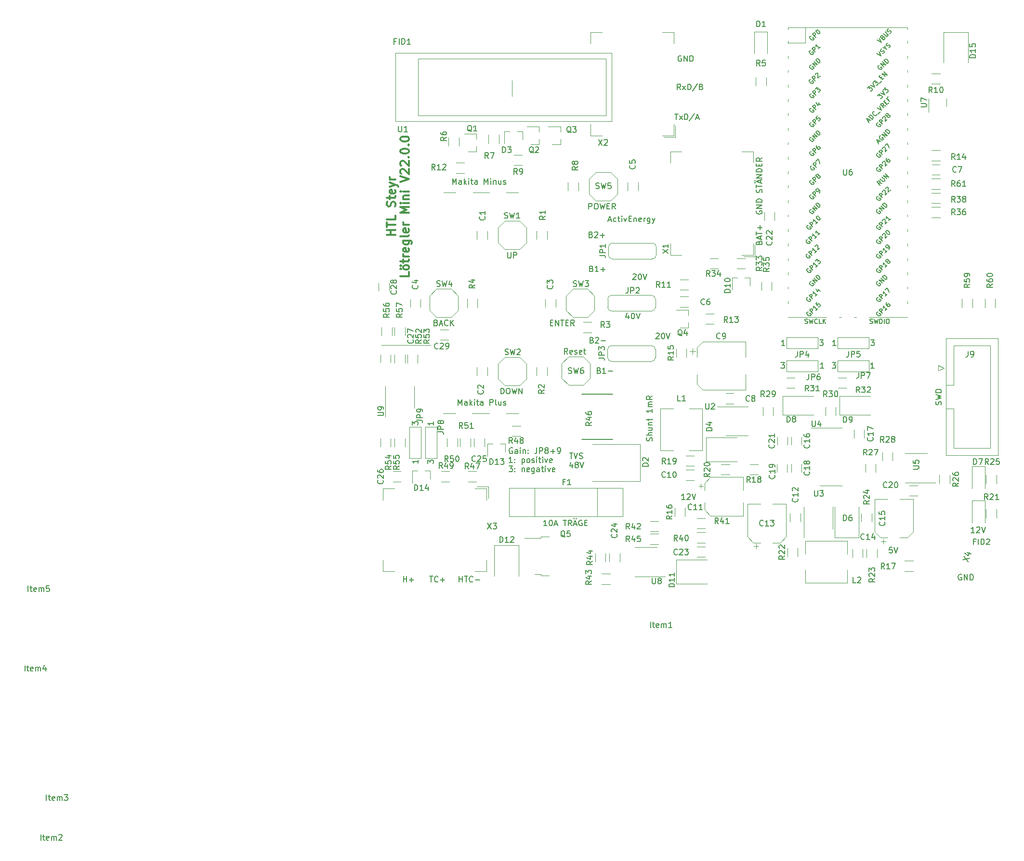
<source format=gbr>
%TF.GenerationSoftware,KiCad,Pcbnew,6.0.7*%
%TF.CreationDate,2023-03-08T14:53:27+01:00*%
%TF.ProjectId,jbc-miniregler,6a62632d-6d69-46e6-9972-65676c65722e,22.0.0*%
%TF.SameCoordinates,PX56c8cc0PY88601c0*%
%TF.FileFunction,Legend,Top*%
%TF.FilePolarity,Positive*%
%FSLAX46Y46*%
G04 Gerber Fmt 4.6, Leading zero omitted, Abs format (unit mm)*
G04 Created by KiCad (PCBNEW 6.0.7) date 2023-03-08 14:53:27*
%MOMM*%
%LPD*%
G01*
G04 APERTURE LIST*
%ADD10C,0.120000*%
%ADD11C,0.150000*%
%ADD12C,0.300000*%
%ADD13C,0.127000*%
G04 APERTURE END LIST*
D10*
X23000000Y69500000D02*
X25100000Y69500000D01*
X1000000Y42600000D02*
X9700000Y42600000D01*
X17000000Y30600000D02*
X20000000Y30600000D01*
X11900000Y30600000D02*
X14100000Y30600000D01*
X17100000Y69500000D02*
X20000000Y69500000D01*
X12000000Y69500000D02*
X14100000Y69500000D01*
X23000000Y30600000D02*
X25100000Y30600000D01*
D11*
X49287523Y44646381D02*
X49335142Y44694000D01*
X49430380Y44741620D01*
X49668476Y44741620D01*
X49763714Y44694000D01*
X49811333Y44646381D01*
X49858952Y44551143D01*
X49858952Y44455905D01*
X49811333Y44313048D01*
X49239904Y43741620D01*
X49858952Y43741620D01*
X50478000Y44741620D02*
X50573238Y44741620D01*
X50668476Y44694000D01*
X50716095Y44646381D01*
X50763714Y44551143D01*
X50811333Y44360667D01*
X50811333Y44122572D01*
X50763714Y43932096D01*
X50716095Y43836858D01*
X50668476Y43789239D01*
X50573238Y43741620D01*
X50478000Y43741620D01*
X50382761Y43789239D01*
X50335142Y43836858D01*
X50287523Y43932096D01*
X50239904Y44122572D01*
X50239904Y44360667D01*
X50287523Y44551143D01*
X50335142Y44646381D01*
X50382761Y44694000D01*
X50478000Y44741620D01*
X51097047Y44741620D02*
X51430380Y43741620D01*
X51763714Y44741620D01*
X45223523Y55060381D02*
X45271142Y55108000D01*
X45366380Y55155620D01*
X45604476Y55155620D01*
X45699714Y55108000D01*
X45747333Y55060381D01*
X45794952Y54965143D01*
X45794952Y54869905D01*
X45747333Y54727048D01*
X45175904Y54155620D01*
X45794952Y54155620D01*
X46414000Y55155620D02*
X46509238Y55155620D01*
X46604476Y55108000D01*
X46652095Y55060381D01*
X46699714Y54965143D01*
X46747333Y54774667D01*
X46747333Y54536572D01*
X46699714Y54346096D01*
X46652095Y54250858D01*
X46604476Y54203239D01*
X46509238Y54155620D01*
X46414000Y54155620D01*
X46318761Y54203239D01*
X46271142Y54250858D01*
X46223523Y54346096D01*
X46175904Y54536572D01*
X46175904Y54774667D01*
X46223523Y54965143D01*
X46271142Y55060381D01*
X46318761Y55108000D01*
X46414000Y55155620D01*
X47033047Y55155620D02*
X47366380Y54155620D01*
X47699714Y55155620D01*
X105280952Y9647620D02*
X104709523Y9647620D01*
X104995238Y9647620D02*
X104995238Y10647620D01*
X104900000Y10504762D01*
X104804761Y10409524D01*
X104709523Y10361905D01*
X105661904Y10552381D02*
X105709523Y10600000D01*
X105804761Y10647620D01*
X106042857Y10647620D01*
X106138095Y10600000D01*
X106185714Y10552381D01*
X106233333Y10457143D01*
X106233333Y10361905D01*
X106185714Y10219048D01*
X105614285Y9647620D01*
X106233333Y9647620D01*
X106519047Y10647620D02*
X106852380Y9647620D01*
X107185714Y10647620D01*
X40952380Y64633334D02*
X41428571Y64633334D01*
X40857142Y64347620D02*
X41190476Y65347620D01*
X41523809Y64347620D01*
X42285714Y64395239D02*
X42190476Y64347620D01*
X42000000Y64347620D01*
X41904761Y64395239D01*
X41857142Y64442858D01*
X41809523Y64538096D01*
X41809523Y64823810D01*
X41857142Y64919048D01*
X41904761Y64966667D01*
X42000000Y65014286D01*
X42190476Y65014286D01*
X42285714Y64966667D01*
X42571428Y65014286D02*
X42952380Y65014286D01*
X42714285Y65347620D02*
X42714285Y64490477D01*
X42761904Y64395239D01*
X42857142Y64347620D01*
X42952380Y64347620D01*
X43285714Y64347620D02*
X43285714Y65014286D01*
X43285714Y65347620D02*
X43238095Y65300000D01*
X43285714Y65252381D01*
X43333333Y65300000D01*
X43285714Y65347620D01*
X43285714Y65252381D01*
X43666666Y65014286D02*
X43904761Y64347620D01*
X44142857Y65014286D01*
X44523809Y64871429D02*
X44857142Y64871429D01*
X45000000Y64347620D02*
X44523809Y64347620D01*
X44523809Y65347620D01*
X45000000Y65347620D01*
X45428571Y65014286D02*
X45428571Y64347620D01*
X45428571Y64919048D02*
X45476190Y64966667D01*
X45571428Y65014286D01*
X45714285Y65014286D01*
X45809523Y64966667D01*
X45857142Y64871429D01*
X45857142Y64347620D01*
X46714285Y64395239D02*
X46619047Y64347620D01*
X46428571Y64347620D01*
X46333333Y64395239D01*
X46285714Y64490477D01*
X46285714Y64871429D01*
X46333333Y64966667D01*
X46428571Y65014286D01*
X46619047Y65014286D01*
X46714285Y64966667D01*
X46761904Y64871429D01*
X46761904Y64776191D01*
X46285714Y64680953D01*
X47190476Y64347620D02*
X47190476Y65014286D01*
X47190476Y64823810D02*
X47238095Y64919048D01*
X47285714Y64966667D01*
X47380952Y65014286D01*
X47476190Y65014286D01*
X48238095Y65014286D02*
X48238095Y64204762D01*
X48190476Y64109524D01*
X48142857Y64061905D01*
X48047619Y64014286D01*
X47904761Y64014286D01*
X47809523Y64061905D01*
X48238095Y64395239D02*
X48142857Y64347620D01*
X47952380Y64347620D01*
X47857142Y64395239D01*
X47809523Y64442858D01*
X47761904Y64538096D01*
X47761904Y64823810D01*
X47809523Y64919048D01*
X47857142Y64966667D01*
X47952380Y65014286D01*
X48142857Y65014286D01*
X48238095Y64966667D01*
X48619047Y65014286D02*
X48857142Y64347620D01*
X49095238Y65014286D02*
X48857142Y64347620D01*
X48761904Y64109524D01*
X48714285Y64061905D01*
X48619047Y64014286D01*
X33761904Y41047620D02*
X33428571Y41523810D01*
X33190476Y41047620D02*
X33190476Y42047620D01*
X33571428Y42047620D01*
X33666666Y42000000D01*
X33714285Y41952381D01*
X33761904Y41857143D01*
X33761904Y41714286D01*
X33714285Y41619048D01*
X33666666Y41571429D01*
X33571428Y41523810D01*
X33190476Y41523810D01*
X34571428Y41095239D02*
X34476190Y41047620D01*
X34285714Y41047620D01*
X34190476Y41095239D01*
X34142857Y41190477D01*
X34142857Y41571429D01*
X34190476Y41666667D01*
X34285714Y41714286D01*
X34476190Y41714286D01*
X34571428Y41666667D01*
X34619047Y41571429D01*
X34619047Y41476191D01*
X34142857Y41380953D01*
X35000000Y41095239D02*
X35095238Y41047620D01*
X35285714Y41047620D01*
X35380952Y41095239D01*
X35428571Y41190477D01*
X35428571Y41238096D01*
X35380952Y41333334D01*
X35285714Y41380953D01*
X35142857Y41380953D01*
X35047619Y41428572D01*
X35000000Y41523810D01*
X35000000Y41571429D01*
X35047619Y41666667D01*
X35142857Y41714286D01*
X35285714Y41714286D01*
X35380952Y41666667D01*
X36238095Y41095239D02*
X36142857Y41047620D01*
X35952380Y41047620D01*
X35857142Y41095239D01*
X35809523Y41190477D01*
X35809523Y41571429D01*
X35857142Y41666667D01*
X35952380Y41714286D01*
X36142857Y41714286D01*
X36238095Y41666667D01*
X36285714Y41571429D01*
X36285714Y41476191D01*
X35809523Y41380953D01*
X36571428Y41714286D02*
X36952380Y41714286D01*
X36714285Y42047620D02*
X36714285Y41190477D01*
X36761904Y41095239D01*
X36857142Y41047620D01*
X36952380Y41047620D01*
X37876190Y62071429D02*
X38019047Y62023810D01*
X38066666Y61976191D01*
X38114285Y61880953D01*
X38114285Y61738096D01*
X38066666Y61642858D01*
X38019047Y61595239D01*
X37923809Y61547620D01*
X37542857Y61547620D01*
X37542857Y62547620D01*
X37876190Y62547620D01*
X37971428Y62500000D01*
X38019047Y62452381D01*
X38066666Y62357143D01*
X38066666Y62261905D01*
X38019047Y62166667D01*
X37971428Y62119048D01*
X37876190Y62071429D01*
X37542857Y62071429D01*
X38495238Y62452381D02*
X38542857Y62500000D01*
X38638095Y62547620D01*
X38876190Y62547620D01*
X38971428Y62500000D01*
X39019047Y62452381D01*
X39066666Y62357143D01*
X39066666Y62261905D01*
X39019047Y62119048D01*
X38447619Y61547620D01*
X39066666Y61547620D01*
X39495238Y61928572D02*
X40257142Y61928572D01*
X39876190Y61547620D02*
X39876190Y62309524D01*
X9495238Y1947620D02*
X10066666Y1947620D01*
X9780952Y947620D02*
X9780952Y1947620D01*
X10971428Y1042858D02*
X10923809Y995239D01*
X10780952Y947620D01*
X10685714Y947620D01*
X10542857Y995239D01*
X10447619Y1090477D01*
X10400000Y1185715D01*
X10352380Y1376191D01*
X10352380Y1519048D01*
X10400000Y1709524D01*
X10447619Y1804762D01*
X10542857Y1900000D01*
X10685714Y1947620D01*
X10780952Y1947620D01*
X10923809Y1900000D01*
X10971428Y1852381D01*
X11400000Y1328572D02*
X12161904Y1328572D01*
X11780952Y947620D02*
X11780952Y1709524D01*
X53630952Y87547620D02*
X53297619Y88023810D01*
X53059523Y87547620D02*
X53059523Y88547620D01*
X53440476Y88547620D01*
X53535714Y88500000D01*
X53583333Y88452381D01*
X53630952Y88357143D01*
X53630952Y88214286D01*
X53583333Y88119048D01*
X53535714Y88071429D01*
X53440476Y88023810D01*
X53059523Y88023810D01*
X53964285Y87547620D02*
X54488095Y88214286D01*
X53964285Y88214286D02*
X54488095Y87547620D01*
X54869047Y87547620D02*
X54869047Y88547620D01*
X55107142Y88547620D01*
X55250000Y88500000D01*
X55345238Y88404762D01*
X55392857Y88309524D01*
X55440476Y88119048D01*
X55440476Y87976191D01*
X55392857Y87785715D01*
X55345238Y87690477D01*
X55250000Y87595239D01*
X55107142Y87547620D01*
X54869047Y87547620D01*
X56583333Y88595239D02*
X55726190Y87309524D01*
X57250000Y88071429D02*
X57392857Y88023810D01*
X57440476Y87976191D01*
X57488095Y87880953D01*
X57488095Y87738096D01*
X57440476Y87642858D01*
X57392857Y87595239D01*
X57297619Y87547620D01*
X56916666Y87547620D01*
X56916666Y88547620D01*
X57250000Y88547620D01*
X57345238Y88500000D01*
X57392857Y88452381D01*
X57440476Y88357143D01*
X57440476Y88261905D01*
X57392857Y88166667D01*
X57345238Y88119048D01*
X57250000Y88071429D01*
X56916666Y88071429D01*
X37976190Y56071429D02*
X38119047Y56023810D01*
X38166666Y55976191D01*
X38214285Y55880953D01*
X38214285Y55738096D01*
X38166666Y55642858D01*
X38119047Y55595239D01*
X38023809Y55547620D01*
X37642857Y55547620D01*
X37642857Y56547620D01*
X37976190Y56547620D01*
X38071428Y56500000D01*
X38119047Y56452381D01*
X38166666Y56357143D01*
X38166666Y56261905D01*
X38119047Y56166667D01*
X38071428Y56119048D01*
X37976190Y56071429D01*
X37642857Y56071429D01*
X39166666Y55547620D02*
X38595238Y55547620D01*
X38880952Y55547620D02*
X38880952Y56547620D01*
X38785714Y56404762D01*
X38690476Y56309524D01*
X38595238Y56261905D01*
X39595238Y55928572D02*
X40357142Y55928572D01*
X39976190Y55547620D02*
X39976190Y56309524D01*
X22019047Y34047620D02*
X22019047Y35047620D01*
X22257142Y35047620D01*
X22400000Y35000000D01*
X22495238Y34904762D01*
X22542857Y34809524D01*
X22590476Y34619048D01*
X22590476Y34476191D01*
X22542857Y34285715D01*
X22495238Y34190477D01*
X22400000Y34095239D01*
X22257142Y34047620D01*
X22019047Y34047620D01*
X23209523Y35047620D02*
X23400000Y35047620D01*
X23495238Y35000000D01*
X23590476Y34904762D01*
X23638095Y34714286D01*
X23638095Y34380953D01*
X23590476Y34190477D01*
X23495238Y34095239D01*
X23400000Y34047620D01*
X23209523Y34047620D01*
X23114285Y34095239D01*
X23019047Y34190477D01*
X22971428Y34380953D01*
X22971428Y34714286D01*
X23019047Y34904762D01*
X23114285Y35000000D01*
X23209523Y35047620D01*
X23971428Y35047620D02*
X24209523Y34047620D01*
X24400000Y34761905D01*
X24590476Y34047620D01*
X24828571Y35047620D01*
X25209523Y34047620D02*
X25209523Y35047620D01*
X25780952Y34047620D01*
X25780952Y35047620D01*
X4895238Y947620D02*
X4895238Y1947620D01*
X4895238Y1471429D02*
X5466666Y1471429D01*
X5466666Y947620D02*
X5466666Y1947620D01*
X5942857Y1328572D02*
X6704761Y1328572D01*
X6323809Y947620D02*
X6323809Y1709524D01*
X39294190Y38169429D02*
X39437047Y38121810D01*
X39484666Y38074191D01*
X39532285Y37978953D01*
X39532285Y37836096D01*
X39484666Y37740858D01*
X39437047Y37693239D01*
X39341809Y37645620D01*
X38960857Y37645620D01*
X38960857Y38645620D01*
X39294190Y38645620D01*
X39389428Y38598000D01*
X39437047Y38550381D01*
X39484666Y38455143D01*
X39484666Y38359905D01*
X39437047Y38264667D01*
X39389428Y38217048D01*
X39294190Y38169429D01*
X38960857Y38169429D01*
X40484666Y37645620D02*
X39913238Y37645620D01*
X40198952Y37645620D02*
X40198952Y38645620D01*
X40103714Y38502762D01*
X40008476Y38407524D01*
X39913238Y38359905D01*
X40913238Y38026572D02*
X41675142Y38026572D01*
X52607142Y83297620D02*
X53178571Y83297620D01*
X52892857Y82297620D02*
X52892857Y83297620D01*
X53416666Y82297620D02*
X53940476Y82964286D01*
X53416666Y82964286D02*
X53940476Y82297620D01*
X54321428Y82297620D02*
X54321428Y83297620D01*
X54559523Y83297620D01*
X54702380Y83250000D01*
X54797619Y83154762D01*
X54845238Y83059524D01*
X54892857Y82869048D01*
X54892857Y82726191D01*
X54845238Y82535715D01*
X54797619Y82440477D01*
X54702380Y82345239D01*
X54559523Y82297620D01*
X54321428Y82297620D01*
X56035714Y83345239D02*
X55178571Y82059524D01*
X56321428Y82583334D02*
X56797619Y82583334D01*
X56226190Y82297620D02*
X56559523Y83297620D01*
X56892857Y82297620D01*
X30138095Y10847620D02*
X29566666Y10847620D01*
X29852380Y10847620D02*
X29852380Y11847620D01*
X29757142Y11704762D01*
X29661904Y11609524D01*
X29566666Y11561905D01*
X30757142Y11847620D02*
X30852380Y11847620D01*
X30947619Y11800000D01*
X30995238Y11752381D01*
X31042857Y11657143D01*
X31090476Y11466667D01*
X31090476Y11228572D01*
X31042857Y11038096D01*
X30995238Y10942858D01*
X30947619Y10895239D01*
X30852380Y10847620D01*
X30757142Y10847620D01*
X30661904Y10895239D01*
X30614285Y10942858D01*
X30566666Y11038096D01*
X30519047Y11228572D01*
X30519047Y11466667D01*
X30566666Y11657143D01*
X30614285Y11752381D01*
X30661904Y11800000D01*
X30757142Y11847620D01*
X31471428Y11133334D02*
X31947619Y11133334D01*
X31376190Y10847620D02*
X31709523Y11847620D01*
X32042857Y10847620D01*
X32995238Y11847620D02*
X33566666Y11847620D01*
X33280952Y10847620D02*
X33280952Y11847620D01*
X34471428Y10847620D02*
X34138095Y11323810D01*
X33900000Y10847620D02*
X33900000Y11847620D01*
X34280952Y11847620D01*
X34376190Y11800000D01*
X34423809Y11752381D01*
X34471428Y11657143D01*
X34471428Y11514286D01*
X34423809Y11419048D01*
X34376190Y11371429D01*
X34280952Y11323810D01*
X33900000Y11323810D01*
X34852380Y11133334D02*
X35328571Y11133334D01*
X34757142Y10847620D02*
X35090476Y11847620D01*
X35423809Y10847620D01*
X34900000Y12180953D02*
X34947619Y12133334D01*
X34900000Y12085715D01*
X34852380Y12133334D01*
X34900000Y12180953D01*
X34900000Y12085715D01*
X35280952Y12180953D02*
X35328571Y12133334D01*
X35280952Y12085715D01*
X35233333Y12133334D01*
X35280952Y12180953D01*
X35280952Y12085715D01*
X36280952Y11800000D02*
X36185714Y11847620D01*
X36042857Y11847620D01*
X35900000Y11800000D01*
X35804761Y11704762D01*
X35757142Y11609524D01*
X35709523Y11419048D01*
X35709523Y11276191D01*
X35757142Y11085715D01*
X35804761Y10990477D01*
X35900000Y10895239D01*
X36042857Y10847620D01*
X36138095Y10847620D01*
X36280952Y10895239D01*
X36328571Y10942858D01*
X36328571Y11276191D01*
X36138095Y11276191D01*
X36757142Y11371429D02*
X37090476Y11371429D01*
X37233333Y10847620D02*
X36757142Y10847620D01*
X36757142Y11847620D01*
X37233333Y11847620D01*
X99404761Y32142858D02*
X99452380Y32285715D01*
X99452380Y32523810D01*
X99404761Y32619048D01*
X99357142Y32666667D01*
X99261904Y32714286D01*
X99166666Y32714286D01*
X99071428Y32666667D01*
X99023809Y32619048D01*
X98976190Y32523810D01*
X98928571Y32333334D01*
X98880952Y32238096D01*
X98833333Y32190477D01*
X98738095Y32142858D01*
X98642857Y32142858D01*
X98547619Y32190477D01*
X98500000Y32238096D01*
X98452380Y32333334D01*
X98452380Y32571429D01*
X98500000Y32714286D01*
X98452380Y33047620D02*
X99452380Y33285715D01*
X98738095Y33476191D01*
X99452380Y33666667D01*
X98452380Y33904762D01*
X99452380Y34285715D02*
X98452380Y34285715D01*
X98452380Y34523810D01*
X98500000Y34666667D01*
X98595238Y34761905D01*
X98690476Y34809524D01*
X98880952Y34857143D01*
X99023809Y34857143D01*
X99214285Y34809524D01*
X99309523Y34761905D01*
X99404761Y34666667D01*
X99452380Y34523810D01*
X99452380Y34285715D01*
X102988095Y2250000D02*
X102892857Y2297620D01*
X102750000Y2297620D01*
X102607142Y2250000D01*
X102511904Y2154762D01*
X102464285Y2059524D01*
X102416666Y1869048D01*
X102416666Y1726191D01*
X102464285Y1535715D01*
X102511904Y1440477D01*
X102607142Y1345239D01*
X102750000Y1297620D01*
X102845238Y1297620D01*
X102988095Y1345239D01*
X103035714Y1392858D01*
X103035714Y1726191D01*
X102845238Y1726191D01*
X103464285Y1297620D02*
X103464285Y2297620D01*
X104035714Y1297620D01*
X104035714Y2297620D01*
X104511904Y1297620D02*
X104511904Y2297620D01*
X104750000Y2297620D01*
X104892857Y2250000D01*
X104988095Y2154762D01*
X105035714Y2059524D01*
X105083333Y1869048D01*
X105083333Y1726191D01*
X105035714Y1535715D01*
X104988095Y1440477D01*
X104892857Y1345239D01*
X104750000Y1297620D01*
X104511904Y1297620D01*
X13533333Y70947620D02*
X13533333Y71947620D01*
X13866666Y71233334D01*
X14200000Y71947620D01*
X14200000Y70947620D01*
X15104761Y70947620D02*
X15104761Y71471429D01*
X15057142Y71566667D01*
X14961904Y71614286D01*
X14771428Y71614286D01*
X14676190Y71566667D01*
X15104761Y70995239D02*
X15009523Y70947620D01*
X14771428Y70947620D01*
X14676190Y70995239D01*
X14628571Y71090477D01*
X14628571Y71185715D01*
X14676190Y71280953D01*
X14771428Y71328572D01*
X15009523Y71328572D01*
X15104761Y71376191D01*
X15580952Y70947620D02*
X15580952Y71947620D01*
X15676190Y71328572D02*
X15961904Y70947620D01*
X15961904Y71614286D02*
X15580952Y71233334D01*
X16390476Y70947620D02*
X16390476Y71614286D01*
X16390476Y71947620D02*
X16342857Y71900000D01*
X16390476Y71852381D01*
X16438095Y71900000D01*
X16390476Y71947620D01*
X16390476Y71852381D01*
X16723809Y71614286D02*
X17104761Y71614286D01*
X16866666Y71947620D02*
X16866666Y71090477D01*
X16914285Y70995239D01*
X17009523Y70947620D01*
X17104761Y70947620D01*
X17866666Y70947620D02*
X17866666Y71471429D01*
X17819047Y71566667D01*
X17723809Y71614286D01*
X17533333Y71614286D01*
X17438095Y71566667D01*
X17866666Y70995239D02*
X17771428Y70947620D01*
X17533333Y70947620D01*
X17438095Y70995239D01*
X17390476Y71090477D01*
X17390476Y71185715D01*
X17438095Y71280953D01*
X17533333Y71328572D01*
X17771428Y71328572D01*
X17866666Y71376191D01*
X19104761Y70947620D02*
X19104761Y71947620D01*
X19438095Y71233334D01*
X19771428Y71947620D01*
X19771428Y70947620D01*
X20247619Y70947620D02*
X20247619Y71614286D01*
X20247619Y71947620D02*
X20200000Y71900000D01*
X20247619Y71852381D01*
X20295238Y71900000D01*
X20247619Y71947620D01*
X20247619Y71852381D01*
X20723809Y71614286D02*
X20723809Y70947620D01*
X20723809Y71519048D02*
X20771428Y71566667D01*
X20866666Y71614286D01*
X21009523Y71614286D01*
X21104761Y71566667D01*
X21152380Y71471429D01*
X21152380Y70947620D01*
X22057142Y71614286D02*
X22057142Y70947620D01*
X21628571Y71614286D02*
X21628571Y71090477D01*
X21676190Y70995239D01*
X21771428Y70947620D01*
X21914285Y70947620D01*
X22009523Y70995239D01*
X22057142Y71042858D01*
X22485714Y70995239D02*
X22580952Y70947620D01*
X22771428Y70947620D01*
X22866666Y70995239D01*
X22914285Y71090477D01*
X22914285Y71138096D01*
X22866666Y71233334D01*
X22771428Y71280953D01*
X22628571Y71280953D01*
X22533333Y71328572D01*
X22485714Y71423810D01*
X22485714Y71471429D01*
X22533333Y71566667D01*
X22628571Y71614286D01*
X22771428Y71614286D01*
X22866666Y71566667D01*
X67000000Y66238096D02*
X66952380Y66142858D01*
X66952380Y66000000D01*
X67000000Y65857143D01*
X67095238Y65761905D01*
X67190476Y65714286D01*
X67380952Y65666667D01*
X67523809Y65666667D01*
X67714285Y65714286D01*
X67809523Y65761905D01*
X67904761Y65857143D01*
X67952380Y66000000D01*
X67952380Y66095239D01*
X67904761Y66238096D01*
X67857142Y66285715D01*
X67523809Y66285715D01*
X67523809Y66095239D01*
X67952380Y66714286D02*
X66952380Y66714286D01*
X67952380Y67285715D01*
X66952380Y67285715D01*
X67952380Y67761905D02*
X66952380Y67761905D01*
X66952380Y68000000D01*
X67000000Y68142858D01*
X67095238Y68238096D01*
X67190476Y68285715D01*
X67380952Y68333334D01*
X67523809Y68333334D01*
X67714285Y68285715D01*
X67809523Y68238096D01*
X67904761Y68142858D01*
X67952380Y68000000D01*
X67952380Y67761905D01*
X38024190Y43503429D02*
X38167047Y43455810D01*
X38214666Y43408191D01*
X38262285Y43312953D01*
X38262285Y43170096D01*
X38214666Y43074858D01*
X38167047Y43027239D01*
X38071809Y42979620D01*
X37690857Y42979620D01*
X37690857Y43979620D01*
X38024190Y43979620D01*
X38119428Y43932000D01*
X38167047Y43884381D01*
X38214666Y43789143D01*
X38214666Y43693905D01*
X38167047Y43598667D01*
X38119428Y43551048D01*
X38024190Y43503429D01*
X37690857Y43503429D01*
X38643238Y43884381D02*
X38690857Y43932000D01*
X38786095Y43979620D01*
X39024190Y43979620D01*
X39119428Y43932000D01*
X39167047Y43884381D01*
X39214666Y43789143D01*
X39214666Y43693905D01*
X39167047Y43551048D01*
X38595619Y42979620D01*
X39214666Y42979620D01*
X39643238Y43360572D02*
X40405142Y43360572D01*
D12*
X3471071Y62000000D02*
X1971071Y62000000D01*
X2685357Y62000000D02*
X2685357Y62857143D01*
X3471071Y62857143D02*
X1971071Y62857143D01*
X1971071Y63357143D02*
X1971071Y64214286D01*
X3471071Y63785715D02*
X1971071Y63785715D01*
X3471071Y65428572D02*
X3471071Y64714286D01*
X1971071Y64714286D01*
X3399642Y67000000D02*
X3471071Y67214286D01*
X3471071Y67571429D01*
X3399642Y67714286D01*
X3328214Y67785715D01*
X3185357Y67857143D01*
X3042500Y67857143D01*
X2899642Y67785715D01*
X2828214Y67714286D01*
X2756785Y67571429D01*
X2685357Y67285715D01*
X2613928Y67142858D01*
X2542500Y67071429D01*
X2399642Y67000000D01*
X2256785Y67000000D01*
X2113928Y67071429D01*
X2042500Y67142858D01*
X1971071Y67285715D01*
X1971071Y67642858D01*
X2042500Y67857143D01*
X2471071Y68285715D02*
X2471071Y68857143D01*
X1971071Y68500000D02*
X3256785Y68500000D01*
X3399642Y68571429D01*
X3471071Y68714286D01*
X3471071Y68857143D01*
X3399642Y69928572D02*
X3471071Y69785715D01*
X3471071Y69500000D01*
X3399642Y69357143D01*
X3256785Y69285715D01*
X2685357Y69285715D01*
X2542500Y69357143D01*
X2471071Y69500000D01*
X2471071Y69785715D01*
X2542500Y69928572D01*
X2685357Y70000000D01*
X2828214Y70000000D01*
X2971071Y69285715D01*
X2471071Y70500000D02*
X3471071Y70857143D01*
X2471071Y71214286D02*
X3471071Y70857143D01*
X3828214Y70714286D01*
X3899642Y70642858D01*
X3971071Y70500000D01*
X3471071Y71785715D02*
X2471071Y71785715D01*
X2756785Y71785715D02*
X2613928Y71857143D01*
X2542500Y71928572D01*
X2471071Y72071429D01*
X2471071Y72214286D01*
X5886071Y55464286D02*
X5886071Y54750000D01*
X4386071Y54750000D01*
X5886071Y56178572D02*
X5814642Y56035715D01*
X5743214Y55964286D01*
X5600357Y55892858D01*
X5171785Y55892858D01*
X5028928Y55964286D01*
X4957500Y56035715D01*
X4886071Y56178572D01*
X4886071Y56392858D01*
X4957500Y56535715D01*
X5028928Y56607143D01*
X5171785Y56678572D01*
X5600357Y56678572D01*
X5743214Y56607143D01*
X5814642Y56535715D01*
X5886071Y56392858D01*
X5886071Y56178572D01*
X4386071Y56035715D02*
X4457500Y56107143D01*
X4528928Y56035715D01*
X4457500Y55964286D01*
X4386071Y56035715D01*
X4528928Y56035715D01*
X4386071Y56607143D02*
X4457500Y56678572D01*
X4528928Y56607143D01*
X4457500Y56535715D01*
X4386071Y56607143D01*
X4528928Y56607143D01*
X4886071Y57107143D02*
X4886071Y57678572D01*
X4386071Y57321429D02*
X5671785Y57321429D01*
X5814642Y57392858D01*
X5886071Y57535715D01*
X5886071Y57678572D01*
X5886071Y58178572D02*
X4886071Y58178572D01*
X5171785Y58178572D02*
X5028928Y58250000D01*
X4957500Y58321429D01*
X4886071Y58464286D01*
X4886071Y58607143D01*
X5814642Y59678572D02*
X5886071Y59535715D01*
X5886071Y59250000D01*
X5814642Y59107143D01*
X5671785Y59035715D01*
X5100357Y59035715D01*
X4957500Y59107143D01*
X4886071Y59250000D01*
X4886071Y59535715D01*
X4957500Y59678572D01*
X5100357Y59750000D01*
X5243214Y59750000D01*
X5386071Y59035715D01*
X4886071Y61035715D02*
X6100357Y61035715D01*
X6243214Y60964286D01*
X6314642Y60892858D01*
X6386071Y60750000D01*
X6386071Y60535715D01*
X6314642Y60392858D01*
X5814642Y61035715D02*
X5886071Y60892858D01*
X5886071Y60607143D01*
X5814642Y60464286D01*
X5743214Y60392858D01*
X5600357Y60321429D01*
X5171785Y60321429D01*
X5028928Y60392858D01*
X4957500Y60464286D01*
X4886071Y60607143D01*
X4886071Y60892858D01*
X4957500Y61035715D01*
X5886071Y61964286D02*
X5814642Y61821429D01*
X5671785Y61750000D01*
X4386071Y61750000D01*
X5814642Y63107143D02*
X5886071Y62964286D01*
X5886071Y62678572D01*
X5814642Y62535715D01*
X5671785Y62464286D01*
X5100357Y62464286D01*
X4957500Y62535715D01*
X4886071Y62678572D01*
X4886071Y62964286D01*
X4957500Y63107143D01*
X5100357Y63178572D01*
X5243214Y63178572D01*
X5386071Y62464286D01*
X5886071Y63821429D02*
X4886071Y63821429D01*
X5171785Y63821429D02*
X5028928Y63892858D01*
X4957500Y63964286D01*
X4886071Y64107143D01*
X4886071Y64250000D01*
X5886071Y65892858D02*
X4386071Y65892858D01*
X5457500Y66392858D01*
X4386071Y66892858D01*
X5886071Y66892858D01*
X5886071Y67607143D02*
X4886071Y67607143D01*
X4386071Y67607143D02*
X4457500Y67535715D01*
X4528928Y67607143D01*
X4457500Y67678572D01*
X4386071Y67607143D01*
X4528928Y67607143D01*
X4886071Y68321429D02*
X5886071Y68321429D01*
X5028928Y68321429D02*
X4957500Y68392858D01*
X4886071Y68535715D01*
X4886071Y68750000D01*
X4957500Y68892858D01*
X5100357Y68964286D01*
X5886071Y68964286D01*
X5886071Y69678572D02*
X4886071Y69678572D01*
X4386071Y69678572D02*
X4457500Y69607143D01*
X4528928Y69678572D01*
X4457500Y69750000D01*
X4386071Y69678572D01*
X4528928Y69678572D01*
X4386071Y71321429D02*
X5886071Y71821429D01*
X4386071Y72321429D01*
X4528928Y72750000D02*
X4457500Y72821429D01*
X4386071Y72964286D01*
X4386071Y73321429D01*
X4457500Y73464286D01*
X4528928Y73535715D01*
X4671785Y73607143D01*
X4814642Y73607143D01*
X5028928Y73535715D01*
X5886071Y72678572D01*
X5886071Y73607143D01*
X4528928Y74178572D02*
X4457500Y74250000D01*
X4386071Y74392858D01*
X4386071Y74750000D01*
X4457500Y74892858D01*
X4528928Y74964286D01*
X4671785Y75035715D01*
X4814642Y75035715D01*
X5028928Y74964286D01*
X5886071Y74107143D01*
X5886071Y75035715D01*
X5743214Y75678572D02*
X5814642Y75750000D01*
X5886071Y75678572D01*
X5814642Y75607143D01*
X5743214Y75678572D01*
X5886071Y75678572D01*
X4386071Y76678572D02*
X4386071Y76821429D01*
X4457500Y76964286D01*
X4528928Y77035715D01*
X4671785Y77107143D01*
X4957500Y77178572D01*
X5314642Y77178572D01*
X5600357Y77107143D01*
X5743214Y77035715D01*
X5814642Y76964286D01*
X5886071Y76821429D01*
X5886071Y76678572D01*
X5814642Y76535715D01*
X5743214Y76464286D01*
X5600357Y76392858D01*
X5314642Y76321429D01*
X4957500Y76321429D01*
X4671785Y76392858D01*
X4528928Y76464286D01*
X4457500Y76535715D01*
X4386071Y76678572D01*
X5743214Y77821429D02*
X5814642Y77892858D01*
X5886071Y77821429D01*
X5814642Y77750000D01*
X5743214Y77821429D01*
X5886071Y77821429D01*
X4386071Y78821429D02*
X4386071Y78964286D01*
X4457500Y79107143D01*
X4528928Y79178572D01*
X4671785Y79250000D01*
X4957500Y79321429D01*
X5314642Y79321429D01*
X5600357Y79250000D01*
X5743214Y79178572D01*
X5814642Y79107143D01*
X5886071Y78964286D01*
X5886071Y78821429D01*
X5814642Y78678572D01*
X5743214Y78607143D01*
X5600357Y78535715D01*
X5314642Y78464286D01*
X4957500Y78464286D01*
X4671785Y78535715D01*
X4528928Y78607143D01*
X4457500Y78678572D01*
X4386071Y78821429D01*
D11*
X23214285Y58947620D02*
X23214285Y58138096D01*
X23261904Y58042858D01*
X23309523Y57995239D01*
X23404761Y57947620D01*
X23595238Y57947620D01*
X23690476Y57995239D01*
X23738095Y58042858D01*
X23785714Y58138096D01*
X23785714Y58947620D01*
X24261904Y57947620D02*
X24261904Y58947620D01*
X24642857Y58947620D01*
X24738095Y58900000D01*
X24785714Y58852381D01*
X24833333Y58757143D01*
X24833333Y58614286D01*
X24785714Y58519048D01*
X24738095Y58471429D01*
X24642857Y58423810D01*
X24261904Y58423810D01*
X37490476Y66547620D02*
X37490476Y67547620D01*
X37871428Y67547620D01*
X37966666Y67500000D01*
X38014285Y67452381D01*
X38061904Y67357143D01*
X38061904Y67214286D01*
X38014285Y67119048D01*
X37966666Y67071429D01*
X37871428Y67023810D01*
X37490476Y67023810D01*
X38680952Y67547620D02*
X38871428Y67547620D01*
X38966666Y67500000D01*
X39061904Y67404762D01*
X39109523Y67214286D01*
X39109523Y66880953D01*
X39061904Y66690477D01*
X38966666Y66595239D01*
X38871428Y66547620D01*
X38680952Y66547620D01*
X38585714Y66595239D01*
X38490476Y66690477D01*
X38442857Y66880953D01*
X38442857Y67214286D01*
X38490476Y67404762D01*
X38585714Y67500000D01*
X38680952Y67547620D01*
X39442857Y67547620D02*
X39680952Y66547620D01*
X39871428Y67261905D01*
X40061904Y66547620D01*
X40300000Y67547620D01*
X40680952Y67071429D02*
X41014285Y67071429D01*
X41157142Y66547620D02*
X40680952Y66547620D01*
X40680952Y67547620D01*
X41157142Y67547620D01*
X42157142Y66547620D02*
X41823809Y67023810D01*
X41585714Y66547620D02*
X41585714Y67547620D01*
X41966666Y67547620D01*
X42061904Y67500000D01*
X42109523Y67452381D01*
X42157142Y67357143D01*
X42157142Y67214286D01*
X42109523Y67119048D01*
X42061904Y67071429D01*
X41966666Y67023810D01*
X41585714Y67023810D01*
X24059404Y24510000D02*
X23964166Y24557620D01*
X23821309Y24557620D01*
X23678452Y24510000D01*
X23583214Y24414762D01*
X23535595Y24319524D01*
X23487976Y24129048D01*
X23487976Y23986191D01*
X23535595Y23795715D01*
X23583214Y23700477D01*
X23678452Y23605239D01*
X23821309Y23557620D01*
X23916547Y23557620D01*
X24059404Y23605239D01*
X24107023Y23652858D01*
X24107023Y23986191D01*
X23916547Y23986191D01*
X24964166Y23557620D02*
X24964166Y24081429D01*
X24916547Y24176667D01*
X24821309Y24224286D01*
X24630833Y24224286D01*
X24535595Y24176667D01*
X24964166Y23605239D02*
X24868928Y23557620D01*
X24630833Y23557620D01*
X24535595Y23605239D01*
X24487976Y23700477D01*
X24487976Y23795715D01*
X24535595Y23890953D01*
X24630833Y23938572D01*
X24868928Y23938572D01*
X24964166Y23986191D01*
X25440357Y23557620D02*
X25440357Y24224286D01*
X25440357Y24557620D02*
X25392738Y24510000D01*
X25440357Y24462381D01*
X25487976Y24510000D01*
X25440357Y24557620D01*
X25440357Y24462381D01*
X25916547Y24224286D02*
X25916547Y23557620D01*
X25916547Y24129048D02*
X25964166Y24176667D01*
X26059404Y24224286D01*
X26202261Y24224286D01*
X26297500Y24176667D01*
X26345119Y24081429D01*
X26345119Y23557620D01*
X26821309Y23652858D02*
X26868928Y23605239D01*
X26821309Y23557620D01*
X26773690Y23605239D01*
X26821309Y23652858D01*
X26821309Y23557620D01*
X26821309Y24176667D02*
X26868928Y24129048D01*
X26821309Y24081429D01*
X26773690Y24129048D01*
X26821309Y24176667D01*
X26821309Y24081429D01*
X28345119Y24557620D02*
X28345119Y23843334D01*
X28297500Y23700477D01*
X28202261Y23605239D01*
X28059404Y23557620D01*
X27964166Y23557620D01*
X28821309Y23557620D02*
X28821309Y24557620D01*
X29202261Y24557620D01*
X29297500Y24510000D01*
X29345119Y24462381D01*
X29392738Y24367143D01*
X29392738Y24224286D01*
X29345119Y24129048D01*
X29297500Y24081429D01*
X29202261Y24033810D01*
X28821309Y24033810D01*
X29964166Y24129048D02*
X29868928Y24176667D01*
X29821309Y24224286D01*
X29773690Y24319524D01*
X29773690Y24367143D01*
X29821309Y24462381D01*
X29868928Y24510000D01*
X29964166Y24557620D01*
X30154642Y24557620D01*
X30249880Y24510000D01*
X30297500Y24462381D01*
X30345119Y24367143D01*
X30345119Y24319524D01*
X30297500Y24224286D01*
X30249880Y24176667D01*
X30154642Y24129048D01*
X29964166Y24129048D01*
X29868928Y24081429D01*
X29821309Y24033810D01*
X29773690Y23938572D01*
X29773690Y23748096D01*
X29821309Y23652858D01*
X29868928Y23605239D01*
X29964166Y23557620D01*
X30154642Y23557620D01*
X30249880Y23605239D01*
X30297500Y23652858D01*
X30345119Y23748096D01*
X30345119Y23938572D01*
X30297500Y24033810D01*
X30249880Y24081429D01*
X30154642Y24129048D01*
X30773690Y23938572D02*
X31535595Y23938572D01*
X31154642Y23557620D02*
X31154642Y24319524D01*
X32059404Y23557620D02*
X32249880Y23557620D01*
X32345119Y23605239D01*
X32392738Y23652858D01*
X32487976Y23795715D01*
X32535595Y23986191D01*
X32535595Y24367143D01*
X32487976Y24462381D01*
X32440357Y24510000D01*
X32345119Y24557620D01*
X32154642Y24557620D01*
X32059404Y24510000D01*
X32011785Y24462381D01*
X31964166Y24367143D01*
X31964166Y24129048D01*
X32011785Y24033810D01*
X32059404Y23986191D01*
X32154642Y23938572D01*
X32345119Y23938572D01*
X32440357Y23986191D01*
X32487976Y24033810D01*
X32535595Y24129048D01*
X24059404Y21947620D02*
X23487976Y21947620D01*
X23773690Y21947620D02*
X23773690Y22947620D01*
X23678452Y22804762D01*
X23583214Y22709524D01*
X23487976Y22661905D01*
X24487976Y22042858D02*
X24535595Y21995239D01*
X24487976Y21947620D01*
X24440357Y21995239D01*
X24487976Y22042858D01*
X24487976Y21947620D01*
X24487976Y22566667D02*
X24535595Y22519048D01*
X24487976Y22471429D01*
X24440357Y22519048D01*
X24487976Y22566667D01*
X24487976Y22471429D01*
X25726071Y22614286D02*
X25726071Y21614286D01*
X25726071Y22566667D02*
X25821309Y22614286D01*
X26011785Y22614286D01*
X26107023Y22566667D01*
X26154642Y22519048D01*
X26202261Y22423810D01*
X26202261Y22138096D01*
X26154642Y22042858D01*
X26107023Y21995239D01*
X26011785Y21947620D01*
X25821309Y21947620D01*
X25726071Y21995239D01*
X26773690Y21947620D02*
X26678452Y21995239D01*
X26630833Y22042858D01*
X26583214Y22138096D01*
X26583214Y22423810D01*
X26630833Y22519048D01*
X26678452Y22566667D01*
X26773690Y22614286D01*
X26916547Y22614286D01*
X27011785Y22566667D01*
X27059404Y22519048D01*
X27107023Y22423810D01*
X27107023Y22138096D01*
X27059404Y22042858D01*
X27011785Y21995239D01*
X26916547Y21947620D01*
X26773690Y21947620D01*
X27487976Y21995239D02*
X27583214Y21947620D01*
X27773690Y21947620D01*
X27868928Y21995239D01*
X27916547Y22090477D01*
X27916547Y22138096D01*
X27868928Y22233334D01*
X27773690Y22280953D01*
X27630833Y22280953D01*
X27535595Y22328572D01*
X27487976Y22423810D01*
X27487976Y22471429D01*
X27535595Y22566667D01*
X27630833Y22614286D01*
X27773690Y22614286D01*
X27868928Y22566667D01*
X28345119Y21947620D02*
X28345119Y22614286D01*
X28345119Y22947620D02*
X28297500Y22900000D01*
X28345119Y22852381D01*
X28392738Y22900000D01*
X28345119Y22947620D01*
X28345119Y22852381D01*
X28678452Y22614286D02*
X29059404Y22614286D01*
X28821309Y22947620D02*
X28821309Y22090477D01*
X28868928Y21995239D01*
X28964166Y21947620D01*
X29059404Y21947620D01*
X29392738Y21947620D02*
X29392738Y22614286D01*
X29392738Y22947620D02*
X29345119Y22900000D01*
X29392738Y22852381D01*
X29440357Y22900000D01*
X29392738Y22947620D01*
X29392738Y22852381D01*
X29773690Y22614286D02*
X30011785Y21947620D01*
X30249880Y22614286D01*
X31011785Y21995239D02*
X30916547Y21947620D01*
X30726071Y21947620D01*
X30630833Y21995239D01*
X30583214Y22090477D01*
X30583214Y22471429D01*
X30630833Y22566667D01*
X30726071Y22614286D01*
X30916547Y22614286D01*
X31011785Y22566667D01*
X31059404Y22471429D01*
X31059404Y22376191D01*
X30583214Y22280953D01*
X23440357Y21337620D02*
X24059404Y21337620D01*
X23726071Y20956667D01*
X23868928Y20956667D01*
X23964166Y20909048D01*
X24011785Y20861429D01*
X24059404Y20766191D01*
X24059404Y20528096D01*
X24011785Y20432858D01*
X23964166Y20385239D01*
X23868928Y20337620D01*
X23583214Y20337620D01*
X23487976Y20385239D01*
X23440357Y20432858D01*
X24487976Y20432858D02*
X24535595Y20385239D01*
X24487976Y20337620D01*
X24440357Y20385239D01*
X24487976Y20432858D01*
X24487976Y20337620D01*
X24487976Y20956667D02*
X24535595Y20909048D01*
X24487976Y20861429D01*
X24440357Y20909048D01*
X24487976Y20956667D01*
X24487976Y20861429D01*
X25726071Y21004286D02*
X25726071Y20337620D01*
X25726071Y20909048D02*
X25773690Y20956667D01*
X25868928Y21004286D01*
X26011785Y21004286D01*
X26107023Y20956667D01*
X26154642Y20861429D01*
X26154642Y20337620D01*
X27011785Y20385239D02*
X26916547Y20337620D01*
X26726071Y20337620D01*
X26630833Y20385239D01*
X26583214Y20480477D01*
X26583214Y20861429D01*
X26630833Y20956667D01*
X26726071Y21004286D01*
X26916547Y21004286D01*
X27011785Y20956667D01*
X27059404Y20861429D01*
X27059404Y20766191D01*
X26583214Y20670953D01*
X27916547Y21004286D02*
X27916547Y20194762D01*
X27868928Y20099524D01*
X27821309Y20051905D01*
X27726071Y20004286D01*
X27583214Y20004286D01*
X27487976Y20051905D01*
X27916547Y20385239D02*
X27821309Y20337620D01*
X27630833Y20337620D01*
X27535595Y20385239D01*
X27487976Y20432858D01*
X27440357Y20528096D01*
X27440357Y20813810D01*
X27487976Y20909048D01*
X27535595Y20956667D01*
X27630833Y21004286D01*
X27821309Y21004286D01*
X27916547Y20956667D01*
X28821309Y20337620D02*
X28821309Y20861429D01*
X28773690Y20956667D01*
X28678452Y21004286D01*
X28487976Y21004286D01*
X28392738Y20956667D01*
X28821309Y20385239D02*
X28726071Y20337620D01*
X28487976Y20337620D01*
X28392738Y20385239D01*
X28345119Y20480477D01*
X28345119Y20575715D01*
X28392738Y20670953D01*
X28487976Y20718572D01*
X28726071Y20718572D01*
X28821309Y20766191D01*
X29154642Y21004286D02*
X29535595Y21004286D01*
X29297500Y21337620D02*
X29297500Y20480477D01*
X29345119Y20385239D01*
X29440357Y20337620D01*
X29535595Y20337620D01*
X29868928Y20337620D02*
X29868928Y21004286D01*
X29868928Y21337620D02*
X29821309Y21290000D01*
X29868928Y21242381D01*
X29916547Y21290000D01*
X29868928Y21337620D01*
X29868928Y21242381D01*
X30249880Y21004286D02*
X30487976Y20337620D01*
X30726071Y21004286D01*
X31487976Y20385239D02*
X31392738Y20337620D01*
X31202261Y20337620D01*
X31107023Y20385239D01*
X31059404Y20480477D01*
X31059404Y20861429D01*
X31107023Y20956667D01*
X31202261Y21004286D01*
X31392738Y21004286D01*
X31487976Y20956667D01*
X31535595Y20861429D01*
X31535595Y20766191D01*
X31059404Y20670953D01*
X67428571Y60642858D02*
X67476190Y60785715D01*
X67523809Y60833334D01*
X67619047Y60880953D01*
X67761904Y60880953D01*
X67857142Y60833334D01*
X67904761Y60785715D01*
X67952380Y60690477D01*
X67952380Y60309524D01*
X66952380Y60309524D01*
X66952380Y60642858D01*
X67000000Y60738096D01*
X67047619Y60785715D01*
X67142857Y60833334D01*
X67238095Y60833334D01*
X67333333Y60785715D01*
X67380952Y60738096D01*
X67428571Y60642858D01*
X67428571Y60309524D01*
X67666666Y61261905D02*
X67666666Y61738096D01*
X67952380Y61166667D02*
X66952380Y61500000D01*
X67952380Y61833334D01*
X66952380Y62023810D02*
X66952380Y62595239D01*
X67952380Y62309524D02*
X66952380Y62309524D01*
X67571428Y62928572D02*
X67571428Y63690477D01*
X67952380Y63309524D02*
X67190476Y63309524D01*
X44485714Y47914286D02*
X44485714Y47247620D01*
X44247619Y48295239D02*
X44009523Y47580953D01*
X44628571Y47580953D01*
X45200000Y48247620D02*
X45295238Y48247620D01*
X45390476Y48200000D01*
X45438095Y48152381D01*
X45485714Y48057143D01*
X45533333Y47866667D01*
X45533333Y47628572D01*
X45485714Y47438096D01*
X45438095Y47342858D01*
X45390476Y47295239D01*
X45295238Y47247620D01*
X45200000Y47247620D01*
X45104761Y47295239D01*
X45057142Y47342858D01*
X45009523Y47438096D01*
X44961904Y47628572D01*
X44961904Y47866667D01*
X45009523Y48057143D01*
X45057142Y48152381D01*
X45104761Y48200000D01*
X45200000Y48247620D01*
X45819047Y48247620D02*
X46152380Y47247620D01*
X46485714Y48247620D01*
X90809523Y7047620D02*
X90333333Y7047620D01*
X90285714Y6571429D01*
X90333333Y6619048D01*
X90428571Y6666667D01*
X90666666Y6666667D01*
X90761904Y6619048D01*
X90809523Y6571429D01*
X90857142Y6476191D01*
X90857142Y6238096D01*
X90809523Y6142858D01*
X90761904Y6095239D01*
X90666666Y6047620D01*
X90428571Y6047620D01*
X90333333Y6095239D01*
X90285714Y6142858D01*
X91142857Y7047620D02*
X91476190Y6047620D01*
X91809523Y7047620D01*
X54380952Y15447620D02*
X53809523Y15447620D01*
X54095238Y15447620D02*
X54095238Y16447620D01*
X54000000Y16304762D01*
X53904761Y16209524D01*
X53809523Y16161905D01*
X54761904Y16352381D02*
X54809523Y16400000D01*
X54904761Y16447620D01*
X55142857Y16447620D01*
X55238095Y16400000D01*
X55285714Y16352381D01*
X55333333Y16257143D01*
X55333333Y16161905D01*
X55285714Y16019048D01*
X54714285Y15447620D01*
X55333333Y15447620D01*
X55619047Y16447620D02*
X55952380Y15447620D01*
X56285714Y16447620D01*
X30728571Y46571429D02*
X31061904Y46571429D01*
X31204761Y46047620D02*
X30728571Y46047620D01*
X30728571Y47047620D01*
X31204761Y47047620D01*
X31633333Y46047620D02*
X31633333Y47047620D01*
X32204761Y46047620D01*
X32204761Y47047620D01*
X32538095Y47047620D02*
X33109523Y47047620D01*
X32823809Y46047620D02*
X32823809Y47047620D01*
X33442857Y46571429D02*
X33776190Y46571429D01*
X33919047Y46047620D02*
X33442857Y46047620D01*
X33442857Y47047620D01*
X33919047Y47047620D01*
X34919047Y46047620D02*
X34585714Y46523810D01*
X34347619Y46047620D02*
X34347619Y47047620D01*
X34728571Y47047620D01*
X34823809Y47000000D01*
X34871428Y46952381D01*
X34919047Y46857143D01*
X34919047Y46714286D01*
X34871428Y46619048D01*
X34823809Y46571429D01*
X34728571Y46523810D01*
X34347619Y46523810D01*
X14714285Y947620D02*
X14714285Y1947620D01*
X14714285Y1471429D02*
X15285714Y1471429D01*
X15285714Y947620D02*
X15285714Y1947620D01*
X15619047Y1947620D02*
X16190476Y1947620D01*
X15904761Y947620D02*
X15904761Y1947620D01*
X17095238Y1042858D02*
X17047619Y995239D01*
X16904761Y947620D01*
X16809523Y947620D01*
X16666666Y995239D01*
X16571428Y1090477D01*
X16523809Y1185715D01*
X16476190Y1376191D01*
X16476190Y1519048D01*
X16523809Y1709524D01*
X16571428Y1804762D01*
X16666666Y1900000D01*
X16809523Y1947620D01*
X16904761Y1947620D01*
X17047619Y1900000D01*
X17095238Y1852381D01*
X17523809Y1328572D02*
X18285714Y1328572D01*
X34109523Y23652620D02*
X34680952Y23652620D01*
X34395238Y22652620D02*
X34395238Y23652620D01*
X34871428Y23652620D02*
X35204761Y22652620D01*
X35538095Y23652620D01*
X35823809Y22700239D02*
X35966666Y22652620D01*
X36204761Y22652620D01*
X36300000Y22700239D01*
X36347619Y22747858D01*
X36395238Y22843096D01*
X36395238Y22938334D01*
X36347619Y23033572D01*
X36300000Y23081191D01*
X36204761Y23128810D01*
X36014285Y23176429D01*
X35919047Y23224048D01*
X35871428Y23271667D01*
X35823809Y23366905D01*
X35823809Y23462143D01*
X35871428Y23557381D01*
X35919047Y23605000D01*
X36014285Y23652620D01*
X36252380Y23652620D01*
X36395238Y23605000D01*
X34585714Y21709286D02*
X34585714Y21042620D01*
X34347619Y22090239D02*
X34109523Y21375953D01*
X34728571Y21375953D01*
X35252380Y21614048D02*
X35157142Y21661667D01*
X35109523Y21709286D01*
X35061904Y21804524D01*
X35061904Y21852143D01*
X35109523Y21947381D01*
X35157142Y21995000D01*
X35252380Y22042620D01*
X35442857Y22042620D01*
X35538095Y21995000D01*
X35585714Y21947381D01*
X35633333Y21852143D01*
X35633333Y21804524D01*
X35585714Y21709286D01*
X35538095Y21661667D01*
X35442857Y21614048D01*
X35252380Y21614048D01*
X35157142Y21566429D01*
X35109523Y21518810D01*
X35061904Y21423572D01*
X35061904Y21233096D01*
X35109523Y21137858D01*
X35157142Y21090239D01*
X35252380Y21042620D01*
X35442857Y21042620D01*
X35538095Y21090239D01*
X35585714Y21137858D01*
X35633333Y21233096D01*
X35633333Y21423572D01*
X35585714Y21518810D01*
X35538095Y21566429D01*
X35442857Y21614048D01*
X35919047Y22042620D02*
X36252380Y21042620D01*
X36585714Y22042620D01*
X48596761Y25763620D02*
X48644380Y25906477D01*
X48644380Y26144572D01*
X48596761Y26239810D01*
X48549142Y26287429D01*
X48453904Y26335048D01*
X48358666Y26335048D01*
X48263428Y26287429D01*
X48215809Y26239810D01*
X48168190Y26144572D01*
X48120571Y25954096D01*
X48072952Y25858858D01*
X48025333Y25811239D01*
X47930095Y25763620D01*
X47834857Y25763620D01*
X47739619Y25811239D01*
X47692000Y25858858D01*
X47644380Y25954096D01*
X47644380Y26192191D01*
X47692000Y26335048D01*
X48644380Y26763620D02*
X47644380Y26763620D01*
X48644380Y27192191D02*
X48120571Y27192191D01*
X48025333Y27144572D01*
X47977714Y27049334D01*
X47977714Y26906477D01*
X48025333Y26811239D01*
X48072952Y26763620D01*
X47977714Y28096953D02*
X48644380Y28096953D01*
X47977714Y27668381D02*
X48501523Y27668381D01*
X48596761Y27716000D01*
X48644380Y27811239D01*
X48644380Y27954096D01*
X48596761Y28049334D01*
X48549142Y28096953D01*
X47977714Y28573143D02*
X48644380Y28573143D01*
X48072952Y28573143D02*
X48025333Y28620762D01*
X47977714Y28716000D01*
X47977714Y28858858D01*
X48025333Y28954096D01*
X48120571Y29001715D01*
X48644380Y29001715D01*
X47977714Y29335048D02*
X47977714Y29716000D01*
X47644380Y29477905D02*
X48501523Y29477905D01*
X48596761Y29525524D01*
X48644380Y29620762D01*
X48644380Y29716000D01*
X48644380Y31335048D02*
X48644380Y30763620D01*
X48644380Y31049334D02*
X47644380Y31049334D01*
X47787238Y30954096D01*
X47882476Y30858858D01*
X47930095Y30763620D01*
X48644380Y31763620D02*
X47977714Y31763620D01*
X48072952Y31763620D02*
X48025333Y31811239D01*
X47977714Y31906477D01*
X47977714Y32049334D01*
X48025333Y32144572D01*
X48120571Y32192191D01*
X48644380Y32192191D01*
X48120571Y32192191D02*
X48025333Y32239810D01*
X47977714Y32335048D01*
X47977714Y32477905D01*
X48025333Y32573143D01*
X48120571Y32620762D01*
X48644380Y32620762D01*
X48644380Y33668381D02*
X48168190Y33335048D01*
X48644380Y33096953D02*
X47644380Y33096953D01*
X47644380Y33477905D01*
X47692000Y33573143D01*
X47739619Y33620762D01*
X47834857Y33668381D01*
X47977714Y33668381D01*
X48072952Y33620762D01*
X48120571Y33573143D01*
X48168190Y33477905D01*
X48168190Y33096953D01*
X14533333Y32047620D02*
X14533333Y33047620D01*
X14866666Y32333334D01*
X15200000Y33047620D01*
X15200000Y32047620D01*
X16104761Y32047620D02*
X16104761Y32571429D01*
X16057142Y32666667D01*
X15961904Y32714286D01*
X15771428Y32714286D01*
X15676190Y32666667D01*
X16104761Y32095239D02*
X16009523Y32047620D01*
X15771428Y32047620D01*
X15676190Y32095239D01*
X15628571Y32190477D01*
X15628571Y32285715D01*
X15676190Y32380953D01*
X15771428Y32428572D01*
X16009523Y32428572D01*
X16104761Y32476191D01*
X16580952Y32047620D02*
X16580952Y33047620D01*
X16676190Y32428572D02*
X16961904Y32047620D01*
X16961904Y32714286D02*
X16580952Y32333334D01*
X17390476Y32047620D02*
X17390476Y32714286D01*
X17390476Y33047620D02*
X17342857Y33000000D01*
X17390476Y32952381D01*
X17438095Y33000000D01*
X17390476Y33047620D01*
X17390476Y32952381D01*
X17723809Y32714286D02*
X18104761Y32714286D01*
X17866666Y33047620D02*
X17866666Y32190477D01*
X17914285Y32095239D01*
X18009523Y32047620D01*
X18104761Y32047620D01*
X18866666Y32047620D02*
X18866666Y32571429D01*
X18819047Y32666667D01*
X18723809Y32714286D01*
X18533333Y32714286D01*
X18438095Y32666667D01*
X18866666Y32095239D02*
X18771428Y32047620D01*
X18533333Y32047620D01*
X18438095Y32095239D01*
X18390476Y32190477D01*
X18390476Y32285715D01*
X18438095Y32380953D01*
X18533333Y32428572D01*
X18771428Y32428572D01*
X18866666Y32476191D01*
X20104761Y32047620D02*
X20104761Y33047620D01*
X20485714Y33047620D01*
X20580952Y33000000D01*
X20628571Y32952381D01*
X20676190Y32857143D01*
X20676190Y32714286D01*
X20628571Y32619048D01*
X20580952Y32571429D01*
X20485714Y32523810D01*
X20104761Y32523810D01*
X21247619Y32047620D02*
X21152380Y32095239D01*
X21104761Y32190477D01*
X21104761Y33047620D01*
X22057142Y32714286D02*
X22057142Y32047620D01*
X21628571Y32714286D02*
X21628571Y32190477D01*
X21676190Y32095239D01*
X21771428Y32047620D01*
X21914285Y32047620D01*
X22009523Y32095239D01*
X22057142Y32142858D01*
X22485714Y32095239D02*
X22580952Y32047620D01*
X22771428Y32047620D01*
X22866666Y32095239D01*
X22914285Y32190477D01*
X22914285Y32238096D01*
X22866666Y32333334D01*
X22771428Y32380953D01*
X22628571Y32380953D01*
X22533333Y32428572D01*
X22485714Y32523810D01*
X22485714Y32571429D01*
X22533333Y32666667D01*
X22628571Y32714286D01*
X22771428Y32714286D01*
X22866666Y32666667D01*
X67904761Y69428572D02*
X67952380Y69571429D01*
X67952380Y69809524D01*
X67904761Y69904762D01*
X67857142Y69952381D01*
X67761904Y70000000D01*
X67666666Y70000000D01*
X67571428Y69952381D01*
X67523809Y69904762D01*
X67476190Y69809524D01*
X67428571Y69619048D01*
X67380952Y69523810D01*
X67333333Y69476191D01*
X67238095Y69428572D01*
X67142857Y69428572D01*
X67047619Y69476191D01*
X67000000Y69523810D01*
X66952380Y69619048D01*
X66952380Y69857143D01*
X67000000Y70000000D01*
X66952380Y70285715D02*
X66952380Y70857143D01*
X67952380Y70571429D02*
X66952380Y70571429D01*
X67666666Y71142858D02*
X67666666Y71619048D01*
X67952380Y71047620D02*
X66952380Y71380953D01*
X67952380Y71714286D01*
X66619047Y71190477D02*
X66666666Y71238096D01*
X66714285Y71190477D01*
X66666666Y71142858D01*
X66619047Y71190477D01*
X66714285Y71190477D01*
X66619047Y71571429D02*
X66666666Y71619048D01*
X66714285Y71571429D01*
X66666666Y71523810D01*
X66619047Y71571429D01*
X66714285Y71571429D01*
X67952380Y72047620D02*
X66952380Y72047620D01*
X67952380Y72619048D01*
X66952380Y72619048D01*
X67952380Y73095239D02*
X66952380Y73095239D01*
X66952380Y73333334D01*
X67000000Y73476191D01*
X67095238Y73571429D01*
X67190476Y73619048D01*
X67380952Y73666667D01*
X67523809Y73666667D01*
X67714285Y73619048D01*
X67809523Y73571429D01*
X67904761Y73476191D01*
X67952380Y73333334D01*
X67952380Y73095239D01*
X67428571Y74095239D02*
X67428571Y74428572D01*
X67952380Y74571429D02*
X67952380Y74095239D01*
X66952380Y74095239D01*
X66952380Y74571429D01*
X67952380Y75571429D02*
X67476190Y75238096D01*
X67952380Y75000000D02*
X66952380Y75000000D01*
X66952380Y75380953D01*
X67000000Y75476191D01*
X67047619Y75523810D01*
X67142857Y75571429D01*
X67285714Y75571429D01*
X67380952Y75523810D01*
X67428571Y75476191D01*
X67476190Y75380953D01*
X67476190Y75000000D01*
X10642857Y46571429D02*
X10785714Y46523810D01*
X10833333Y46476191D01*
X10880952Y46380953D01*
X10880952Y46238096D01*
X10833333Y46142858D01*
X10785714Y46095239D01*
X10690476Y46047620D01*
X10309523Y46047620D01*
X10309523Y47047620D01*
X10642857Y47047620D01*
X10738095Y47000000D01*
X10785714Y46952381D01*
X10833333Y46857143D01*
X10833333Y46761905D01*
X10785714Y46666667D01*
X10738095Y46619048D01*
X10642857Y46571429D01*
X10309523Y46571429D01*
X11261904Y46333334D02*
X11738095Y46333334D01*
X11166666Y46047620D02*
X11500000Y47047620D01*
X11833333Y46047620D01*
X12738095Y46142858D02*
X12690476Y46095239D01*
X12547619Y46047620D01*
X12452380Y46047620D01*
X12309523Y46095239D01*
X12214285Y46190477D01*
X12166666Y46285715D01*
X12119047Y46476191D01*
X12119047Y46619048D01*
X12166666Y46809524D01*
X12214285Y46904762D01*
X12309523Y47000000D01*
X12452380Y47047620D01*
X12547619Y47047620D01*
X12690476Y47000000D01*
X12738095Y46952381D01*
X13166666Y46047620D02*
X13166666Y47047620D01*
X13738095Y46047620D02*
X13309523Y46619048D01*
X13738095Y47047620D02*
X13166666Y46476191D01*
X53738095Y93500000D02*
X53642857Y93547620D01*
X53500000Y93547620D01*
X53357142Y93500000D01*
X53261904Y93404762D01*
X53214285Y93309524D01*
X53166666Y93119048D01*
X53166666Y92976191D01*
X53214285Y92785715D01*
X53261904Y92690477D01*
X53357142Y92595239D01*
X53500000Y92547620D01*
X53595238Y92547620D01*
X53738095Y92595239D01*
X53785714Y92642858D01*
X53785714Y92976191D01*
X53595238Y92976191D01*
X54214285Y92547620D02*
X54214285Y93547620D01*
X54785714Y92547620D01*
X54785714Y93547620D01*
X55261904Y92547620D02*
X55261904Y93547620D01*
X55500000Y93547620D01*
X55642857Y93500000D01*
X55738095Y93404762D01*
X55785714Y93309524D01*
X55833333Y93119048D01*
X55833333Y92976191D01*
X55785714Y92785715D01*
X55738095Y92690477D01*
X55642857Y92595239D01*
X55500000Y92547620D01*
X55261904Y92547620D01*
%TO.C,C1*%
X19157142Y65233334D02*
X19204761Y65185715D01*
X19252380Y65042858D01*
X19252380Y64947620D01*
X19204761Y64804762D01*
X19109523Y64709524D01*
X19014285Y64661905D01*
X18823809Y64614286D01*
X18680952Y64614286D01*
X18490476Y64661905D01*
X18395238Y64709524D01*
X18300000Y64804762D01*
X18252380Y64947620D01*
X18252380Y65042858D01*
X18300000Y65185715D01*
X18347619Y65233334D01*
X19252380Y66185715D02*
X19252380Y65614286D01*
X19252380Y65900000D02*
X18252380Y65900000D01*
X18395238Y65804762D01*
X18490476Y65709524D01*
X18538095Y65614286D01*
%TO.C,C2*%
X18857142Y34633334D02*
X18904761Y34585715D01*
X18952380Y34442858D01*
X18952380Y34347620D01*
X18904761Y34204762D01*
X18809523Y34109524D01*
X18714285Y34061905D01*
X18523809Y34014286D01*
X18380952Y34014286D01*
X18190476Y34061905D01*
X18095238Y34109524D01*
X18000000Y34204762D01*
X17952380Y34347620D01*
X17952380Y34442858D01*
X18000000Y34585715D01*
X18047619Y34633334D01*
X18047619Y35014286D02*
X18000000Y35061905D01*
X17952380Y35157143D01*
X17952380Y35395239D01*
X18000000Y35490477D01*
X18047619Y35538096D01*
X18142857Y35585715D01*
X18238095Y35585715D01*
X18380952Y35538096D01*
X18952380Y34966667D01*
X18952380Y35585715D01*
%TO.C,C4*%
X7357142Y53133334D02*
X7404761Y53085715D01*
X7452380Y52942858D01*
X7452380Y52847620D01*
X7404761Y52704762D01*
X7309523Y52609524D01*
X7214285Y52561905D01*
X7023809Y52514286D01*
X6880952Y52514286D01*
X6690476Y52561905D01*
X6595238Y52609524D01*
X6500000Y52704762D01*
X6452380Y52847620D01*
X6452380Y52942858D01*
X6500000Y53085715D01*
X6547619Y53133334D01*
X6785714Y53990477D02*
X7452380Y53990477D01*
X6404761Y53752381D02*
X7119047Y53514286D01*
X7119047Y54133334D01*
%TO.C,C26*%
X1257142Y18857143D02*
X1304761Y18809524D01*
X1352380Y18666667D01*
X1352380Y18571429D01*
X1304761Y18428572D01*
X1209523Y18333334D01*
X1114285Y18285715D01*
X923809Y18238096D01*
X780952Y18238096D01*
X590476Y18285715D01*
X495238Y18333334D01*
X400000Y18428572D01*
X352380Y18571429D01*
X352380Y18666667D01*
X400000Y18809524D01*
X447619Y18857143D01*
X447619Y19238096D02*
X400000Y19285715D01*
X352380Y19380953D01*
X352380Y19619048D01*
X400000Y19714286D01*
X447619Y19761905D01*
X542857Y19809524D01*
X638095Y19809524D01*
X780952Y19761905D01*
X1352380Y19190477D01*
X1352380Y19809524D01*
X352380Y20666667D02*
X352380Y20476191D01*
X400000Y20380953D01*
X447619Y20333334D01*
X590476Y20238096D01*
X780952Y20190477D01*
X1161904Y20190477D01*
X1257142Y20238096D01*
X1304761Y20285715D01*
X1352380Y20380953D01*
X1352380Y20571429D01*
X1304761Y20666667D01*
X1257142Y20714286D01*
X1161904Y20761905D01*
X923809Y20761905D01*
X828571Y20714286D01*
X780952Y20666667D01*
X733333Y20571429D01*
X733333Y20380953D01*
X780952Y20285715D01*
X828571Y20238096D01*
X923809Y20190477D01*
%TO.C,C27*%
X6557142Y43551143D02*
X6604761Y43503524D01*
X6652380Y43360667D01*
X6652380Y43265429D01*
X6604761Y43122572D01*
X6509523Y43027334D01*
X6414285Y42979715D01*
X6223809Y42932096D01*
X6080952Y42932096D01*
X5890476Y42979715D01*
X5795238Y43027334D01*
X5700000Y43122572D01*
X5652380Y43265429D01*
X5652380Y43360667D01*
X5700000Y43503524D01*
X5747619Y43551143D01*
X5747619Y43932096D02*
X5700000Y43979715D01*
X5652380Y44074953D01*
X5652380Y44313048D01*
X5700000Y44408286D01*
X5747619Y44455905D01*
X5842857Y44503524D01*
X5938095Y44503524D01*
X6080952Y44455905D01*
X6652380Y43884477D01*
X6652380Y44503524D01*
X5652380Y44836858D02*
X5652380Y45503524D01*
X6652380Y45074953D01*
%TO.C,C23*%
X53057142Y5842858D02*
X53009523Y5795239D01*
X52866666Y5747620D01*
X52771428Y5747620D01*
X52628571Y5795239D01*
X52533333Y5890477D01*
X52485714Y5985715D01*
X52438095Y6176191D01*
X52438095Y6319048D01*
X52485714Y6509524D01*
X52533333Y6604762D01*
X52628571Y6700000D01*
X52771428Y6747620D01*
X52866666Y6747620D01*
X53009523Y6700000D01*
X53057142Y6652381D01*
X53438095Y6652381D02*
X53485714Y6700000D01*
X53580952Y6747620D01*
X53819047Y6747620D01*
X53914285Y6700000D01*
X53961904Y6652381D01*
X54009523Y6557143D01*
X54009523Y6461905D01*
X53961904Y6319048D01*
X53390476Y5747620D01*
X54009523Y5747620D01*
X54342857Y6747620D02*
X54961904Y6747620D01*
X54628571Y6366667D01*
X54771428Y6366667D01*
X54866666Y6319048D01*
X54914285Y6271429D01*
X54961904Y6176191D01*
X54961904Y5938096D01*
X54914285Y5842858D01*
X54866666Y5795239D01*
X54771428Y5747620D01*
X54485714Y5747620D01*
X54390476Y5795239D01*
X54342857Y5842858D01*
%TO.C,C24*%
X42357142Y9357143D02*
X42404761Y9309524D01*
X42452380Y9166667D01*
X42452380Y9071429D01*
X42404761Y8928572D01*
X42309523Y8833334D01*
X42214285Y8785715D01*
X42023809Y8738096D01*
X41880952Y8738096D01*
X41690476Y8785715D01*
X41595238Y8833334D01*
X41500000Y8928572D01*
X41452380Y9071429D01*
X41452380Y9166667D01*
X41500000Y9309524D01*
X41547619Y9357143D01*
X41547619Y9738096D02*
X41500000Y9785715D01*
X41452380Y9880953D01*
X41452380Y10119048D01*
X41500000Y10214286D01*
X41547619Y10261905D01*
X41642857Y10309524D01*
X41738095Y10309524D01*
X41880952Y10261905D01*
X42452380Y9690477D01*
X42452380Y10309524D01*
X41785714Y11166667D02*
X42452380Y11166667D01*
X41404761Y10928572D02*
X42119047Y10690477D01*
X42119047Y11309524D01*
%TO.C,C5*%
X45557142Y74233334D02*
X45604761Y74185715D01*
X45652380Y74042858D01*
X45652380Y73947620D01*
X45604761Y73804762D01*
X45509523Y73709524D01*
X45414285Y73661905D01*
X45223809Y73614286D01*
X45080952Y73614286D01*
X44890476Y73661905D01*
X44795238Y73709524D01*
X44700000Y73804762D01*
X44652380Y73947620D01*
X44652380Y74042858D01*
X44700000Y74185715D01*
X44747619Y74233334D01*
X44652380Y75138096D02*
X44652380Y74661905D01*
X45128571Y74614286D01*
X45080952Y74661905D01*
X45033333Y74757143D01*
X45033333Y74995239D01*
X45080952Y75090477D01*
X45128571Y75138096D01*
X45223809Y75185715D01*
X45461904Y75185715D01*
X45557142Y75138096D01*
X45604761Y75090477D01*
X45652380Y74995239D01*
X45652380Y74757143D01*
X45604761Y74661905D01*
X45557142Y74614286D01*
%TO.C,C6*%
X57833333Y49842858D02*
X57785714Y49795239D01*
X57642857Y49747620D01*
X57547619Y49747620D01*
X57404761Y49795239D01*
X57309523Y49890477D01*
X57261904Y49985715D01*
X57214285Y50176191D01*
X57214285Y50319048D01*
X57261904Y50509524D01*
X57309523Y50604762D01*
X57404761Y50700000D01*
X57547619Y50747620D01*
X57642857Y50747620D01*
X57785714Y50700000D01*
X57833333Y50652381D01*
X58690476Y50747620D02*
X58500000Y50747620D01*
X58404761Y50700000D01*
X58357142Y50652381D01*
X58261904Y50509524D01*
X58214285Y50319048D01*
X58214285Y49938096D01*
X58261904Y49842858D01*
X58309523Y49795239D01*
X58404761Y49747620D01*
X58595238Y49747620D01*
X58690476Y49795239D01*
X58738095Y49842858D01*
X58785714Y49938096D01*
X58785714Y50176191D01*
X58738095Y50271429D01*
X58690476Y50319048D01*
X58595238Y50366667D01*
X58404761Y50366667D01*
X58309523Y50319048D01*
X58261904Y50271429D01*
X58214285Y50176191D01*
%TO.C,C7*%
X102083333Y73142858D02*
X102035714Y73095239D01*
X101892857Y73047620D01*
X101797619Y73047620D01*
X101654761Y73095239D01*
X101559523Y73190477D01*
X101511904Y73285715D01*
X101464285Y73476191D01*
X101464285Y73619048D01*
X101511904Y73809524D01*
X101559523Y73904762D01*
X101654761Y74000000D01*
X101797619Y74047620D01*
X101892857Y74047620D01*
X102035714Y74000000D01*
X102083333Y73952381D01*
X102416666Y74047620D02*
X103083333Y74047620D01*
X102654761Y73047620D01*
%TO.C,C9*%
X60583333Y43842858D02*
X60535714Y43795239D01*
X60392857Y43747620D01*
X60297619Y43747620D01*
X60154761Y43795239D01*
X60059523Y43890477D01*
X60011904Y43985715D01*
X59964285Y44176191D01*
X59964285Y44319048D01*
X60011904Y44509524D01*
X60059523Y44604762D01*
X60154761Y44700000D01*
X60297619Y44747620D01*
X60392857Y44747620D01*
X60535714Y44700000D01*
X60583333Y44652381D01*
X61059523Y43747620D02*
X61250000Y43747620D01*
X61345238Y43795239D01*
X61392857Y43842858D01*
X61488095Y43985715D01*
X61535714Y44176191D01*
X61535714Y44557143D01*
X61488095Y44652381D01*
X61440476Y44700000D01*
X61345238Y44747620D01*
X61154761Y44747620D01*
X61059523Y44700000D01*
X61011904Y44652381D01*
X60964285Y44557143D01*
X60964285Y44319048D01*
X61011904Y44223810D01*
X61059523Y44176191D01*
X61154761Y44128572D01*
X61345238Y44128572D01*
X61440476Y44176191D01*
X61488095Y44223810D01*
X61535714Y44319048D01*
%TO.C,C10*%
X50957142Y19442858D02*
X50909523Y19395239D01*
X50766666Y19347620D01*
X50671428Y19347620D01*
X50528571Y19395239D01*
X50433333Y19490477D01*
X50385714Y19585715D01*
X50338095Y19776191D01*
X50338095Y19919048D01*
X50385714Y20109524D01*
X50433333Y20204762D01*
X50528571Y20300000D01*
X50671428Y20347620D01*
X50766666Y20347620D01*
X50909523Y20300000D01*
X50957142Y20252381D01*
X51909523Y19347620D02*
X51338095Y19347620D01*
X51623809Y19347620D02*
X51623809Y20347620D01*
X51528571Y20204762D01*
X51433333Y20109524D01*
X51338095Y20061905D01*
X52528571Y20347620D02*
X52623809Y20347620D01*
X52719047Y20300000D01*
X52766666Y20252381D01*
X52814285Y20157143D01*
X52861904Y19966667D01*
X52861904Y19728572D01*
X52814285Y19538096D01*
X52766666Y19442858D01*
X52719047Y19395239D01*
X52623809Y19347620D01*
X52528571Y19347620D01*
X52433333Y19395239D01*
X52385714Y19442858D01*
X52338095Y19538096D01*
X52290476Y19728572D01*
X52290476Y19966667D01*
X52338095Y20157143D01*
X52385714Y20252381D01*
X52433333Y20300000D01*
X52528571Y20347620D01*
%TO.C,C12*%
X74157142Y15657143D02*
X74204761Y15609524D01*
X74252380Y15466667D01*
X74252380Y15371429D01*
X74204761Y15228572D01*
X74109523Y15133334D01*
X74014285Y15085715D01*
X73823809Y15038096D01*
X73680952Y15038096D01*
X73490476Y15085715D01*
X73395238Y15133334D01*
X73300000Y15228572D01*
X73252380Y15371429D01*
X73252380Y15466667D01*
X73300000Y15609524D01*
X73347619Y15657143D01*
X74252380Y16609524D02*
X74252380Y16038096D01*
X74252380Y16323810D02*
X73252380Y16323810D01*
X73395238Y16228572D01*
X73490476Y16133334D01*
X73538095Y16038096D01*
X73347619Y16990477D02*
X73300000Y17038096D01*
X73252380Y17133334D01*
X73252380Y17371429D01*
X73300000Y17466667D01*
X73347619Y17514286D01*
X73442857Y17561905D01*
X73538095Y17561905D01*
X73680952Y17514286D01*
X74252380Y16942858D01*
X74252380Y17561905D01*
%TO.C,D1*%
X67011904Y98647620D02*
X67011904Y99647620D01*
X67250000Y99647620D01*
X67392857Y99600000D01*
X67488095Y99504762D01*
X67535714Y99409524D01*
X67583333Y99219048D01*
X67583333Y99076191D01*
X67535714Y98885715D01*
X67488095Y98790477D01*
X67392857Y98695239D01*
X67250000Y98647620D01*
X67011904Y98647620D01*
X68535714Y98647620D02*
X67964285Y98647620D01*
X68250000Y98647620D02*
X68250000Y99647620D01*
X68154761Y99504762D01*
X68059523Y99409524D01*
X67964285Y99361905D01*
%TO.C,D14*%
X6845714Y17071620D02*
X6845714Y18071620D01*
X7083809Y18071620D01*
X7226666Y18024000D01*
X7321904Y17928762D01*
X7369523Y17833524D01*
X7417142Y17643048D01*
X7417142Y17500191D01*
X7369523Y17309715D01*
X7321904Y17214477D01*
X7226666Y17119239D01*
X7083809Y17071620D01*
X6845714Y17071620D01*
X8369523Y17071620D02*
X7798095Y17071620D01*
X8083809Y17071620D02*
X8083809Y18071620D01*
X7988571Y17928762D01*
X7893333Y17833524D01*
X7798095Y17785905D01*
X9226666Y17738286D02*
X9226666Y17071620D01*
X8988571Y18119239D02*
X8750476Y17404953D01*
X9369523Y17404953D01*
%TO.C,D2*%
X47946380Y21330105D02*
X46946380Y21330105D01*
X46946380Y21568200D01*
X46994000Y21711058D01*
X47089238Y21806296D01*
X47184476Y21853915D01*
X47374952Y21901534D01*
X47517809Y21901534D01*
X47708285Y21853915D01*
X47803523Y21806296D01*
X47898761Y21711058D01*
X47946380Y21568200D01*
X47946380Y21330105D01*
X47041619Y22282486D02*
X46994000Y22330105D01*
X46946380Y22425343D01*
X46946380Y22663439D01*
X46994000Y22758677D01*
X47041619Y22806296D01*
X47136857Y22853915D01*
X47232095Y22853915D01*
X47374952Y22806296D01*
X47946380Y22234867D01*
X47946380Y22853915D01*
%TO.C,D3*%
X22307904Y76507620D02*
X22307904Y77507620D01*
X22546000Y77507620D01*
X22688857Y77460000D01*
X22784095Y77364762D01*
X22831714Y77269524D01*
X22879333Y77079048D01*
X22879333Y76936191D01*
X22831714Y76745715D01*
X22784095Y76650477D01*
X22688857Y76555239D01*
X22546000Y76507620D01*
X22307904Y76507620D01*
X23212666Y77507620D02*
X23831714Y77507620D01*
X23498380Y77126667D01*
X23641238Y77126667D01*
X23736476Y77079048D01*
X23784095Y77031429D01*
X23831714Y76936191D01*
X23831714Y76698096D01*
X23784095Y76602858D01*
X23736476Y76555239D01*
X23641238Y76507620D01*
X23355523Y76507620D01*
X23260285Y76555239D01*
X23212666Y76602858D01*
%TO.C,D4*%
X59152380Y27561905D02*
X58152380Y27561905D01*
X58152380Y27800000D01*
X58200000Y27942858D01*
X58295238Y28038096D01*
X58390476Y28085715D01*
X58580952Y28133334D01*
X58723809Y28133334D01*
X58914285Y28085715D01*
X59009523Y28038096D01*
X59104761Y27942858D01*
X59152380Y27800000D01*
X59152380Y27561905D01*
X58485714Y28990477D02*
X59152380Y28990477D01*
X58104761Y28752381D02*
X58819047Y28514286D01*
X58819047Y29133334D01*
%TO.C,D8*%
X72311904Y29097620D02*
X72311904Y30097620D01*
X72550000Y30097620D01*
X72692857Y30050000D01*
X72788095Y29954762D01*
X72835714Y29859524D01*
X72883333Y29669048D01*
X72883333Y29526191D01*
X72835714Y29335715D01*
X72788095Y29240477D01*
X72692857Y29145239D01*
X72550000Y29097620D01*
X72311904Y29097620D01*
X73454761Y29669048D02*
X73359523Y29716667D01*
X73311904Y29764286D01*
X73264285Y29859524D01*
X73264285Y29907143D01*
X73311904Y30002381D01*
X73359523Y30050000D01*
X73454761Y30097620D01*
X73645238Y30097620D01*
X73740476Y30050000D01*
X73788095Y30002381D01*
X73835714Y29907143D01*
X73835714Y29859524D01*
X73788095Y29764286D01*
X73740476Y29716667D01*
X73645238Y29669048D01*
X73454761Y29669048D01*
X73359523Y29621429D01*
X73311904Y29573810D01*
X73264285Y29478572D01*
X73264285Y29288096D01*
X73311904Y29192858D01*
X73359523Y29145239D01*
X73454761Y29097620D01*
X73645238Y29097620D01*
X73740476Y29145239D01*
X73788095Y29192858D01*
X73835714Y29288096D01*
X73835714Y29478572D01*
X73788095Y29573810D01*
X73740476Y29621429D01*
X73645238Y29669048D01*
%TO.C,F1*%
X33266666Y18571429D02*
X32933333Y18571429D01*
X32933333Y18047620D02*
X32933333Y19047620D01*
X33409523Y19047620D01*
X34314285Y18047620D02*
X33742857Y18047620D01*
X34028571Y18047620D02*
X34028571Y19047620D01*
X33933333Y18904762D01*
X33838095Y18809524D01*
X33742857Y18761905D01*
%TO.C,FID1*%
X3613572Y96066428D02*
X3280239Y96066428D01*
X3280239Y95542619D02*
X3280239Y96542619D01*
X3756429Y96542619D01*
X4137381Y95542619D02*
X4137381Y96542619D01*
X4613572Y95542619D02*
X4613572Y96542619D01*
X4851667Y96542619D01*
X4994524Y96494999D01*
X5089762Y96399761D01*
X5137381Y96304523D01*
X5185001Y96114047D01*
X5185001Y95971190D01*
X5137381Y95780714D01*
X5089762Y95685476D01*
X4994524Y95590238D01*
X4851667Y95542619D01*
X4613572Y95542619D01*
X6137381Y95542619D02*
X5565953Y95542619D01*
X5851667Y95542619D02*
X5851667Y96542619D01*
X5756429Y96399761D01*
X5661191Y96304523D01*
X5565953Y96256904D01*
%TO.C,FID2*%
X105428571Y8071429D02*
X105095238Y8071429D01*
X105095238Y7547620D02*
X105095238Y8547620D01*
X105571428Y8547620D01*
X105952380Y7547620D02*
X105952380Y8547620D01*
X106428571Y7547620D02*
X106428571Y8547620D01*
X106666666Y8547620D01*
X106809523Y8500000D01*
X106904761Y8404762D01*
X106952380Y8309524D01*
X107000000Y8119048D01*
X107000000Y7976191D01*
X106952380Y7785715D01*
X106904761Y7690477D01*
X106809523Y7595239D01*
X106666666Y7547620D01*
X106428571Y7547620D01*
X107380952Y8452381D02*
X107428571Y8500000D01*
X107523809Y8547620D01*
X107761904Y8547620D01*
X107857142Y8500000D01*
X107904761Y8452381D01*
X107952380Y8357143D01*
X107952380Y8261905D01*
X107904761Y8119048D01*
X107333333Y7547620D01*
X107952380Y7547620D01*
%TO.C,Item3*%
X-57857143Y-37452380D02*
X-57857143Y-36452380D01*
X-57523810Y-36785714D02*
X-57142858Y-36785714D01*
X-57380953Y-36452380D02*
X-57380953Y-37309523D01*
X-57333334Y-37404761D01*
X-57238096Y-37452380D01*
X-57142858Y-37452380D01*
X-56428572Y-37404761D02*
X-56523810Y-37452380D01*
X-56714286Y-37452380D01*
X-56809524Y-37404761D01*
X-56857143Y-37309523D01*
X-56857143Y-36928571D01*
X-56809524Y-36833333D01*
X-56714286Y-36785714D01*
X-56523810Y-36785714D01*
X-56428572Y-36833333D01*
X-56380953Y-36928571D01*
X-56380953Y-37023809D01*
X-56857143Y-37119047D01*
X-55952381Y-37452380D02*
X-55952381Y-36785714D01*
X-55952381Y-36880952D02*
X-55904762Y-36833333D01*
X-55809524Y-36785714D01*
X-55666667Y-36785714D01*
X-55571429Y-36833333D01*
X-55523810Y-36928571D01*
X-55523810Y-37452380D01*
X-55523810Y-36928571D02*
X-55476191Y-36833333D01*
X-55380953Y-36785714D01*
X-55238096Y-36785714D01*
X-55142858Y-36833333D01*
X-55095239Y-36928571D01*
X-55095239Y-37452380D01*
X-54714286Y-36452380D02*
X-54095239Y-36452380D01*
X-54428572Y-36833333D01*
X-54285715Y-36833333D01*
X-54190477Y-36880952D01*
X-54142858Y-36928571D01*
X-54095239Y-37023809D01*
X-54095239Y-37261904D01*
X-54142858Y-37357142D01*
X-54190477Y-37404761D01*
X-54285715Y-37452380D01*
X-54571429Y-37452380D01*
X-54666667Y-37404761D01*
X-54714286Y-37357142D01*
%TO.C,Item5*%
X-61092143Y-717380D02*
X-61092143Y282620D01*
X-60758810Y-50714D02*
X-60377858Y-50714D01*
X-60615953Y282620D02*
X-60615953Y-574523D01*
X-60568334Y-669761D01*
X-60473096Y-717380D01*
X-60377858Y-717380D01*
X-59663572Y-669761D02*
X-59758810Y-717380D01*
X-59949286Y-717380D01*
X-60044524Y-669761D01*
X-60092143Y-574523D01*
X-60092143Y-193571D01*
X-60044524Y-98333D01*
X-59949286Y-50714D01*
X-59758810Y-50714D01*
X-59663572Y-98333D01*
X-59615953Y-193571D01*
X-59615953Y-288809D01*
X-60092143Y-384047D01*
X-59187381Y-717380D02*
X-59187381Y-50714D01*
X-59187381Y-145952D02*
X-59139762Y-98333D01*
X-59044524Y-50714D01*
X-58901667Y-50714D01*
X-58806429Y-98333D01*
X-58758810Y-193571D01*
X-58758810Y-717380D01*
X-58758810Y-193571D02*
X-58711191Y-98333D01*
X-58615953Y-50714D01*
X-58473096Y-50714D01*
X-58377858Y-98333D01*
X-58330239Y-193571D01*
X-58330239Y-717380D01*
X-57377858Y282620D02*
X-57854048Y282620D01*
X-57901667Y-193571D01*
X-57854048Y-145952D01*
X-57758810Y-98333D01*
X-57520715Y-98333D01*
X-57425477Y-145952D01*
X-57377858Y-193571D01*
X-57330239Y-288809D01*
X-57330239Y-526904D01*
X-57377858Y-622142D01*
X-57425477Y-669761D01*
X-57520715Y-717380D01*
X-57758810Y-717380D01*
X-57854048Y-669761D01*
X-57901667Y-622142D01*
%TO.C,X2*%
X39190476Y78797620D02*
X39857142Y77797620D01*
X39857142Y78797620D02*
X39190476Y77797620D01*
X40190476Y78702381D02*
X40238095Y78750000D01*
X40333333Y78797620D01*
X40571428Y78797620D01*
X40666666Y78750000D01*
X40714285Y78702381D01*
X40761904Y78607143D01*
X40761904Y78511905D01*
X40714285Y78369048D01*
X40142857Y77797620D01*
X40761904Y77797620D01*
%TO.C,Q5*%
X33304761Y8852381D02*
X33209523Y8900000D01*
X33114285Y8995239D01*
X32971428Y9138096D01*
X32876190Y9185715D01*
X32780952Y9185715D01*
X32828571Y8947620D02*
X32733333Y8995239D01*
X32638095Y9090477D01*
X32590476Y9280953D01*
X32590476Y9614286D01*
X32638095Y9804762D01*
X32733333Y9900000D01*
X32828571Y9947620D01*
X33019047Y9947620D01*
X33114285Y9900000D01*
X33209523Y9804762D01*
X33257142Y9614286D01*
X33257142Y9280953D01*
X33209523Y9090477D01*
X33114285Y8995239D01*
X33019047Y8947620D01*
X32828571Y8947620D01*
X34161904Y9947620D02*
X33685714Y9947620D01*
X33638095Y9471429D01*
X33685714Y9519048D01*
X33780952Y9566667D01*
X34019047Y9566667D01*
X34114285Y9519048D01*
X34161904Y9471429D01*
X34209523Y9376191D01*
X34209523Y9138096D01*
X34161904Y9042858D01*
X34114285Y8995239D01*
X34019047Y8947620D01*
X33780952Y8947620D01*
X33685714Y8995239D01*
X33638095Y9042858D01*
%TO.C,Q1*%
X16904761Y80182381D02*
X16809523Y80230000D01*
X16714285Y80325239D01*
X16571428Y80468096D01*
X16476190Y80515715D01*
X16380952Y80515715D01*
X16428571Y80277620D02*
X16333333Y80325239D01*
X16238095Y80420477D01*
X16190476Y80610953D01*
X16190476Y80944286D01*
X16238095Y81134762D01*
X16333333Y81230000D01*
X16428571Y81277620D01*
X16619047Y81277620D01*
X16714285Y81230000D01*
X16809523Y81134762D01*
X16857142Y80944286D01*
X16857142Y80610953D01*
X16809523Y80420477D01*
X16714285Y80325239D01*
X16619047Y80277620D01*
X16428571Y80277620D01*
X17809523Y80277620D02*
X17238095Y80277620D01*
X17523809Y80277620D02*
X17523809Y81277620D01*
X17428571Y81134762D01*
X17333333Y81039524D01*
X17238095Y80991905D01*
%TO.C,Q2*%
X27776761Y76412381D02*
X27681523Y76460000D01*
X27586285Y76555239D01*
X27443428Y76698096D01*
X27348190Y76745715D01*
X27252952Y76745715D01*
X27300571Y76507620D02*
X27205333Y76555239D01*
X27110095Y76650477D01*
X27062476Y76840953D01*
X27062476Y77174286D01*
X27110095Y77364762D01*
X27205333Y77460000D01*
X27300571Y77507620D01*
X27491047Y77507620D01*
X27586285Y77460000D01*
X27681523Y77364762D01*
X27729142Y77174286D01*
X27729142Y76840953D01*
X27681523Y76650477D01*
X27586285Y76555239D01*
X27491047Y76507620D01*
X27300571Y76507620D01*
X28110095Y77412381D02*
X28157714Y77460000D01*
X28252952Y77507620D01*
X28491047Y77507620D01*
X28586285Y77460000D01*
X28633904Y77412381D01*
X28681523Y77317143D01*
X28681523Y77221905D01*
X28633904Y77079048D01*
X28062476Y76507620D01*
X28681523Y76507620D01*
%TO.C,Q3*%
X34380761Y79968381D02*
X34285523Y80016000D01*
X34190285Y80111239D01*
X34047428Y80254096D01*
X33952190Y80301715D01*
X33856952Y80301715D01*
X33904571Y80063620D02*
X33809333Y80111239D01*
X33714095Y80206477D01*
X33666476Y80396953D01*
X33666476Y80730286D01*
X33714095Y80920762D01*
X33809333Y81016000D01*
X33904571Y81063620D01*
X34095047Y81063620D01*
X34190285Y81016000D01*
X34285523Y80920762D01*
X34333142Y80730286D01*
X34333142Y80396953D01*
X34285523Y80206477D01*
X34190285Y80111239D01*
X34095047Y80063620D01*
X33904571Y80063620D01*
X34666476Y81063620D02*
X35285523Y81063620D01*
X34952190Y80682667D01*
X35095047Y80682667D01*
X35190285Y80635048D01*
X35237904Y80587429D01*
X35285523Y80492191D01*
X35285523Y80254096D01*
X35237904Y80158858D01*
X35190285Y80111239D01*
X35095047Y80063620D01*
X34809333Y80063620D01*
X34714095Y80111239D01*
X34666476Y80158858D01*
%TO.C,R1*%
X29852380Y65333334D02*
X29376190Y65000000D01*
X29852380Y64761905D02*
X28852380Y64761905D01*
X28852380Y65142858D01*
X28900000Y65238096D01*
X28947619Y65285715D01*
X29042857Y65333334D01*
X29185714Y65333334D01*
X29280952Y65285715D01*
X29328571Y65238096D01*
X29376190Y65142858D01*
X29376190Y64761905D01*
X29852380Y66285715D02*
X29852380Y65714286D01*
X29852380Y66000000D02*
X28852380Y66000000D01*
X28995238Y65904762D01*
X29090476Y65809524D01*
X29138095Y65714286D01*
%TO.C,R2*%
X29652380Y34733334D02*
X29176190Y34400000D01*
X29652380Y34161905D02*
X28652380Y34161905D01*
X28652380Y34542858D01*
X28700000Y34638096D01*
X28747619Y34685715D01*
X28842857Y34733334D01*
X28985714Y34733334D01*
X29080952Y34685715D01*
X29128571Y34638096D01*
X29176190Y34542858D01*
X29176190Y34161905D01*
X28747619Y35114286D02*
X28700000Y35161905D01*
X28652380Y35257143D01*
X28652380Y35495239D01*
X28700000Y35590477D01*
X28747619Y35638096D01*
X28842857Y35685715D01*
X28938095Y35685715D01*
X29080952Y35638096D01*
X29652380Y35066667D01*
X29652380Y35685715D01*
%TO.C,R3*%
X40233333Y45747620D02*
X39900000Y46223810D01*
X39661904Y45747620D02*
X39661904Y46747620D01*
X40042857Y46747620D01*
X40138095Y46700000D01*
X40185714Y46652381D01*
X40233333Y46557143D01*
X40233333Y46414286D01*
X40185714Y46319048D01*
X40138095Y46271429D01*
X40042857Y46223810D01*
X39661904Y46223810D01*
X40566666Y46747620D02*
X41185714Y46747620D01*
X40852380Y46366667D01*
X40995238Y46366667D01*
X41090476Y46319048D01*
X41138095Y46271429D01*
X41185714Y46176191D01*
X41185714Y45938096D01*
X41138095Y45842858D01*
X41090476Y45795239D01*
X40995238Y45747620D01*
X40709523Y45747620D01*
X40614285Y45795239D01*
X40566666Y45842858D01*
%TO.C,R4*%
X17452380Y53233334D02*
X16976190Y52900000D01*
X17452380Y52661905D02*
X16452380Y52661905D01*
X16452380Y53042858D01*
X16500000Y53138096D01*
X16547619Y53185715D01*
X16642857Y53233334D01*
X16785714Y53233334D01*
X16880952Y53185715D01*
X16928571Y53138096D01*
X16976190Y53042858D01*
X16976190Y52661905D01*
X16785714Y54090477D02*
X17452380Y54090477D01*
X16404761Y53852381D02*
X17119047Y53614286D01*
X17119047Y54233334D01*
%TO.C,R5*%
X67583333Y91747620D02*
X67250000Y92223810D01*
X67011904Y91747620D02*
X67011904Y92747620D01*
X67392857Y92747620D01*
X67488095Y92700000D01*
X67535714Y92652381D01*
X67583333Y92557143D01*
X67583333Y92414286D01*
X67535714Y92319048D01*
X67488095Y92271429D01*
X67392857Y92223810D01*
X67011904Y92223810D01*
X68488095Y92747620D02*
X68011904Y92747620D01*
X67964285Y92271429D01*
X68011904Y92319048D01*
X68107142Y92366667D01*
X68345238Y92366667D01*
X68440476Y92319048D01*
X68488095Y92271429D01*
X68535714Y92176191D01*
X68535714Y91938096D01*
X68488095Y91842858D01*
X68440476Y91795239D01*
X68345238Y91747620D01*
X68107142Y91747620D01*
X68011904Y91795239D01*
X67964285Y91842858D01*
%TO.C,R49*%
X11757142Y20947620D02*
X11423809Y21423810D01*
X11185714Y20947620D02*
X11185714Y21947620D01*
X11566666Y21947620D01*
X11661904Y21900000D01*
X11709523Y21852381D01*
X11757142Y21757143D01*
X11757142Y21614286D01*
X11709523Y21519048D01*
X11661904Y21471429D01*
X11566666Y21423810D01*
X11185714Y21423810D01*
X12614285Y21614286D02*
X12614285Y20947620D01*
X12376190Y21995239D02*
X12138095Y21280953D01*
X12757142Y21280953D01*
X13185714Y20947620D02*
X13376190Y20947620D01*
X13471428Y20995239D01*
X13519047Y21042858D01*
X13614285Y21185715D01*
X13661904Y21376191D01*
X13661904Y21757143D01*
X13614285Y21852381D01*
X13566666Y21900000D01*
X13471428Y21947620D01*
X13280952Y21947620D01*
X13185714Y21900000D01*
X13138095Y21852381D01*
X13090476Y21757143D01*
X13090476Y21519048D01*
X13138095Y21423810D01*
X13185714Y21376191D01*
X13280952Y21328572D01*
X13471428Y21328572D01*
X13566666Y21376191D01*
X13614285Y21423810D01*
X13661904Y21519048D01*
%TO.C,R54*%
X2752380Y21357143D02*
X2276190Y21023810D01*
X2752380Y20785715D02*
X1752380Y20785715D01*
X1752380Y21166667D01*
X1800000Y21261905D01*
X1847619Y21309524D01*
X1942857Y21357143D01*
X2085714Y21357143D01*
X2180952Y21309524D01*
X2228571Y21261905D01*
X2276190Y21166667D01*
X2276190Y20785715D01*
X1752380Y22261905D02*
X1752380Y21785715D01*
X2228571Y21738096D01*
X2180952Y21785715D01*
X2133333Y21880953D01*
X2133333Y22119048D01*
X2180952Y22214286D01*
X2228571Y22261905D01*
X2323809Y22309524D01*
X2561904Y22309524D01*
X2657142Y22261905D01*
X2704761Y22214286D01*
X2752380Y22119048D01*
X2752380Y21880953D01*
X2704761Y21785715D01*
X2657142Y21738096D01*
X2085714Y23166667D02*
X2752380Y23166667D01*
X1704761Y22928572D02*
X2419047Y22690477D01*
X2419047Y23309524D01*
%TO.C,R55*%
X4152380Y21357143D02*
X3676190Y21023810D01*
X4152380Y20785715D02*
X3152380Y20785715D01*
X3152380Y21166667D01*
X3200000Y21261905D01*
X3247619Y21309524D01*
X3342857Y21357143D01*
X3485714Y21357143D01*
X3580952Y21309524D01*
X3628571Y21261905D01*
X3676190Y21166667D01*
X3676190Y20785715D01*
X3152380Y22261905D02*
X3152380Y21785715D01*
X3628571Y21738096D01*
X3580952Y21785715D01*
X3533333Y21880953D01*
X3533333Y22119048D01*
X3580952Y22214286D01*
X3628571Y22261905D01*
X3723809Y22309524D01*
X3961904Y22309524D01*
X4057142Y22261905D01*
X4104761Y22214286D01*
X4152380Y22119048D01*
X4152380Y21880953D01*
X4104761Y21785715D01*
X4057142Y21738096D01*
X3152380Y23214286D02*
X3152380Y22738096D01*
X3628571Y22690477D01*
X3580952Y22738096D01*
X3533333Y22833334D01*
X3533333Y23071429D01*
X3580952Y23166667D01*
X3628571Y23214286D01*
X3723809Y23261905D01*
X3961904Y23261905D01*
X4057142Y23214286D01*
X4104761Y23166667D01*
X4152380Y23071429D01*
X4152380Y22833334D01*
X4104761Y22738096D01*
X4057142Y22690477D01*
%TO.C,R52*%
X8052380Y43551143D02*
X7576190Y43217810D01*
X8052380Y42979715D02*
X7052380Y42979715D01*
X7052380Y43360667D01*
X7100000Y43455905D01*
X7147619Y43503524D01*
X7242857Y43551143D01*
X7385714Y43551143D01*
X7480952Y43503524D01*
X7528571Y43455905D01*
X7576190Y43360667D01*
X7576190Y42979715D01*
X7052380Y44455905D02*
X7052380Y43979715D01*
X7528571Y43932096D01*
X7480952Y43979715D01*
X7433333Y44074953D01*
X7433333Y44313048D01*
X7480952Y44408286D01*
X7528571Y44455905D01*
X7623809Y44503524D01*
X7861904Y44503524D01*
X7957142Y44455905D01*
X8004761Y44408286D01*
X8052380Y44313048D01*
X8052380Y44074953D01*
X8004761Y43979715D01*
X7957142Y43932096D01*
X7147619Y44884477D02*
X7100000Y44932096D01*
X7052380Y45027334D01*
X7052380Y45265429D01*
X7100000Y45360667D01*
X7147619Y45408286D01*
X7242857Y45455905D01*
X7338095Y45455905D01*
X7480952Y45408286D01*
X8052380Y44836858D01*
X8052380Y45455905D01*
%TO.C,R40*%
X53057142Y8197620D02*
X52723809Y8673810D01*
X52485714Y8197620D02*
X52485714Y9197620D01*
X52866666Y9197620D01*
X52961904Y9150000D01*
X53009523Y9102381D01*
X53057142Y9007143D01*
X53057142Y8864286D01*
X53009523Y8769048D01*
X52961904Y8721429D01*
X52866666Y8673810D01*
X52485714Y8673810D01*
X53914285Y8864286D02*
X53914285Y8197620D01*
X53676190Y9245239D02*
X53438095Y8530953D01*
X54057142Y8530953D01*
X54628571Y9197620D02*
X54723809Y9197620D01*
X54819047Y9150000D01*
X54866666Y9102381D01*
X54914285Y9007143D01*
X54961904Y8816667D01*
X54961904Y8578572D01*
X54914285Y8388096D01*
X54866666Y8292858D01*
X54819047Y8245239D01*
X54723809Y8197620D01*
X54628571Y8197620D01*
X54533333Y8245239D01*
X54485714Y8292858D01*
X54438095Y8388096D01*
X54390476Y8578572D01*
X54390476Y8816667D01*
X54438095Y9007143D01*
X54485714Y9102381D01*
X54533333Y9150000D01*
X54628571Y9197620D01*
%TO.C,R41*%
X60249142Y11229620D02*
X59915809Y11705810D01*
X59677714Y11229620D02*
X59677714Y12229620D01*
X60058666Y12229620D01*
X60153904Y12182000D01*
X60201523Y12134381D01*
X60249142Y12039143D01*
X60249142Y11896286D01*
X60201523Y11801048D01*
X60153904Y11753429D01*
X60058666Y11705810D01*
X59677714Y11705810D01*
X61106285Y11896286D02*
X61106285Y11229620D01*
X60868190Y12277239D02*
X60630095Y11562953D01*
X61249142Y11562953D01*
X62153904Y11229620D02*
X61582476Y11229620D01*
X61868190Y11229620D02*
X61868190Y12229620D01*
X61772952Y12086762D01*
X61677714Y11991524D01*
X61582476Y11943905D01*
%TO.C,R42*%
X44657142Y10247620D02*
X44323809Y10723810D01*
X44085714Y10247620D02*
X44085714Y11247620D01*
X44466666Y11247620D01*
X44561904Y11200000D01*
X44609523Y11152381D01*
X44657142Y11057143D01*
X44657142Y10914286D01*
X44609523Y10819048D01*
X44561904Y10771429D01*
X44466666Y10723810D01*
X44085714Y10723810D01*
X45514285Y10914286D02*
X45514285Y10247620D01*
X45276190Y11295239D02*
X45038095Y10580953D01*
X45657142Y10580953D01*
X45990476Y11152381D02*
X46038095Y11200000D01*
X46133333Y11247620D01*
X46371428Y11247620D01*
X46466666Y11200000D01*
X46514285Y11152381D01*
X46561904Y11057143D01*
X46561904Y10961905D01*
X46514285Y10819048D01*
X45942857Y10247620D01*
X46561904Y10247620D01*
%TO.C,R43*%
X37952380Y1107143D02*
X37476190Y773810D01*
X37952380Y535715D02*
X36952380Y535715D01*
X36952380Y916667D01*
X37000000Y1011905D01*
X37047619Y1059524D01*
X37142857Y1107143D01*
X37285714Y1107143D01*
X37380952Y1059524D01*
X37428571Y1011905D01*
X37476190Y916667D01*
X37476190Y535715D01*
X37285714Y1964286D02*
X37952380Y1964286D01*
X36904761Y1726191D02*
X37619047Y1488096D01*
X37619047Y2107143D01*
X36952380Y2392858D02*
X36952380Y3011905D01*
X37333333Y2678572D01*
X37333333Y2821429D01*
X37380952Y2916667D01*
X37428571Y2964286D01*
X37523809Y3011905D01*
X37761904Y3011905D01*
X37857142Y2964286D01*
X37904761Y2916667D01*
X37952380Y2821429D01*
X37952380Y2535715D01*
X37904761Y2440477D01*
X37857142Y2392858D01*
%TO.C,R45*%
X44657142Y8047620D02*
X44323809Y8523810D01*
X44085714Y8047620D02*
X44085714Y9047620D01*
X44466666Y9047620D01*
X44561904Y9000000D01*
X44609523Y8952381D01*
X44657142Y8857143D01*
X44657142Y8714286D01*
X44609523Y8619048D01*
X44561904Y8571429D01*
X44466666Y8523810D01*
X44085714Y8523810D01*
X45514285Y8714286D02*
X45514285Y8047620D01*
X45276190Y9095239D02*
X45038095Y8380953D01*
X45657142Y8380953D01*
X46514285Y9047620D02*
X46038095Y9047620D01*
X45990476Y8571429D01*
X46038095Y8619048D01*
X46133333Y8666667D01*
X46371428Y8666667D01*
X46466666Y8619048D01*
X46514285Y8571429D01*
X46561904Y8476191D01*
X46561904Y8238096D01*
X46514285Y8142858D01*
X46466666Y8095239D01*
X46371428Y8047620D01*
X46133333Y8047620D01*
X46038095Y8095239D01*
X45990476Y8142858D01*
%TO.C,R46*%
X37968380Y29047262D02*
X37492190Y28713929D01*
X37968380Y28475834D02*
X36968380Y28475834D01*
X36968380Y28856786D01*
X37016000Y28952024D01*
X37063619Y28999643D01*
X37158857Y29047262D01*
X37301714Y29047262D01*
X37396952Y28999643D01*
X37444571Y28952024D01*
X37492190Y28856786D01*
X37492190Y28475834D01*
X37301714Y29904405D02*
X37968380Y29904405D01*
X36920761Y29666310D02*
X37635047Y29428215D01*
X37635047Y30047262D01*
X36968380Y30856786D02*
X36968380Y30666310D01*
X37016000Y30571072D01*
X37063619Y30523453D01*
X37206476Y30428215D01*
X37396952Y30380596D01*
X37777904Y30380596D01*
X37873142Y30428215D01*
X37920761Y30475834D01*
X37968380Y30571072D01*
X37968380Y30761548D01*
X37920761Y30856786D01*
X37873142Y30904405D01*
X37777904Y30952024D01*
X37539809Y30952024D01*
X37444571Y30904405D01*
X37396952Y30856786D01*
X37349333Y30761548D01*
X37349333Y30571072D01*
X37396952Y30475834D01*
X37444571Y30428215D01*
X37539809Y30380596D01*
%TO.C,R6*%
X12452380Y79205834D02*
X11976190Y78872500D01*
X12452380Y78634405D02*
X11452380Y78634405D01*
X11452380Y79015358D01*
X11500000Y79110596D01*
X11547619Y79158215D01*
X11642857Y79205834D01*
X11785714Y79205834D01*
X11880952Y79158215D01*
X11928571Y79110596D01*
X11976190Y79015358D01*
X11976190Y78634405D01*
X11452380Y80062977D02*
X11452380Y79872500D01*
X11500000Y79777262D01*
X11547619Y79729643D01*
X11690476Y79634405D01*
X11880952Y79586786D01*
X12261904Y79586786D01*
X12357142Y79634405D01*
X12404761Y79682024D01*
X12452380Y79777262D01*
X12452380Y79967739D01*
X12404761Y80062977D01*
X12357142Y80110596D01*
X12261904Y80158215D01*
X12023809Y80158215D01*
X11928571Y80110596D01*
X11880952Y80062977D01*
X11833333Y79967739D01*
X11833333Y79777262D01*
X11880952Y79682024D01*
X11928571Y79634405D01*
X12023809Y79586786D01*
%TO.C,R7*%
X19831333Y75491620D02*
X19498000Y75967810D01*
X19259904Y75491620D02*
X19259904Y76491620D01*
X19640857Y76491620D01*
X19736095Y76444000D01*
X19783714Y76396381D01*
X19831333Y76301143D01*
X19831333Y76158286D01*
X19783714Y76063048D01*
X19736095Y76015429D01*
X19640857Y75967810D01*
X19259904Y75967810D01*
X20164666Y76491620D02*
X20831333Y76491620D01*
X20402761Y75491620D01*
%TO.C,R11*%
X49957142Y52797620D02*
X49623809Y53273810D01*
X49385714Y52797620D02*
X49385714Y53797620D01*
X49766666Y53797620D01*
X49861904Y53750000D01*
X49909523Y53702381D01*
X49957142Y53607143D01*
X49957142Y53464286D01*
X49909523Y53369048D01*
X49861904Y53321429D01*
X49766666Y53273810D01*
X49385714Y53273810D01*
X50909523Y52797620D02*
X50338095Y52797620D01*
X50623809Y52797620D02*
X50623809Y53797620D01*
X50528571Y53654762D01*
X50433333Y53559524D01*
X50338095Y53511905D01*
X51861904Y52797620D02*
X51290476Y52797620D01*
X51576190Y52797620D02*
X51576190Y53797620D01*
X51480952Y53654762D01*
X51385714Y53559524D01*
X51290476Y53511905D01*
%TO.C,R13*%
X61857142Y46647620D02*
X61523809Y47123810D01*
X61285714Y46647620D02*
X61285714Y47647620D01*
X61666666Y47647620D01*
X61761904Y47600000D01*
X61809523Y47552381D01*
X61857142Y47457143D01*
X61857142Y47314286D01*
X61809523Y47219048D01*
X61761904Y47171429D01*
X61666666Y47123810D01*
X61285714Y47123810D01*
X62809523Y46647620D02*
X62238095Y46647620D01*
X62523809Y46647620D02*
X62523809Y47647620D01*
X62428571Y47504762D01*
X62333333Y47409524D01*
X62238095Y47361905D01*
X63142857Y47647620D02*
X63761904Y47647620D01*
X63428571Y47266667D01*
X63571428Y47266667D01*
X63666666Y47219048D01*
X63714285Y47171429D01*
X63761904Y47076191D01*
X63761904Y46838096D01*
X63714285Y46742858D01*
X63666666Y46695239D01*
X63571428Y46647620D01*
X63285714Y46647620D01*
X63190476Y46695239D01*
X63142857Y46742858D01*
%TO.C,R14*%
X101857142Y75297620D02*
X101523809Y75773810D01*
X101285714Y75297620D02*
X101285714Y76297620D01*
X101666666Y76297620D01*
X101761904Y76250000D01*
X101809523Y76202381D01*
X101857142Y76107143D01*
X101857142Y75964286D01*
X101809523Y75869048D01*
X101761904Y75821429D01*
X101666666Y75773810D01*
X101285714Y75773810D01*
X102809523Y75297620D02*
X102238095Y75297620D01*
X102523809Y75297620D02*
X102523809Y76297620D01*
X102428571Y76154762D01*
X102333333Y76059524D01*
X102238095Y76011905D01*
X103666666Y75964286D02*
X103666666Y75297620D01*
X103428571Y76345239D02*
X103190476Y75630953D01*
X103809523Y75630953D01*
%TO.C,R15*%
X52382380Y40607143D02*
X51906190Y40273810D01*
X52382380Y40035715D02*
X51382380Y40035715D01*
X51382380Y40416667D01*
X51430000Y40511905D01*
X51477619Y40559524D01*
X51572857Y40607143D01*
X51715714Y40607143D01*
X51810952Y40559524D01*
X51858571Y40511905D01*
X51906190Y40416667D01*
X51906190Y40035715D01*
X52382380Y41559524D02*
X52382380Y40988096D01*
X52382380Y41273810D02*
X51382380Y41273810D01*
X51525238Y41178572D01*
X51620476Y41083334D01*
X51668095Y40988096D01*
X51382380Y42464286D02*
X51382380Y41988096D01*
X51858571Y41940477D01*
X51810952Y41988096D01*
X51763333Y42083334D01*
X51763333Y42321429D01*
X51810952Y42416667D01*
X51858571Y42464286D01*
X51953809Y42511905D01*
X52191904Y42511905D01*
X52287142Y42464286D01*
X52334761Y42416667D01*
X52382380Y42321429D01*
X52382380Y42083334D01*
X52334761Y41988096D01*
X52287142Y41940477D01*
%TO.C,R17*%
X89457142Y3247620D02*
X89123809Y3723810D01*
X88885714Y3247620D02*
X88885714Y4247620D01*
X89266666Y4247620D01*
X89361904Y4200000D01*
X89409523Y4152381D01*
X89457142Y4057143D01*
X89457142Y3914286D01*
X89409523Y3819048D01*
X89361904Y3771429D01*
X89266666Y3723810D01*
X88885714Y3723810D01*
X90409523Y3247620D02*
X89838095Y3247620D01*
X90123809Y3247620D02*
X90123809Y4247620D01*
X90028571Y4104762D01*
X89933333Y4009524D01*
X89838095Y3961905D01*
X90742857Y4247620D02*
X91409523Y4247620D01*
X90980952Y3247620D01*
%TO.C,R18*%
X65857142Y18477620D02*
X65523809Y18953810D01*
X65285714Y18477620D02*
X65285714Y19477620D01*
X65666666Y19477620D01*
X65761904Y19430000D01*
X65809523Y19382381D01*
X65857142Y19287143D01*
X65857142Y19144286D01*
X65809523Y19049048D01*
X65761904Y19001429D01*
X65666666Y18953810D01*
X65285714Y18953810D01*
X66809523Y18477620D02*
X66238095Y18477620D01*
X66523809Y18477620D02*
X66523809Y19477620D01*
X66428571Y19334762D01*
X66333333Y19239524D01*
X66238095Y19191905D01*
X67380952Y19049048D02*
X67285714Y19096667D01*
X67238095Y19144286D01*
X67190476Y19239524D01*
X67190476Y19287143D01*
X67238095Y19382381D01*
X67285714Y19430000D01*
X67380952Y19477620D01*
X67571428Y19477620D01*
X67666666Y19430000D01*
X67714285Y19382381D01*
X67761904Y19287143D01*
X67761904Y19239524D01*
X67714285Y19144286D01*
X67666666Y19096667D01*
X67571428Y19049048D01*
X67380952Y19049048D01*
X67285714Y19001429D01*
X67238095Y18953810D01*
X67190476Y18858572D01*
X67190476Y18668096D01*
X67238095Y18572858D01*
X67285714Y18525239D01*
X67380952Y18477620D01*
X67571428Y18477620D01*
X67666666Y18525239D01*
X67714285Y18572858D01*
X67761904Y18668096D01*
X67761904Y18858572D01*
X67714285Y18953810D01*
X67666666Y19001429D01*
X67571428Y19049048D01*
%TO.C,R19*%
X50957142Y21747620D02*
X50623809Y22223810D01*
X50385714Y21747620D02*
X50385714Y22747620D01*
X50766666Y22747620D01*
X50861904Y22700000D01*
X50909523Y22652381D01*
X50957142Y22557143D01*
X50957142Y22414286D01*
X50909523Y22319048D01*
X50861904Y22271429D01*
X50766666Y22223810D01*
X50385714Y22223810D01*
X51909523Y21747620D02*
X51338095Y21747620D01*
X51623809Y21747620D02*
X51623809Y22747620D01*
X51528571Y22604762D01*
X51433333Y22509524D01*
X51338095Y22461905D01*
X52385714Y21747620D02*
X52576190Y21747620D01*
X52671428Y21795239D01*
X52719047Y21842858D01*
X52814285Y21985715D01*
X52861904Y22176191D01*
X52861904Y22557143D01*
X52814285Y22652381D01*
X52766666Y22700000D01*
X52671428Y22747620D01*
X52480952Y22747620D01*
X52385714Y22700000D01*
X52338095Y22652381D01*
X52290476Y22557143D01*
X52290476Y22319048D01*
X52338095Y22223810D01*
X52385714Y22176191D01*
X52480952Y22128572D01*
X52671428Y22128572D01*
X52766666Y22176191D01*
X52814285Y22223810D01*
X52861904Y22319048D01*
%TO.C,R20*%
X58752380Y20057143D02*
X58276190Y19723810D01*
X58752380Y19485715D02*
X57752380Y19485715D01*
X57752380Y19866667D01*
X57800000Y19961905D01*
X57847619Y20009524D01*
X57942857Y20057143D01*
X58085714Y20057143D01*
X58180952Y20009524D01*
X58228571Y19961905D01*
X58276190Y19866667D01*
X58276190Y19485715D01*
X57847619Y20438096D02*
X57800000Y20485715D01*
X57752380Y20580953D01*
X57752380Y20819048D01*
X57800000Y20914286D01*
X57847619Y20961905D01*
X57942857Y21009524D01*
X58038095Y21009524D01*
X58180952Y20961905D01*
X58752380Y20390477D01*
X58752380Y21009524D01*
X57752380Y21628572D02*
X57752380Y21723810D01*
X57800000Y21819048D01*
X57847619Y21866667D01*
X57942857Y21914286D01*
X58133333Y21961905D01*
X58371428Y21961905D01*
X58561904Y21914286D01*
X58657142Y21866667D01*
X58704761Y21819048D01*
X58752380Y21723810D01*
X58752380Y21628572D01*
X58704761Y21533334D01*
X58657142Y21485715D01*
X58561904Y21438096D01*
X58371428Y21390477D01*
X58133333Y21390477D01*
X57942857Y21438096D01*
X57847619Y21485715D01*
X57800000Y21533334D01*
X57752380Y21628572D01*
%TO.C,R21*%
X107657142Y15447620D02*
X107323809Y15923810D01*
X107085714Y15447620D02*
X107085714Y16447620D01*
X107466666Y16447620D01*
X107561904Y16400000D01*
X107609523Y16352381D01*
X107657142Y16257143D01*
X107657142Y16114286D01*
X107609523Y16019048D01*
X107561904Y15971429D01*
X107466666Y15923810D01*
X107085714Y15923810D01*
X108038095Y16352381D02*
X108085714Y16400000D01*
X108180952Y16447620D01*
X108419047Y16447620D01*
X108514285Y16400000D01*
X108561904Y16352381D01*
X108609523Y16257143D01*
X108609523Y16161905D01*
X108561904Y16019048D01*
X107990476Y15447620D01*
X108609523Y15447620D01*
X109561904Y15447620D02*
X108990476Y15447620D01*
X109276190Y15447620D02*
X109276190Y16447620D01*
X109180952Y16304762D01*
X109085714Y16209524D01*
X108990476Y16161905D01*
%TO.C,R23*%
X87760380Y1557143D02*
X87284190Y1223810D01*
X87760380Y985715D02*
X86760380Y985715D01*
X86760380Y1366667D01*
X86808000Y1461905D01*
X86855619Y1509524D01*
X86950857Y1557143D01*
X87093714Y1557143D01*
X87188952Y1509524D01*
X87236571Y1461905D01*
X87284190Y1366667D01*
X87284190Y985715D01*
X86855619Y1938096D02*
X86808000Y1985715D01*
X86760380Y2080953D01*
X86760380Y2319048D01*
X86808000Y2414286D01*
X86855619Y2461905D01*
X86950857Y2509524D01*
X87046095Y2509524D01*
X87188952Y2461905D01*
X87760380Y1890477D01*
X87760380Y2509524D01*
X86760380Y2842858D02*
X86760380Y3461905D01*
X87141333Y3128572D01*
X87141333Y3271429D01*
X87188952Y3366667D01*
X87236571Y3414286D01*
X87331809Y3461905D01*
X87569904Y3461905D01*
X87665142Y3414286D01*
X87712761Y3366667D01*
X87760380Y3271429D01*
X87760380Y2985715D01*
X87712761Y2890477D01*
X87665142Y2842858D01*
%TO.C,R24*%
X86794380Y15257143D02*
X86318190Y14923810D01*
X86794380Y14685715D02*
X85794380Y14685715D01*
X85794380Y15066667D01*
X85842000Y15161905D01*
X85889619Y15209524D01*
X85984857Y15257143D01*
X86127714Y15257143D01*
X86222952Y15209524D01*
X86270571Y15161905D01*
X86318190Y15066667D01*
X86318190Y14685715D01*
X85889619Y15638096D02*
X85842000Y15685715D01*
X85794380Y15780953D01*
X85794380Y16019048D01*
X85842000Y16114286D01*
X85889619Y16161905D01*
X85984857Y16209524D01*
X86080095Y16209524D01*
X86222952Y16161905D01*
X86794380Y15590477D01*
X86794380Y16209524D01*
X86127714Y17066667D02*
X86794380Y17066667D01*
X85746761Y16828572D02*
X86461047Y16590477D01*
X86461047Y17209524D01*
%TO.C,R29*%
X68357142Y33547620D02*
X68023809Y34023810D01*
X67785714Y33547620D02*
X67785714Y34547620D01*
X68166666Y34547620D01*
X68261904Y34500000D01*
X68309523Y34452381D01*
X68357142Y34357143D01*
X68357142Y34214286D01*
X68309523Y34119048D01*
X68261904Y34071429D01*
X68166666Y34023810D01*
X67785714Y34023810D01*
X68738095Y34452381D02*
X68785714Y34500000D01*
X68880952Y34547620D01*
X69119047Y34547620D01*
X69214285Y34500000D01*
X69261904Y34452381D01*
X69309523Y34357143D01*
X69309523Y34261905D01*
X69261904Y34119048D01*
X68690476Y33547620D01*
X69309523Y33547620D01*
X69785714Y33547620D02*
X69976190Y33547620D01*
X70071428Y33595239D01*
X70119047Y33642858D01*
X70214285Y33785715D01*
X70261904Y33976191D01*
X70261904Y34357143D01*
X70214285Y34452381D01*
X70166666Y34500000D01*
X70071428Y34547620D01*
X69880952Y34547620D01*
X69785714Y34500000D01*
X69738095Y34452381D01*
X69690476Y34357143D01*
X69690476Y34119048D01*
X69738095Y34023810D01*
X69785714Y33976191D01*
X69880952Y33928572D01*
X70071428Y33928572D01*
X70166666Y33976191D01*
X70214285Y34023810D01*
X70261904Y34119048D01*
%TO.C,R30*%
X79357142Y33547620D02*
X79023809Y34023810D01*
X78785714Y33547620D02*
X78785714Y34547620D01*
X79166666Y34547620D01*
X79261904Y34500000D01*
X79309523Y34452381D01*
X79357142Y34357143D01*
X79357142Y34214286D01*
X79309523Y34119048D01*
X79261904Y34071429D01*
X79166666Y34023810D01*
X78785714Y34023810D01*
X79690476Y34547620D02*
X80309523Y34547620D01*
X79976190Y34166667D01*
X80119047Y34166667D01*
X80214285Y34119048D01*
X80261904Y34071429D01*
X80309523Y33976191D01*
X80309523Y33738096D01*
X80261904Y33642858D01*
X80214285Y33595239D01*
X80119047Y33547620D01*
X79833333Y33547620D01*
X79738095Y33595239D01*
X79690476Y33642858D01*
X80928571Y34547620D02*
X81023809Y34547620D01*
X81119047Y34500000D01*
X81166666Y34452381D01*
X81214285Y34357143D01*
X81261904Y34166667D01*
X81261904Y33928572D01*
X81214285Y33738096D01*
X81166666Y33642858D01*
X81119047Y33595239D01*
X81023809Y33547620D01*
X80928571Y33547620D01*
X80833333Y33595239D01*
X80785714Y33642858D01*
X80738095Y33738096D01*
X80690476Y33928572D01*
X80690476Y34166667D01*
X80738095Y34357143D01*
X80785714Y34452381D01*
X80833333Y34500000D01*
X80928571Y34547620D01*
%TO.C,R53*%
X9452380Y43551143D02*
X8976190Y43217810D01*
X9452380Y42979715D02*
X8452380Y42979715D01*
X8452380Y43360667D01*
X8500000Y43455905D01*
X8547619Y43503524D01*
X8642857Y43551143D01*
X8785714Y43551143D01*
X8880952Y43503524D01*
X8928571Y43455905D01*
X8976190Y43360667D01*
X8976190Y42979715D01*
X8452380Y44455905D02*
X8452380Y43979715D01*
X8928571Y43932096D01*
X8880952Y43979715D01*
X8833333Y44074953D01*
X8833333Y44313048D01*
X8880952Y44408286D01*
X8928571Y44455905D01*
X9023809Y44503524D01*
X9261904Y44503524D01*
X9357142Y44455905D01*
X9404761Y44408286D01*
X9452380Y44313048D01*
X9452380Y44074953D01*
X9404761Y43979715D01*
X9357142Y43932096D01*
X8452380Y44836858D02*
X8452380Y45455905D01*
X8833333Y45122572D01*
X8833333Y45265429D01*
X8880952Y45360667D01*
X8928571Y45408286D01*
X9023809Y45455905D01*
X9261904Y45455905D01*
X9357142Y45408286D01*
X9404761Y45360667D01*
X9452380Y45265429D01*
X9452380Y44979715D01*
X9404761Y44884477D01*
X9357142Y44836858D01*
%TO.C,SW3*%
X34766666Y52995239D02*
X34909523Y52947620D01*
X35147619Y52947620D01*
X35242857Y52995239D01*
X35290476Y53042858D01*
X35338095Y53138096D01*
X35338095Y53233334D01*
X35290476Y53328572D01*
X35242857Y53376191D01*
X35147619Y53423810D01*
X34957142Y53471429D01*
X34861904Y53519048D01*
X34814285Y53566667D01*
X34766666Y53661905D01*
X34766666Y53757143D01*
X34814285Y53852381D01*
X34861904Y53900000D01*
X34957142Y53947620D01*
X35195238Y53947620D01*
X35338095Y53900000D01*
X35671428Y53947620D02*
X35909523Y52947620D01*
X36100000Y53661905D01*
X36290476Y52947620D01*
X36528571Y53947620D01*
X36814285Y53947620D02*
X37433333Y53947620D01*
X37100000Y53566667D01*
X37242857Y53566667D01*
X37338095Y53519048D01*
X37385714Y53471429D01*
X37433333Y53376191D01*
X37433333Y53138096D01*
X37385714Y53042858D01*
X37338095Y52995239D01*
X37242857Y52947620D01*
X36957142Y52947620D01*
X36861904Y52995239D01*
X36814285Y53042858D01*
%TO.C,SW4*%
X10766666Y52995239D02*
X10909523Y52947620D01*
X11147619Y52947620D01*
X11242857Y52995239D01*
X11290476Y53042858D01*
X11338095Y53138096D01*
X11338095Y53233334D01*
X11290476Y53328572D01*
X11242857Y53376191D01*
X11147619Y53423810D01*
X10957142Y53471429D01*
X10861904Y53519048D01*
X10814285Y53566667D01*
X10766666Y53661905D01*
X10766666Y53757143D01*
X10814285Y53852381D01*
X10861904Y53900000D01*
X10957142Y53947620D01*
X11195238Y53947620D01*
X11338095Y53900000D01*
X11671428Y53947620D02*
X11909523Y52947620D01*
X12100000Y53661905D01*
X12290476Y52947620D01*
X12528571Y53947620D01*
X13338095Y53614286D02*
X13338095Y52947620D01*
X13100000Y53995239D02*
X12861904Y53280953D01*
X13480952Y53280953D01*
%TO.C,U9*%
X402380Y30238096D02*
X1211904Y30238096D01*
X1307142Y30285715D01*
X1354761Y30333334D01*
X1402380Y30428572D01*
X1402380Y30619048D01*
X1354761Y30714286D01*
X1307142Y30761905D01*
X1211904Y30809524D01*
X402380Y30809524D01*
X1402380Y31333334D02*
X1402380Y31523810D01*
X1354761Y31619048D01*
X1307142Y31666667D01*
X1164285Y31761905D01*
X973809Y31809524D01*
X592857Y31809524D01*
X497619Y31761905D01*
X450000Y31714286D01*
X402380Y31619048D01*
X402380Y31428572D01*
X450000Y31333334D01*
X497619Y31285715D01*
X592857Y31238096D01*
X830952Y31238096D01*
X926190Y31285715D01*
X973809Y31333334D01*
X1021428Y31428572D01*
X1021428Y31619048D01*
X973809Y31714286D01*
X926190Y31761905D01*
X830952Y31809524D01*
%TO.C,U8*%
X48638095Y1647620D02*
X48638095Y838096D01*
X48685714Y742858D01*
X48733333Y695239D01*
X48828571Y647620D01*
X49019047Y647620D01*
X49114285Y695239D01*
X49161904Y742858D01*
X49209523Y838096D01*
X49209523Y1647620D01*
X49828571Y1219048D02*
X49733333Y1266667D01*
X49685714Y1314286D01*
X49638095Y1409524D01*
X49638095Y1457143D01*
X49685714Y1552381D01*
X49733333Y1600000D01*
X49828571Y1647620D01*
X50019047Y1647620D01*
X50114285Y1600000D01*
X50161904Y1552381D01*
X50209523Y1457143D01*
X50209523Y1409524D01*
X50161904Y1314286D01*
X50114285Y1266667D01*
X50019047Y1219048D01*
X49828571Y1219048D01*
X49733333Y1171429D01*
X49685714Y1123810D01*
X49638095Y1028572D01*
X49638095Y838096D01*
X49685714Y742858D01*
X49733333Y695239D01*
X49828571Y647620D01*
X50019047Y647620D01*
X50114285Y695239D01*
X50161904Y742858D01*
X50209523Y838096D01*
X50209523Y1028572D01*
X50161904Y1123810D01*
X50114285Y1171429D01*
X50019047Y1219048D01*
%TO.C,U2*%
X58038095Y32347620D02*
X58038095Y31538096D01*
X58085714Y31442858D01*
X58133333Y31395239D01*
X58228571Y31347620D01*
X58419047Y31347620D01*
X58514285Y31395239D01*
X58561904Y31442858D01*
X58609523Y31538096D01*
X58609523Y32347620D01*
X59038095Y32252381D02*
X59085714Y32300000D01*
X59180952Y32347620D01*
X59419047Y32347620D01*
X59514285Y32300000D01*
X59561904Y32252381D01*
X59609523Y32157143D01*
X59609523Y32061905D01*
X59561904Y31919048D01*
X58990476Y31347620D01*
X59609523Y31347620D01*
%TO.C,U3*%
X77148095Y17055620D02*
X77148095Y16246096D01*
X77195714Y16150858D01*
X77243333Y16103239D01*
X77338571Y16055620D01*
X77529047Y16055620D01*
X77624285Y16103239D01*
X77671904Y16150858D01*
X77719523Y16246096D01*
X77719523Y17055620D01*
X78100476Y17055620D02*
X78719523Y17055620D01*
X78386190Y16674667D01*
X78529047Y16674667D01*
X78624285Y16627048D01*
X78671904Y16579429D01*
X78719523Y16484191D01*
X78719523Y16246096D01*
X78671904Y16150858D01*
X78624285Y16103239D01*
X78529047Y16055620D01*
X78243333Y16055620D01*
X78148095Y16103239D01*
X78100476Y16150858D01*
%TO.C,Item2*%
X-58857143Y-44452380D02*
X-58857143Y-43452380D01*
X-58523810Y-43785714D02*
X-58142858Y-43785714D01*
X-58380953Y-43452380D02*
X-58380953Y-44309523D01*
X-58333334Y-44404761D01*
X-58238096Y-44452380D01*
X-58142858Y-44452380D01*
X-57428572Y-44404761D02*
X-57523810Y-44452380D01*
X-57714286Y-44452380D01*
X-57809524Y-44404761D01*
X-57857143Y-44309523D01*
X-57857143Y-43928571D01*
X-57809524Y-43833333D01*
X-57714286Y-43785714D01*
X-57523810Y-43785714D01*
X-57428572Y-43833333D01*
X-57380953Y-43928571D01*
X-57380953Y-44023809D01*
X-57857143Y-44119047D01*
X-56952381Y-44452380D02*
X-56952381Y-43785714D01*
X-56952381Y-43880952D02*
X-56904762Y-43833333D01*
X-56809524Y-43785714D01*
X-56666667Y-43785714D01*
X-56571429Y-43833333D01*
X-56523810Y-43928571D01*
X-56523810Y-44452380D01*
X-56523810Y-43928571D02*
X-56476191Y-43833333D01*
X-56380953Y-43785714D01*
X-56238096Y-43785714D01*
X-56142858Y-43833333D01*
X-56095239Y-43928571D01*
X-56095239Y-44452380D01*
X-55666667Y-43547619D02*
X-55619048Y-43500000D01*
X-55523810Y-43452380D01*
X-55285715Y-43452380D01*
X-55190477Y-43500000D01*
X-55142858Y-43547619D01*
X-55095239Y-43642857D01*
X-55095239Y-43738095D01*
X-55142858Y-43880952D01*
X-55714286Y-44452380D01*
X-55095239Y-44452380D01*
%TO.C,C11*%
X55557142Y13742858D02*
X55509523Y13695239D01*
X55366666Y13647620D01*
X55271428Y13647620D01*
X55128571Y13695239D01*
X55033333Y13790477D01*
X54985714Y13885715D01*
X54938095Y14076191D01*
X54938095Y14219048D01*
X54985714Y14409524D01*
X55033333Y14504762D01*
X55128571Y14600000D01*
X55271428Y14647620D01*
X55366666Y14647620D01*
X55509523Y14600000D01*
X55557142Y14552381D01*
X56509523Y13647620D02*
X55938095Y13647620D01*
X56223809Y13647620D02*
X56223809Y14647620D01*
X56128571Y14504762D01*
X56033333Y14409524D01*
X55938095Y14361905D01*
X57461904Y13647620D02*
X56890476Y13647620D01*
X57176190Y13647620D02*
X57176190Y14647620D01*
X57080952Y14504762D01*
X56985714Y14409524D01*
X56890476Y14361905D01*
%TO.C,L1*%
X53613333Y32819620D02*
X53137142Y32819620D01*
X53137142Y33819620D01*
X54470476Y32819620D02*
X53899047Y32819620D01*
X54184761Y32819620D02*
X54184761Y33819620D01*
X54089523Y33676762D01*
X53994285Y33581524D01*
X53899047Y33533905D01*
%TO.C,C22*%
X69607142Y60846143D02*
X69654761Y60798524D01*
X69702380Y60655667D01*
X69702380Y60560429D01*
X69654761Y60417572D01*
X69559523Y60322334D01*
X69464285Y60274715D01*
X69273809Y60227096D01*
X69130952Y60227096D01*
X68940476Y60274715D01*
X68845238Y60322334D01*
X68750000Y60417572D01*
X68702380Y60560429D01*
X68702380Y60655667D01*
X68750000Y60798524D01*
X68797619Y60846143D01*
X68797619Y61227096D02*
X68750000Y61274715D01*
X68702380Y61369953D01*
X68702380Y61608048D01*
X68750000Y61703286D01*
X68797619Y61750905D01*
X68892857Y61798524D01*
X68988095Y61798524D01*
X69130952Y61750905D01*
X69702380Y61179477D01*
X69702380Y61798524D01*
X68797619Y62179477D02*
X68750000Y62227096D01*
X68702380Y62322334D01*
X68702380Y62560429D01*
X68750000Y62655667D01*
X68797619Y62703286D01*
X68892857Y62750905D01*
X68988095Y62750905D01*
X69130952Y62703286D01*
X69702380Y62131858D01*
X69702380Y62750905D01*
%TO.C,C25*%
X17557142Y22242858D02*
X17509523Y22195239D01*
X17366666Y22147620D01*
X17271428Y22147620D01*
X17128571Y22195239D01*
X17033333Y22290477D01*
X16985714Y22385715D01*
X16938095Y22576191D01*
X16938095Y22719048D01*
X16985714Y22909524D01*
X17033333Y23004762D01*
X17128571Y23100000D01*
X17271428Y23147620D01*
X17366666Y23147620D01*
X17509523Y23100000D01*
X17557142Y23052381D01*
X17938095Y23052381D02*
X17985714Y23100000D01*
X18080952Y23147620D01*
X18319047Y23147620D01*
X18414285Y23100000D01*
X18461904Y23052381D01*
X18509523Y22957143D01*
X18509523Y22861905D01*
X18461904Y22719048D01*
X17890476Y22147620D01*
X18509523Y22147620D01*
X19414285Y23147620D02*
X18938095Y23147620D01*
X18890476Y22671429D01*
X18938095Y22719048D01*
X19033333Y22766667D01*
X19271428Y22766667D01*
X19366666Y22719048D01*
X19414285Y22671429D01*
X19461904Y22576191D01*
X19461904Y22338096D01*
X19414285Y22242858D01*
X19366666Y22195239D01*
X19271428Y22147620D01*
X19033333Y22147620D01*
X18938095Y22195239D01*
X18890476Y22242858D01*
%TO.C,D10*%
X62352380Y51885715D02*
X61352380Y51885715D01*
X61352380Y52123810D01*
X61400000Y52266667D01*
X61495238Y52361905D01*
X61590476Y52409524D01*
X61780952Y52457143D01*
X61923809Y52457143D01*
X62114285Y52409524D01*
X62209523Y52361905D01*
X62304761Y52266667D01*
X62352380Y52123810D01*
X62352380Y51885715D01*
X62352380Y53409524D02*
X62352380Y52838096D01*
X62352380Y53123810D02*
X61352380Y53123810D01*
X61495238Y53028572D01*
X61590476Y52933334D01*
X61638095Y52838096D01*
X61352380Y54028572D02*
X61352380Y54123810D01*
X61400000Y54219048D01*
X61447619Y54266667D01*
X61542857Y54314286D01*
X61733333Y54361905D01*
X61971428Y54361905D01*
X62161904Y54314286D01*
X62257142Y54266667D01*
X62304761Y54219048D01*
X62352380Y54123810D01*
X62352380Y54028572D01*
X62304761Y53933334D01*
X62257142Y53885715D01*
X62161904Y53838096D01*
X61971428Y53790477D01*
X61733333Y53790477D01*
X61542857Y53838096D01*
X61447619Y53885715D01*
X61400000Y53933334D01*
X61352380Y54028572D01*
%TO.C,JP1*%
X39396380Y58396667D02*
X40110666Y58396667D01*
X40253523Y58349048D01*
X40348761Y58253810D01*
X40396380Y58110953D01*
X40396380Y58015715D01*
X40396380Y58872858D02*
X39396380Y58872858D01*
X39396380Y59253810D01*
X39444000Y59349048D01*
X39491619Y59396667D01*
X39586857Y59444286D01*
X39729714Y59444286D01*
X39824952Y59396667D01*
X39872571Y59349048D01*
X39920190Y59253810D01*
X39920190Y58872858D01*
X40396380Y60396667D02*
X40396380Y59825239D01*
X40396380Y60110953D02*
X39396380Y60110953D01*
X39539238Y60015715D01*
X39634476Y59920477D01*
X39682095Y59825239D01*
%TO.C,JP2*%
X44366666Y52747620D02*
X44366666Y52033334D01*
X44319047Y51890477D01*
X44223809Y51795239D01*
X44080952Y51747620D01*
X43985714Y51747620D01*
X44842857Y51747620D02*
X44842857Y52747620D01*
X45223809Y52747620D01*
X45319047Y52700000D01*
X45366666Y52652381D01*
X45414285Y52557143D01*
X45414285Y52414286D01*
X45366666Y52319048D01*
X45319047Y52271429D01*
X45223809Y52223810D01*
X44842857Y52223810D01*
X45795238Y52652381D02*
X45842857Y52700000D01*
X45938095Y52747620D01*
X46176190Y52747620D01*
X46271428Y52700000D01*
X46319047Y52652381D01*
X46366666Y52557143D01*
X46366666Y52461905D01*
X46319047Y52319048D01*
X45747619Y51747620D01*
X46366666Y51747620D01*
%TO.C,R33*%
X67952380Y56357143D02*
X67476190Y56023810D01*
X67952380Y55785715D02*
X66952380Y55785715D01*
X66952380Y56166667D01*
X67000000Y56261905D01*
X67047619Y56309524D01*
X67142857Y56357143D01*
X67285714Y56357143D01*
X67380952Y56309524D01*
X67428571Y56261905D01*
X67476190Y56166667D01*
X67476190Y55785715D01*
X66952380Y56690477D02*
X66952380Y57309524D01*
X67333333Y56976191D01*
X67333333Y57119048D01*
X67380952Y57214286D01*
X67428571Y57261905D01*
X67523809Y57309524D01*
X67761904Y57309524D01*
X67857142Y57261905D01*
X67904761Y57214286D01*
X67952380Y57119048D01*
X67952380Y56833334D01*
X67904761Y56738096D01*
X67857142Y56690477D01*
X66952380Y57642858D02*
X66952380Y58261905D01*
X67333333Y57928572D01*
X67333333Y58071429D01*
X67380952Y58166667D01*
X67428571Y58214286D01*
X67523809Y58261905D01*
X67761904Y58261905D01*
X67857142Y58214286D01*
X67904761Y58166667D01*
X67952380Y58071429D01*
X67952380Y57785715D01*
X67904761Y57690477D01*
X67857142Y57642858D01*
%TO.C,R47*%
X16357142Y20847620D02*
X16023809Y21323810D01*
X15785714Y20847620D02*
X15785714Y21847620D01*
X16166666Y21847620D01*
X16261904Y21800000D01*
X16309523Y21752381D01*
X16357142Y21657143D01*
X16357142Y21514286D01*
X16309523Y21419048D01*
X16261904Y21371429D01*
X16166666Y21323810D01*
X15785714Y21323810D01*
X17214285Y21514286D02*
X17214285Y20847620D01*
X16976190Y21895239D02*
X16738095Y21180953D01*
X17357142Y21180953D01*
X17642857Y21847620D02*
X18309523Y21847620D01*
X17880952Y20847620D01*
%TO.C,R48*%
X24057142Y25347620D02*
X23723809Y25823810D01*
X23485714Y25347620D02*
X23485714Y26347620D01*
X23866666Y26347620D01*
X23961904Y26300000D01*
X24009523Y26252381D01*
X24057142Y26157143D01*
X24057142Y26014286D01*
X24009523Y25919048D01*
X23961904Y25871429D01*
X23866666Y25823810D01*
X23485714Y25823810D01*
X24914285Y26014286D02*
X24914285Y25347620D01*
X24676190Y26395239D02*
X24438095Y25680953D01*
X25057142Y25680953D01*
X25580952Y25919048D02*
X25485714Y25966667D01*
X25438095Y26014286D01*
X25390476Y26109524D01*
X25390476Y26157143D01*
X25438095Y26252381D01*
X25485714Y26300000D01*
X25580952Y26347620D01*
X25771428Y26347620D01*
X25866666Y26300000D01*
X25914285Y26252381D01*
X25961904Y26157143D01*
X25961904Y26109524D01*
X25914285Y26014286D01*
X25866666Y25966667D01*
X25771428Y25919048D01*
X25580952Y25919048D01*
X25485714Y25871429D01*
X25438095Y25823810D01*
X25390476Y25728572D01*
X25390476Y25538096D01*
X25438095Y25442858D01*
X25485714Y25395239D01*
X25580952Y25347620D01*
X25771428Y25347620D01*
X25866666Y25395239D01*
X25914285Y25442858D01*
X25961904Y25538096D01*
X25961904Y25728572D01*
X25914285Y25823810D01*
X25866666Y25871429D01*
X25771428Y25919048D01*
%TO.C,X1*%
X50452380Y58790477D02*
X51452380Y59457143D01*
X50452380Y59457143D02*
X51452380Y58790477D01*
X51452380Y60361905D02*
X51452380Y59790477D01*
X51452380Y60076191D02*
X50452380Y60076191D01*
X50595238Y59980953D01*
X50690476Y59885715D01*
X50738095Y59790477D01*
%TO.C,R26*%
X102452380Y18357143D02*
X101976190Y18023810D01*
X102452380Y17785715D02*
X101452380Y17785715D01*
X101452380Y18166667D01*
X101500000Y18261905D01*
X101547619Y18309524D01*
X101642857Y18357143D01*
X101785714Y18357143D01*
X101880952Y18309524D01*
X101928571Y18261905D01*
X101976190Y18166667D01*
X101976190Y17785715D01*
X101547619Y18738096D02*
X101500000Y18785715D01*
X101452380Y18880953D01*
X101452380Y19119048D01*
X101500000Y19214286D01*
X101547619Y19261905D01*
X101642857Y19309524D01*
X101738095Y19309524D01*
X101880952Y19261905D01*
X102452380Y18690477D01*
X102452380Y19309524D01*
X101452380Y20166667D02*
X101452380Y19976191D01*
X101500000Y19880953D01*
X101547619Y19833334D01*
X101690476Y19738096D01*
X101880952Y19690477D01*
X102261904Y19690477D01*
X102357142Y19738096D01*
X102404761Y19785715D01*
X102452380Y19880953D01*
X102452380Y20071429D01*
X102404761Y20166667D01*
X102357142Y20214286D01*
X102261904Y20261905D01*
X102023809Y20261905D01*
X101928571Y20214286D01*
X101880952Y20166667D01*
X101833333Y20071429D01*
X101833333Y19880953D01*
X101880952Y19785715D01*
X101928571Y19738096D01*
X102023809Y19690477D01*
%TO.C,R27*%
X86357142Y23297620D02*
X86023809Y23773810D01*
X85785714Y23297620D02*
X85785714Y24297620D01*
X86166666Y24297620D01*
X86261904Y24250000D01*
X86309523Y24202381D01*
X86357142Y24107143D01*
X86357142Y23964286D01*
X86309523Y23869048D01*
X86261904Y23821429D01*
X86166666Y23773810D01*
X85785714Y23773810D01*
X86738095Y24202381D02*
X86785714Y24250000D01*
X86880952Y24297620D01*
X87119047Y24297620D01*
X87214285Y24250000D01*
X87261904Y24202381D01*
X87309523Y24107143D01*
X87309523Y24011905D01*
X87261904Y23869048D01*
X86690476Y23297620D01*
X87309523Y23297620D01*
X87642857Y24297620D02*
X88309523Y24297620D01*
X87880952Y23297620D01*
%TO.C,R28*%
X89357142Y25547620D02*
X89023809Y26023810D01*
X88785714Y25547620D02*
X88785714Y26547620D01*
X89166666Y26547620D01*
X89261904Y26500000D01*
X89309523Y26452381D01*
X89357142Y26357143D01*
X89357142Y26214286D01*
X89309523Y26119048D01*
X89261904Y26071429D01*
X89166666Y26023810D01*
X88785714Y26023810D01*
X89738095Y26452381D02*
X89785714Y26500000D01*
X89880952Y26547620D01*
X90119047Y26547620D01*
X90214285Y26500000D01*
X90261904Y26452381D01*
X90309523Y26357143D01*
X90309523Y26261905D01*
X90261904Y26119048D01*
X89690476Y25547620D01*
X90309523Y25547620D01*
X90880952Y26119048D02*
X90785714Y26166667D01*
X90738095Y26214286D01*
X90690476Y26309524D01*
X90690476Y26357143D01*
X90738095Y26452381D01*
X90785714Y26500000D01*
X90880952Y26547620D01*
X91071428Y26547620D01*
X91166666Y26500000D01*
X91214285Y26452381D01*
X91261904Y26357143D01*
X91261904Y26309524D01*
X91214285Y26214286D01*
X91166666Y26166667D01*
X91071428Y26119048D01*
X90880952Y26119048D01*
X90785714Y26071429D01*
X90738095Y26023810D01*
X90690476Y25928572D01*
X90690476Y25738096D01*
X90738095Y25642858D01*
X90785714Y25595239D01*
X90880952Y25547620D01*
X91071428Y25547620D01*
X91166666Y25595239D01*
X91214285Y25642858D01*
X91261904Y25738096D01*
X91261904Y25928572D01*
X91214285Y26023810D01*
X91166666Y26071429D01*
X91071428Y26119048D01*
%TO.C,R32*%
X85107142Y34297620D02*
X84773809Y34773810D01*
X84535714Y34297620D02*
X84535714Y35297620D01*
X84916666Y35297620D01*
X85011904Y35250000D01*
X85059523Y35202381D01*
X85107142Y35107143D01*
X85107142Y34964286D01*
X85059523Y34869048D01*
X85011904Y34821429D01*
X84916666Y34773810D01*
X84535714Y34773810D01*
X85440476Y35297620D02*
X86059523Y35297620D01*
X85726190Y34916667D01*
X85869047Y34916667D01*
X85964285Y34869048D01*
X86011904Y34821429D01*
X86059523Y34726191D01*
X86059523Y34488096D01*
X86011904Y34392858D01*
X85964285Y34345239D01*
X85869047Y34297620D01*
X85583333Y34297620D01*
X85488095Y34345239D01*
X85440476Y34392858D01*
X86440476Y35202381D02*
X86488095Y35250000D01*
X86583333Y35297620D01*
X86821428Y35297620D01*
X86916666Y35250000D01*
X86964285Y35202381D01*
X87011904Y35107143D01*
X87011904Y35011905D01*
X86964285Y34869048D01*
X86392857Y34297620D01*
X87011904Y34297620D01*
%TO.C,C3*%
X31057142Y53133334D02*
X31104761Y53085715D01*
X31152380Y52942858D01*
X31152380Y52847620D01*
X31104761Y52704762D01*
X31009523Y52609524D01*
X30914285Y52561905D01*
X30723809Y52514286D01*
X30580952Y52514286D01*
X30390476Y52561905D01*
X30295238Y52609524D01*
X30200000Y52704762D01*
X30152380Y52847620D01*
X30152380Y52942858D01*
X30200000Y53085715D01*
X30247619Y53133334D01*
X30152380Y53466667D02*
X30152380Y54085715D01*
X30533333Y53752381D01*
X30533333Y53895239D01*
X30580952Y53990477D01*
X30628571Y54038096D01*
X30723809Y54085715D01*
X30961904Y54085715D01*
X31057142Y54038096D01*
X31104761Y53990477D01*
X31152380Y53895239D01*
X31152380Y53609524D01*
X31104761Y53514286D01*
X31057142Y53466667D01*
%TO.C,U1*%
X4038095Y81147620D02*
X4038095Y80338096D01*
X4085714Y80242858D01*
X4133333Y80195239D01*
X4228571Y80147620D01*
X4419047Y80147620D01*
X4514285Y80195239D01*
X4561904Y80242858D01*
X4609523Y80338096D01*
X4609523Y81147620D01*
X5609523Y80147620D02*
X5038095Y80147620D01*
X5323809Y80147620D02*
X5323809Y81147620D01*
X5228571Y81004762D01*
X5133333Y80909524D01*
X5038095Y80861905D01*
%TO.C,SW2*%
X22766666Y40995239D02*
X22909523Y40947620D01*
X23147619Y40947620D01*
X23242857Y40995239D01*
X23290476Y41042858D01*
X23338095Y41138096D01*
X23338095Y41233334D01*
X23290476Y41328572D01*
X23242857Y41376191D01*
X23147619Y41423810D01*
X22957142Y41471429D01*
X22861904Y41519048D01*
X22814285Y41566667D01*
X22766666Y41661905D01*
X22766666Y41757143D01*
X22814285Y41852381D01*
X22861904Y41900000D01*
X22957142Y41947620D01*
X23195238Y41947620D01*
X23338095Y41900000D01*
X23671428Y41947620D02*
X23909523Y40947620D01*
X24100000Y41661905D01*
X24290476Y40947620D01*
X24528571Y41947620D01*
X24861904Y41852381D02*
X24909523Y41900000D01*
X25004761Y41947620D01*
X25242857Y41947620D01*
X25338095Y41900000D01*
X25385714Y41852381D01*
X25433333Y41757143D01*
X25433333Y41661905D01*
X25385714Y41519048D01*
X24814285Y40947620D01*
X25433333Y40947620D01*
%TO.C,C8*%
X65733333Y32842858D02*
X65685714Y32795239D01*
X65542857Y32747620D01*
X65447619Y32747620D01*
X65304761Y32795239D01*
X65209523Y32890477D01*
X65161904Y32985715D01*
X65114285Y33176191D01*
X65114285Y33319048D01*
X65161904Y33509524D01*
X65209523Y33604762D01*
X65304761Y33700000D01*
X65447619Y33747620D01*
X65542857Y33747620D01*
X65685714Y33700000D01*
X65733333Y33652381D01*
X66304761Y33319048D02*
X66209523Y33366667D01*
X66161904Y33414286D01*
X66114285Y33509524D01*
X66114285Y33557143D01*
X66161904Y33652381D01*
X66209523Y33700000D01*
X66304761Y33747620D01*
X66495238Y33747620D01*
X66590476Y33700000D01*
X66638095Y33652381D01*
X66685714Y33557143D01*
X66685714Y33509524D01*
X66638095Y33414286D01*
X66590476Y33366667D01*
X66495238Y33319048D01*
X66304761Y33319048D01*
X66209523Y33271429D01*
X66161904Y33223810D01*
X66114285Y33128572D01*
X66114285Y32938096D01*
X66161904Y32842858D01*
X66209523Y32795239D01*
X66304761Y32747620D01*
X66495238Y32747620D01*
X66590476Y32795239D01*
X66638095Y32842858D01*
X66685714Y32938096D01*
X66685714Y33128572D01*
X66638095Y33223810D01*
X66590476Y33271429D01*
X66495238Y33319048D01*
%TO.C,X3*%
X19690476Y11297620D02*
X20357142Y10297620D01*
X20357142Y11297620D02*
X19690476Y10297620D01*
X20642857Y11297620D02*
X21261904Y11297620D01*
X20928571Y10916667D01*
X21071428Y10916667D01*
X21166666Y10869048D01*
X21214285Y10821429D01*
X21261904Y10726191D01*
X21261904Y10488096D01*
X21214285Y10392858D01*
X21166666Y10345239D01*
X21071428Y10297620D01*
X20785714Y10297620D01*
X20690476Y10345239D01*
X20642857Y10392858D01*
%TO.C,JP3*%
X39243980Y40362667D02*
X39958266Y40362667D01*
X40101123Y40315048D01*
X40196361Y40219810D01*
X40243980Y40076953D01*
X40243980Y39981715D01*
X40243980Y40838858D02*
X39243980Y40838858D01*
X39243980Y41219810D01*
X39291600Y41315048D01*
X39339219Y41362667D01*
X39434457Y41410286D01*
X39577314Y41410286D01*
X39672552Y41362667D01*
X39720171Y41315048D01*
X39767790Y41219810D01*
X39767790Y40838858D01*
X39243980Y41743620D02*
X39243980Y42362667D01*
X39624933Y42029334D01*
X39624933Y42172191D01*
X39672552Y42267429D01*
X39720171Y42315048D01*
X39815409Y42362667D01*
X40053504Y42362667D01*
X40148742Y42315048D01*
X40196361Y42267429D01*
X40243980Y42172191D01*
X40243980Y41886477D01*
X40196361Y41791239D01*
X40148742Y41743620D01*
%TO.C,Item4*%
X-61652143Y-14717380D02*
X-61652143Y-13717380D01*
X-61318810Y-14050714D02*
X-60937858Y-14050714D01*
X-61175953Y-13717380D02*
X-61175953Y-14574523D01*
X-61128334Y-14669761D01*
X-61033096Y-14717380D01*
X-60937858Y-14717380D01*
X-60223572Y-14669761D02*
X-60318810Y-14717380D01*
X-60509286Y-14717380D01*
X-60604524Y-14669761D01*
X-60652143Y-14574523D01*
X-60652143Y-14193571D01*
X-60604524Y-14098333D01*
X-60509286Y-14050714D01*
X-60318810Y-14050714D01*
X-60223572Y-14098333D01*
X-60175953Y-14193571D01*
X-60175953Y-14288809D01*
X-60652143Y-14384047D01*
X-59747381Y-14717380D02*
X-59747381Y-14050714D01*
X-59747381Y-14145952D02*
X-59699762Y-14098333D01*
X-59604524Y-14050714D01*
X-59461667Y-14050714D01*
X-59366429Y-14098333D01*
X-59318810Y-14193571D01*
X-59318810Y-14717380D01*
X-59318810Y-14193571D02*
X-59271191Y-14098333D01*
X-59175953Y-14050714D01*
X-59033096Y-14050714D01*
X-58937858Y-14098333D01*
X-58890239Y-14193571D01*
X-58890239Y-14717380D01*
X-57985477Y-14050714D02*
X-57985477Y-14717380D01*
X-58223572Y-13669761D02*
X-58461667Y-14384047D01*
X-57842620Y-14384047D01*
%TO.C,D11*%
X52552380Y85715D02*
X51552380Y85715D01*
X51552380Y323810D01*
X51600000Y466667D01*
X51695238Y561905D01*
X51790476Y609524D01*
X51980952Y657143D01*
X52123809Y657143D01*
X52314285Y609524D01*
X52409523Y561905D01*
X52504761Y466667D01*
X52552380Y323810D01*
X52552380Y85715D01*
X52552380Y1609524D02*
X52552380Y1038096D01*
X52552380Y1323810D02*
X51552380Y1323810D01*
X51695238Y1228572D01*
X51790476Y1133334D01*
X51838095Y1038096D01*
X52552380Y2561905D02*
X52552380Y1990477D01*
X52552380Y2276191D02*
X51552380Y2276191D01*
X51695238Y2180953D01*
X51790476Y2085715D01*
X51838095Y1990477D01*
%TO.C,Q4*%
X53904761Y44252381D02*
X53809523Y44300000D01*
X53714285Y44395239D01*
X53571428Y44538096D01*
X53476190Y44585715D01*
X53380952Y44585715D01*
X53428571Y44347620D02*
X53333333Y44395239D01*
X53238095Y44490477D01*
X53190476Y44680953D01*
X53190476Y45014286D01*
X53238095Y45204762D01*
X53333333Y45300000D01*
X53428571Y45347620D01*
X53619047Y45347620D01*
X53714285Y45300000D01*
X53809523Y45204762D01*
X53857142Y45014286D01*
X53857142Y44680953D01*
X53809523Y44490477D01*
X53714285Y44395239D01*
X53619047Y44347620D01*
X53428571Y44347620D01*
X54714285Y45014286D02*
X54714285Y44347620D01*
X54476190Y45395239D02*
X54238095Y44680953D01*
X54857142Y44680953D01*
%TO.C,R12*%
X10465142Y73459620D02*
X10131809Y73935810D01*
X9893714Y73459620D02*
X9893714Y74459620D01*
X10274666Y74459620D01*
X10369904Y74412000D01*
X10417523Y74364381D01*
X10465142Y74269143D01*
X10465142Y74126286D01*
X10417523Y74031048D01*
X10369904Y73983429D01*
X10274666Y73935810D01*
X9893714Y73935810D01*
X11417523Y73459620D02*
X10846095Y73459620D01*
X11131809Y73459620D02*
X11131809Y74459620D01*
X11036571Y74316762D01*
X10941333Y74221524D01*
X10846095Y74173905D01*
X11798476Y74364381D02*
X11846095Y74412000D01*
X11941333Y74459620D01*
X12179428Y74459620D01*
X12274666Y74412000D01*
X12322285Y74364381D01*
X12369904Y74269143D01*
X12369904Y74173905D01*
X12322285Y74031048D01*
X11750857Y73459620D01*
X12369904Y73459620D01*
%TO.C,SW1*%
X22666666Y64995239D02*
X22809523Y64947620D01*
X23047619Y64947620D01*
X23142857Y64995239D01*
X23190476Y65042858D01*
X23238095Y65138096D01*
X23238095Y65233334D01*
X23190476Y65328572D01*
X23142857Y65376191D01*
X23047619Y65423810D01*
X22857142Y65471429D01*
X22761904Y65519048D01*
X22714285Y65566667D01*
X22666666Y65661905D01*
X22666666Y65757143D01*
X22714285Y65852381D01*
X22761904Y65900000D01*
X22857142Y65947620D01*
X23095238Y65947620D01*
X23238095Y65900000D01*
X23571428Y65947620D02*
X23809523Y64947620D01*
X24000000Y65661905D01*
X24190476Y64947620D01*
X24428571Y65947620D01*
X25333333Y64947620D02*
X24761904Y64947620D01*
X25047619Y64947620D02*
X25047619Y65947620D01*
X24952380Y65804762D01*
X24857142Y65709524D01*
X24761904Y65661905D01*
%TO.C,D13*%
X20085714Y21647620D02*
X20085714Y22647620D01*
X20323809Y22647620D01*
X20466666Y22600000D01*
X20561904Y22504762D01*
X20609523Y22409524D01*
X20657142Y22219048D01*
X20657142Y22076191D01*
X20609523Y21885715D01*
X20561904Y21790477D01*
X20466666Y21695239D01*
X20323809Y21647620D01*
X20085714Y21647620D01*
X21609523Y21647620D02*
X21038095Y21647620D01*
X21323809Y21647620D02*
X21323809Y22647620D01*
X21228571Y22504762D01*
X21133333Y22409524D01*
X21038095Y22361905D01*
X21942857Y22647620D02*
X22561904Y22647620D01*
X22228571Y22266667D01*
X22371428Y22266667D01*
X22466666Y22219048D01*
X22514285Y22171429D01*
X22561904Y22076191D01*
X22561904Y21838096D01*
X22514285Y21742858D01*
X22466666Y21695239D01*
X22371428Y21647620D01*
X22085714Y21647620D01*
X21990476Y21695239D01*
X21942857Y21742858D01*
%TO.C,R31*%
X76107142Y34547620D02*
X75773809Y35023810D01*
X75535714Y34547620D02*
X75535714Y35547620D01*
X75916666Y35547620D01*
X76011904Y35500000D01*
X76059523Y35452381D01*
X76107142Y35357143D01*
X76107142Y35214286D01*
X76059523Y35119048D01*
X76011904Y35071429D01*
X75916666Y35023810D01*
X75535714Y35023810D01*
X76440476Y35547620D02*
X77059523Y35547620D01*
X76726190Y35166667D01*
X76869047Y35166667D01*
X76964285Y35119048D01*
X77011904Y35071429D01*
X77059523Y34976191D01*
X77059523Y34738096D01*
X77011904Y34642858D01*
X76964285Y34595239D01*
X76869047Y34547620D01*
X76583333Y34547620D01*
X76488095Y34595239D01*
X76440476Y34642858D01*
X78011904Y34547620D02*
X77440476Y34547620D01*
X77726190Y34547620D02*
X77726190Y35547620D01*
X77630952Y35404762D01*
X77535714Y35309524D01*
X77440476Y35261905D01*
%TO.C,R34*%
X58757142Y54747620D02*
X58423809Y55223810D01*
X58185714Y54747620D02*
X58185714Y55747620D01*
X58566666Y55747620D01*
X58661904Y55700000D01*
X58709523Y55652381D01*
X58757142Y55557143D01*
X58757142Y55414286D01*
X58709523Y55319048D01*
X58661904Y55271429D01*
X58566666Y55223810D01*
X58185714Y55223810D01*
X59090476Y55747620D02*
X59709523Y55747620D01*
X59376190Y55366667D01*
X59519047Y55366667D01*
X59614285Y55319048D01*
X59661904Y55271429D01*
X59709523Y55176191D01*
X59709523Y54938096D01*
X59661904Y54842858D01*
X59614285Y54795239D01*
X59519047Y54747620D01*
X59233333Y54747620D01*
X59138095Y54795239D01*
X59090476Y54842858D01*
X60566666Y55414286D02*
X60566666Y54747620D01*
X60328571Y55795239D02*
X60090476Y55080953D01*
X60709523Y55080953D01*
%TO.C,R8*%
X35552380Y74033334D02*
X35076190Y73700000D01*
X35552380Y73461905D02*
X34552380Y73461905D01*
X34552380Y73842858D01*
X34600000Y73938096D01*
X34647619Y73985715D01*
X34742857Y74033334D01*
X34885714Y74033334D01*
X34980952Y73985715D01*
X35028571Y73938096D01*
X35076190Y73842858D01*
X35076190Y73461905D01*
X34980952Y74604762D02*
X34933333Y74509524D01*
X34885714Y74461905D01*
X34790476Y74414286D01*
X34742857Y74414286D01*
X34647619Y74461905D01*
X34600000Y74509524D01*
X34552380Y74604762D01*
X34552380Y74795239D01*
X34600000Y74890477D01*
X34647619Y74938096D01*
X34742857Y74985715D01*
X34790476Y74985715D01*
X34885714Y74938096D01*
X34933333Y74890477D01*
X34980952Y74795239D01*
X34980952Y74604762D01*
X35028571Y74509524D01*
X35076190Y74461905D01*
X35171428Y74414286D01*
X35361904Y74414286D01*
X35457142Y74461905D01*
X35504761Y74509524D01*
X35552380Y74604762D01*
X35552380Y74795239D01*
X35504761Y74890477D01*
X35457142Y74938096D01*
X35361904Y74985715D01*
X35171428Y74985715D01*
X35076190Y74938096D01*
X35028571Y74890477D01*
X34980952Y74795239D01*
%TO.C,R25*%
X107747142Y21643620D02*
X107413809Y22119810D01*
X107175714Y21643620D02*
X107175714Y22643620D01*
X107556666Y22643620D01*
X107651904Y22596000D01*
X107699523Y22548381D01*
X107747142Y22453143D01*
X107747142Y22310286D01*
X107699523Y22215048D01*
X107651904Y22167429D01*
X107556666Y22119810D01*
X107175714Y22119810D01*
X108128095Y22548381D02*
X108175714Y22596000D01*
X108270952Y22643620D01*
X108509047Y22643620D01*
X108604285Y22596000D01*
X108651904Y22548381D01*
X108699523Y22453143D01*
X108699523Y22357905D01*
X108651904Y22215048D01*
X108080476Y21643620D01*
X108699523Y21643620D01*
X109604285Y22643620D02*
X109128095Y22643620D01*
X109080476Y22167429D01*
X109128095Y22215048D01*
X109223333Y22262667D01*
X109461428Y22262667D01*
X109556666Y22215048D01*
X109604285Y22167429D01*
X109651904Y22072191D01*
X109651904Y21834096D01*
X109604285Y21738858D01*
X109556666Y21691239D01*
X109461428Y21643620D01*
X109223333Y21643620D01*
X109128095Y21691239D01*
X109080476Y21738858D01*
%TO.C,X4*%
X103218076Y4847852D02*
X104385783Y5132293D01*
X103446090Y5474313D02*
X104157769Y4505832D01*
X104036194Y6121010D02*
X104662656Y5892997D01*
X103596783Y6027567D02*
X104186558Y5559531D01*
X104398285Y6141245D01*
%TO.C,Item1*%
X48342857Y-7052380D02*
X48342857Y-6052380D01*
X48676190Y-6385714D02*
X49057142Y-6385714D01*
X48819047Y-6052380D02*
X48819047Y-6909523D01*
X48866666Y-7004761D01*
X48961904Y-7052380D01*
X49057142Y-7052380D01*
X49771428Y-7004761D02*
X49676190Y-7052380D01*
X49485714Y-7052380D01*
X49390476Y-7004761D01*
X49342857Y-6909523D01*
X49342857Y-6528571D01*
X49390476Y-6433333D01*
X49485714Y-6385714D01*
X49676190Y-6385714D01*
X49771428Y-6433333D01*
X49819047Y-6528571D01*
X49819047Y-6623809D01*
X49342857Y-6719047D01*
X50247619Y-7052380D02*
X50247619Y-6385714D01*
X50247619Y-6480952D02*
X50295238Y-6433333D01*
X50390476Y-6385714D01*
X50533333Y-6385714D01*
X50628571Y-6433333D01*
X50676190Y-6528571D01*
X50676190Y-7052380D01*
X50676190Y-6528571D02*
X50723809Y-6433333D01*
X50819047Y-6385714D01*
X50961904Y-6385714D01*
X51057142Y-6433333D01*
X51104761Y-6528571D01*
X51104761Y-7052380D01*
X52104761Y-7052380D02*
X51533333Y-7052380D01*
X51819047Y-7052380D02*
X51819047Y-6052380D01*
X51723809Y-6195238D01*
X51628571Y-6290476D01*
X51533333Y-6338095D01*
%TO.C,R16*%
X52132380Y12607143D02*
X51656190Y12273810D01*
X52132380Y12035715D02*
X51132380Y12035715D01*
X51132380Y12416667D01*
X51180000Y12511905D01*
X51227619Y12559524D01*
X51322857Y12607143D01*
X51465714Y12607143D01*
X51560952Y12559524D01*
X51608571Y12511905D01*
X51656190Y12416667D01*
X51656190Y12035715D01*
X52132380Y13559524D02*
X52132380Y12988096D01*
X52132380Y13273810D02*
X51132380Y13273810D01*
X51275238Y13178572D01*
X51370476Y13083334D01*
X51418095Y12988096D01*
X51132380Y14416667D02*
X51132380Y14226191D01*
X51180000Y14130953D01*
X51227619Y14083334D01*
X51370476Y13988096D01*
X51560952Y13940477D01*
X51941904Y13940477D01*
X52037142Y13988096D01*
X52084761Y14035715D01*
X52132380Y14130953D01*
X52132380Y14321429D01*
X52084761Y14416667D01*
X52037142Y14464286D01*
X51941904Y14511905D01*
X51703809Y14511905D01*
X51608571Y14464286D01*
X51560952Y14416667D01*
X51513333Y14321429D01*
X51513333Y14130953D01*
X51560952Y14035715D01*
X51608571Y13988096D01*
X51703809Y13940477D01*
%TO.C,JP7*%
X84916666Y37797620D02*
X84916666Y37083334D01*
X84869047Y36940477D01*
X84773809Y36845239D01*
X84630952Y36797620D01*
X84535714Y36797620D01*
X85392857Y36797620D02*
X85392857Y37797620D01*
X85773809Y37797620D01*
X85869047Y37750000D01*
X85916666Y37702381D01*
X85964285Y37607143D01*
X85964285Y37464286D01*
X85916666Y37369048D01*
X85869047Y37321429D01*
X85773809Y37273810D01*
X85392857Y37273810D01*
X86297619Y37797620D02*
X86964285Y37797620D01*
X86535714Y36797620D01*
X80266666Y39547620D02*
X80885714Y39547620D01*
X80552380Y39166667D01*
X80695238Y39166667D01*
X80790476Y39119048D01*
X80838095Y39071429D01*
X80885714Y38976191D01*
X80885714Y38738096D01*
X80838095Y38642858D01*
X80790476Y38595239D01*
X80695238Y38547620D01*
X80409523Y38547620D01*
X80314285Y38595239D01*
X80266666Y38642858D01*
X87635714Y38547620D02*
X87064285Y38547620D01*
X87350000Y38547620D02*
X87350000Y39547620D01*
X87254761Y39404762D01*
X87159523Y39309524D01*
X87064285Y39261905D01*
%TO.C,D15*%
X105452380Y93185715D02*
X104452380Y93185715D01*
X104452380Y93423810D01*
X104500000Y93566667D01*
X104595238Y93661905D01*
X104690476Y93709524D01*
X104880952Y93757143D01*
X105023809Y93757143D01*
X105214285Y93709524D01*
X105309523Y93661905D01*
X105404761Y93566667D01*
X105452380Y93423810D01*
X105452380Y93185715D01*
X105452380Y94709524D02*
X105452380Y94138096D01*
X105452380Y94423810D02*
X104452380Y94423810D01*
X104595238Y94328572D01*
X104690476Y94233334D01*
X104738095Y94138096D01*
X104452380Y95614286D02*
X104452380Y95138096D01*
X104928571Y95090477D01*
X104880952Y95138096D01*
X104833333Y95233334D01*
X104833333Y95471429D01*
X104880952Y95566667D01*
X104928571Y95614286D01*
X105023809Y95661905D01*
X105261904Y95661905D01*
X105357142Y95614286D01*
X105404761Y95566667D01*
X105452380Y95471429D01*
X105452380Y95233334D01*
X105404761Y95138096D01*
X105357142Y95090477D01*
%TO.C,SW6*%
X33904666Y37693239D02*
X34047523Y37645620D01*
X34285619Y37645620D01*
X34380857Y37693239D01*
X34428476Y37740858D01*
X34476095Y37836096D01*
X34476095Y37931334D01*
X34428476Y38026572D01*
X34380857Y38074191D01*
X34285619Y38121810D01*
X34095142Y38169429D01*
X33999904Y38217048D01*
X33952285Y38264667D01*
X33904666Y38359905D01*
X33904666Y38455143D01*
X33952285Y38550381D01*
X33999904Y38598000D01*
X34095142Y38645620D01*
X34333238Y38645620D01*
X34476095Y38598000D01*
X34809428Y38645620D02*
X35047523Y37645620D01*
X35238000Y38359905D01*
X35428476Y37645620D01*
X35666571Y38645620D01*
X36476095Y38645620D02*
X36285619Y38645620D01*
X36190380Y38598000D01*
X36142761Y38550381D01*
X36047523Y38407524D01*
X35999904Y38217048D01*
X35999904Y37836096D01*
X36047523Y37740858D01*
X36095142Y37693239D01*
X36190380Y37645620D01*
X36380857Y37645620D01*
X36476095Y37693239D01*
X36523714Y37740858D01*
X36571333Y37836096D01*
X36571333Y38074191D01*
X36523714Y38169429D01*
X36476095Y38217048D01*
X36380857Y38264667D01*
X36190380Y38264667D01*
X36095142Y38217048D01*
X36047523Y38169429D01*
X35999904Y38074191D01*
%TO.C,D9*%
X82261904Y29047620D02*
X82261904Y30047620D01*
X82500000Y30047620D01*
X82642857Y30000000D01*
X82738095Y29904762D01*
X82785714Y29809524D01*
X82833333Y29619048D01*
X82833333Y29476191D01*
X82785714Y29285715D01*
X82738095Y29190477D01*
X82642857Y29095239D01*
X82500000Y29047620D01*
X82261904Y29047620D01*
X83309523Y29047620D02*
X83500000Y29047620D01*
X83595238Y29095239D01*
X83642857Y29142858D01*
X83738095Y29285715D01*
X83785714Y29476191D01*
X83785714Y29857143D01*
X83738095Y29952381D01*
X83690476Y30000000D01*
X83595238Y30047620D01*
X83404761Y30047620D01*
X83309523Y30000000D01*
X83261904Y29952381D01*
X83214285Y29857143D01*
X83214285Y29619048D01*
X83261904Y29523810D01*
X83309523Y29476191D01*
X83404761Y29428572D01*
X83595238Y29428572D01*
X83690476Y29476191D01*
X83738095Y29523810D01*
X83785714Y29619048D01*
%TO.C,D12*%
X21831714Y7927620D02*
X21831714Y8927620D01*
X22069809Y8927620D01*
X22212666Y8880000D01*
X22307904Y8784762D01*
X22355523Y8689524D01*
X22403142Y8499048D01*
X22403142Y8356191D01*
X22355523Y8165715D01*
X22307904Y8070477D01*
X22212666Y7975239D01*
X22069809Y7927620D01*
X21831714Y7927620D01*
X23355523Y7927620D02*
X22784095Y7927620D01*
X23069809Y7927620D02*
X23069809Y8927620D01*
X22974571Y8784762D01*
X22879333Y8689524D01*
X22784095Y8641905D01*
X23736476Y8832381D02*
X23784095Y8880000D01*
X23879333Y8927620D01*
X24117428Y8927620D01*
X24212666Y8880000D01*
X24260285Y8832381D01*
X24307904Y8737143D01*
X24307904Y8641905D01*
X24260285Y8499048D01*
X23688857Y7927620D01*
X24307904Y7927620D01*
%TO.C,JP6*%
X76166666Y37547620D02*
X76166666Y36833334D01*
X76119047Y36690477D01*
X76023809Y36595239D01*
X75880952Y36547620D01*
X75785714Y36547620D01*
X76642857Y36547620D02*
X76642857Y37547620D01*
X77023809Y37547620D01*
X77119047Y37500000D01*
X77166666Y37452381D01*
X77214285Y37357143D01*
X77214285Y37214286D01*
X77166666Y37119048D01*
X77119047Y37071429D01*
X77023809Y37023810D01*
X76642857Y37023810D01*
X78071428Y37547620D02*
X77880952Y37547620D01*
X77785714Y37500000D01*
X77738095Y37452381D01*
X77642857Y37309524D01*
X77595238Y37119048D01*
X77595238Y36738096D01*
X77642857Y36642858D01*
X77690476Y36595239D01*
X77785714Y36547620D01*
X77976190Y36547620D01*
X78071428Y36595239D01*
X78119047Y36642858D01*
X78166666Y36738096D01*
X78166666Y36976191D01*
X78119047Y37071429D01*
X78071428Y37119048D01*
X77976190Y37166667D01*
X77785714Y37166667D01*
X77690476Y37119048D01*
X77642857Y37071429D01*
X77595238Y36976191D01*
X71266666Y39547620D02*
X71885714Y39547620D01*
X71552380Y39166667D01*
X71695238Y39166667D01*
X71790476Y39119048D01*
X71838095Y39071429D01*
X71885714Y38976191D01*
X71885714Y38738096D01*
X71838095Y38642858D01*
X71790476Y38595239D01*
X71695238Y38547620D01*
X71409523Y38547620D01*
X71314285Y38595239D01*
X71266666Y38642858D01*
X78785714Y38547620D02*
X78214285Y38547620D01*
X78500000Y38547620D02*
X78500000Y39547620D01*
X78404761Y39404762D01*
X78309523Y39309524D01*
X78214285Y39261905D01*
%TO.C,R56*%
X2416380Y48123143D02*
X1940190Y47789810D01*
X2416380Y47551715D02*
X1416380Y47551715D01*
X1416380Y47932667D01*
X1464000Y48027905D01*
X1511619Y48075524D01*
X1606857Y48123143D01*
X1749714Y48123143D01*
X1844952Y48075524D01*
X1892571Y48027905D01*
X1940190Y47932667D01*
X1940190Y47551715D01*
X1416380Y49027905D02*
X1416380Y48551715D01*
X1892571Y48504096D01*
X1844952Y48551715D01*
X1797333Y48646953D01*
X1797333Y48885048D01*
X1844952Y48980286D01*
X1892571Y49027905D01*
X1987809Y49075524D01*
X2225904Y49075524D01*
X2321142Y49027905D01*
X2368761Y48980286D01*
X2416380Y48885048D01*
X2416380Y48646953D01*
X2368761Y48551715D01*
X2321142Y48504096D01*
X1416380Y49932667D02*
X1416380Y49742191D01*
X1464000Y49646953D01*
X1511619Y49599334D01*
X1654476Y49504096D01*
X1844952Y49456477D01*
X2225904Y49456477D01*
X2321142Y49504096D01*
X2368761Y49551715D01*
X2416380Y49646953D01*
X2416380Y49837429D01*
X2368761Y49932667D01*
X2321142Y49980286D01*
X2225904Y50027905D01*
X1987809Y50027905D01*
X1892571Y49980286D01*
X1844952Y49932667D01*
X1797333Y49837429D01*
X1797333Y49646953D01*
X1844952Y49551715D01*
X1892571Y49504096D01*
X1987809Y49456477D01*
%TO.C,R10*%
X97857142Y87047620D02*
X97523809Y87523810D01*
X97285714Y87047620D02*
X97285714Y88047620D01*
X97666666Y88047620D01*
X97761904Y88000000D01*
X97809523Y87952381D01*
X97857142Y87857143D01*
X97857142Y87714286D01*
X97809523Y87619048D01*
X97761904Y87571429D01*
X97666666Y87523810D01*
X97285714Y87523810D01*
X98809523Y87047620D02*
X98238095Y87047620D01*
X98523809Y87047620D02*
X98523809Y88047620D01*
X98428571Y87904762D01*
X98333333Y87809524D01*
X98238095Y87761905D01*
X99428571Y88047620D02*
X99523809Y88047620D01*
X99619047Y88000000D01*
X99666666Y87952381D01*
X99714285Y87857143D01*
X99761904Y87666667D01*
X99761904Y87428572D01*
X99714285Y87238096D01*
X99666666Y87142858D01*
X99619047Y87095239D01*
X99523809Y87047620D01*
X99428571Y87047620D01*
X99333333Y87095239D01*
X99285714Y87142858D01*
X99238095Y87238096D01*
X99190476Y87428572D01*
X99190476Y87666667D01*
X99238095Y87857143D01*
X99285714Y87952381D01*
X99333333Y88000000D01*
X99428571Y88047620D01*
%TO.C,C20*%
X89882142Y17642858D02*
X89834523Y17595239D01*
X89691666Y17547620D01*
X89596428Y17547620D01*
X89453571Y17595239D01*
X89358333Y17690477D01*
X89310714Y17785715D01*
X89263095Y17976191D01*
X89263095Y18119048D01*
X89310714Y18309524D01*
X89358333Y18404762D01*
X89453571Y18500000D01*
X89596428Y18547620D01*
X89691666Y18547620D01*
X89834523Y18500000D01*
X89882142Y18452381D01*
X90263095Y18452381D02*
X90310714Y18500000D01*
X90405952Y18547620D01*
X90644047Y18547620D01*
X90739285Y18500000D01*
X90786904Y18452381D01*
X90834523Y18357143D01*
X90834523Y18261905D01*
X90786904Y18119048D01*
X90215476Y17547620D01*
X90834523Y17547620D01*
X91453571Y18547620D02*
X91548809Y18547620D01*
X91644047Y18500000D01*
X91691666Y18452381D01*
X91739285Y18357143D01*
X91786904Y18166667D01*
X91786904Y17928572D01*
X91739285Y17738096D01*
X91691666Y17642858D01*
X91644047Y17595239D01*
X91548809Y17547620D01*
X91453571Y17547620D01*
X91358333Y17595239D01*
X91310714Y17642858D01*
X91263095Y17738096D01*
X91215476Y17928572D01*
X91215476Y18166667D01*
X91263095Y18357143D01*
X91310714Y18452381D01*
X91358333Y18500000D01*
X91453571Y18547620D01*
%TO.C,C17*%
X87357142Y26357143D02*
X87404761Y26309524D01*
X87452380Y26166667D01*
X87452380Y26071429D01*
X87404761Y25928572D01*
X87309523Y25833334D01*
X87214285Y25785715D01*
X87023809Y25738096D01*
X86880952Y25738096D01*
X86690476Y25785715D01*
X86595238Y25833334D01*
X86500000Y25928572D01*
X86452380Y26071429D01*
X86452380Y26166667D01*
X86500000Y26309524D01*
X86547619Y26357143D01*
X87452380Y27309524D02*
X87452380Y26738096D01*
X87452380Y27023810D02*
X86452380Y27023810D01*
X86595238Y26928572D01*
X86690476Y26833334D01*
X86738095Y26738096D01*
X86452380Y27642858D02*
X86452380Y28309524D01*
X87452380Y27880953D01*
%TO.C,R44*%
X38137580Y4598243D02*
X37661390Y4264910D01*
X38137580Y4026815D02*
X37137580Y4026815D01*
X37137580Y4407767D01*
X37185200Y4503005D01*
X37232819Y4550624D01*
X37328057Y4598243D01*
X37470914Y4598243D01*
X37566152Y4550624D01*
X37613771Y4503005D01*
X37661390Y4407767D01*
X37661390Y4026815D01*
X37470914Y5455386D02*
X38137580Y5455386D01*
X37089961Y5217291D02*
X37804247Y4979196D01*
X37804247Y5598243D01*
X37470914Y6407767D02*
X38137580Y6407767D01*
X37089961Y6169672D02*
X37804247Y5931577D01*
X37804247Y6550624D01*
%TO.C,U6*%
X82238095Y73547620D02*
X82238095Y72738096D01*
X82285714Y72642858D01*
X82333333Y72595239D01*
X82428571Y72547620D01*
X82619047Y72547620D01*
X82714285Y72595239D01*
X82761904Y72642858D01*
X82809523Y72738096D01*
X82809523Y73547620D01*
X83714285Y73547620D02*
X83523809Y73547620D01*
X83428571Y73500000D01*
X83380952Y73452381D01*
X83285714Y73309524D01*
X83238095Y73119048D01*
X83238095Y72738096D01*
X83285714Y72642858D01*
X83333333Y72595239D01*
X83428571Y72547620D01*
X83619047Y72547620D01*
X83714285Y72595239D01*
X83761904Y72642858D01*
X83809523Y72738096D01*
X83809523Y72976191D01*
X83761904Y73071429D01*
X83714285Y73119048D01*
X83619047Y73166667D01*
X83428571Y73166667D01*
X83333333Y73119048D01*
X83285714Y73071429D01*
X83238095Y72976191D01*
X88116473Y93930034D02*
X88870720Y93552911D01*
X88493597Y94307158D01*
X89193969Y93930034D02*
X89301719Y93983909D01*
X89436406Y94118596D01*
X89463343Y94199408D01*
X89463343Y94253283D01*
X89436406Y94334095D01*
X89382531Y94387970D01*
X89301719Y94414907D01*
X89247844Y94414907D01*
X89167032Y94387970D01*
X89032345Y94307158D01*
X88951532Y94280220D01*
X88897658Y94280220D01*
X88816845Y94307158D01*
X88762971Y94361033D01*
X88736033Y94441845D01*
X88736033Y94495720D01*
X88762971Y94576532D01*
X88897658Y94711219D01*
X89005407Y94765094D01*
X89624967Y94845906D02*
X89894341Y94576532D01*
X89140094Y94953655D02*
X89624967Y94845906D01*
X89517218Y95330779D01*
X90217590Y94953655D02*
X90325340Y95007530D01*
X90460027Y95142217D01*
X90486964Y95223029D01*
X90486964Y95276904D01*
X90460027Y95357716D01*
X90406152Y95411591D01*
X90325340Y95438529D01*
X90271465Y95438529D01*
X90190653Y95411591D01*
X90055966Y95330779D01*
X89975154Y95303842D01*
X89921279Y95303842D01*
X89840467Y95330779D01*
X89786592Y95384654D01*
X89759654Y95465466D01*
X89759654Y95519341D01*
X89786592Y95600153D01*
X89921279Y95734840D01*
X90029028Y95788715D01*
X86604788Y81966227D02*
X86874162Y82235601D01*
X86712537Y81750728D02*
X86335414Y82504975D01*
X87089661Y82127851D01*
X87278223Y82316413D02*
X86712537Y82882098D01*
X86847224Y83016785D01*
X86954974Y83070660D01*
X87062723Y83070660D01*
X87143536Y83043723D01*
X87278223Y82962911D01*
X87359035Y82882098D01*
X87439847Y82747411D01*
X87466784Y82666599D01*
X87466784Y82558850D01*
X87412910Y82451100D01*
X87278223Y82316413D01*
X88113282Y83259222D02*
X88113282Y83205347D01*
X88059407Y83097598D01*
X88005532Y83043723D01*
X87897783Y82989848D01*
X87790033Y82989848D01*
X87709221Y83016785D01*
X87574534Y83097598D01*
X87493722Y83178410D01*
X87412910Y83313097D01*
X87385972Y83393909D01*
X87385972Y83501659D01*
X87439847Y83609408D01*
X87493722Y83663283D01*
X87601471Y83717158D01*
X87655346Y83717158D01*
X88328781Y83259222D02*
X88759780Y83690220D01*
X88194094Y84363655D02*
X88948341Y83986532D01*
X88571218Y84740779D01*
X89648714Y84686904D02*
X89190778Y84767716D01*
X89325465Y84363655D02*
X88759780Y84929341D01*
X88975279Y85144840D01*
X89056091Y85171777D01*
X89109966Y85171777D01*
X89190778Y85144840D01*
X89271590Y85064028D01*
X89298528Y84983216D01*
X89298528Y84929341D01*
X89271590Y84848529D01*
X89056091Y84633029D01*
X89594839Y85225652D02*
X89783401Y85414214D01*
X90160524Y85198715D02*
X89891150Y84929341D01*
X89325465Y85495026D01*
X89594839Y85764400D01*
X90295211Y85926025D02*
X90106650Y85737463D01*
X90402961Y85441151D02*
X89837276Y86006837D01*
X90106650Y86276211D01*
X88293722Y56099408D02*
X88212910Y56072471D01*
X88132097Y55991659D01*
X88078223Y55883909D01*
X88078223Y55776159D01*
X88105160Y55695347D01*
X88185972Y55560660D01*
X88266784Y55479848D01*
X88401471Y55399036D01*
X88482284Y55372098D01*
X88590033Y55372098D01*
X88697783Y55425973D01*
X88751658Y55479848D01*
X88805532Y55587598D01*
X88805532Y55641472D01*
X88616971Y55830034D01*
X88509221Y55722285D01*
X89101844Y55830034D02*
X88536158Y56395720D01*
X88751658Y56611219D01*
X88832470Y56638156D01*
X88886345Y56638156D01*
X88967157Y56611219D01*
X89047969Y56530407D01*
X89074906Y56449594D01*
X89074906Y56395720D01*
X89047969Y56314907D01*
X88832470Y56099408D01*
X89963841Y56692031D02*
X89640592Y56368782D01*
X89802216Y56530407D02*
X89236531Y57096092D01*
X89263468Y56961405D01*
X89263468Y56853655D01*
X89236531Y56772843D01*
X89963841Y57338529D02*
X89883028Y57311591D01*
X89829154Y57311591D01*
X89748341Y57338529D01*
X89721404Y57365466D01*
X89694467Y57446278D01*
X89694467Y57500153D01*
X89721404Y57580965D01*
X89829154Y57688715D01*
X89909966Y57715652D01*
X89963841Y57715652D01*
X90044653Y57688715D01*
X90071590Y57661777D01*
X90098528Y57580965D01*
X90098528Y57527090D01*
X90071590Y57446278D01*
X89963841Y57338529D01*
X89936903Y57257716D01*
X89936903Y57203842D01*
X89963841Y57123029D01*
X90071590Y57015280D01*
X90152402Y56988342D01*
X90206277Y56988342D01*
X90287089Y57015280D01*
X90394839Y57123029D01*
X90421776Y57203842D01*
X90421776Y57257716D01*
X90394839Y57338529D01*
X90287089Y57446278D01*
X90206277Y57473216D01*
X90152402Y57473216D01*
X90071590Y57446278D01*
X88293722Y63709408D02*
X88212910Y63682471D01*
X88132097Y63601659D01*
X88078223Y63493909D01*
X88078223Y63386159D01*
X88105160Y63305347D01*
X88185972Y63170660D01*
X88266784Y63089848D01*
X88401471Y63009036D01*
X88482284Y62982098D01*
X88590033Y62982098D01*
X88697783Y63035973D01*
X88751658Y63089848D01*
X88805532Y63197598D01*
X88805532Y63251472D01*
X88616971Y63440034D01*
X88509221Y63332285D01*
X89101844Y63440034D02*
X88536158Y64005720D01*
X88751658Y64221219D01*
X88832470Y64248156D01*
X88886345Y64248156D01*
X88967157Y64221219D01*
X89047969Y64140407D01*
X89074906Y64059594D01*
X89074906Y64005720D01*
X89047969Y63924907D01*
X88832470Y63709408D01*
X89128781Y64490593D02*
X89128781Y64544468D01*
X89155719Y64625280D01*
X89290406Y64759967D01*
X89371218Y64786904D01*
X89425093Y64786904D01*
X89505905Y64759967D01*
X89559780Y64706092D01*
X89613654Y64598342D01*
X89613654Y63951845D01*
X89963841Y64302031D01*
X90502589Y64840779D02*
X90179340Y64517530D01*
X90340964Y64679155D02*
X89775279Y65244840D01*
X89802216Y65110153D01*
X89802216Y65002403D01*
X89775279Y64921591D01*
X88282158Y66501845D02*
X88201346Y66474907D01*
X88120534Y66394095D01*
X88066659Y66286346D01*
X88066659Y66178596D01*
X88093597Y66097784D01*
X88174409Y65963097D01*
X88255221Y65882285D01*
X88389908Y65801472D01*
X88470720Y65774535D01*
X88578470Y65774535D01*
X88686219Y65828410D01*
X88740094Y65882285D01*
X88793969Y65990034D01*
X88793969Y66043909D01*
X88605407Y66232471D01*
X88497658Y66124721D01*
X89090280Y66232471D02*
X88524595Y66798156D01*
X89413529Y66555720D01*
X88847844Y67121405D01*
X89682903Y66825094D02*
X89117218Y67390779D01*
X89251905Y67525466D01*
X89359654Y67579341D01*
X89467404Y67579341D01*
X89548216Y67552403D01*
X89682903Y67471591D01*
X89763715Y67390779D01*
X89844528Y67256092D01*
X89871465Y67175280D01*
X89871465Y67067530D01*
X89817590Y66959781D01*
X89682903Y66825094D01*
X89034375Y71056565D02*
X88576439Y71137378D01*
X88711126Y70733317D02*
X88145441Y71299002D01*
X88360940Y71514501D01*
X88441752Y71541439D01*
X88495627Y71541439D01*
X88576439Y71514501D01*
X88657251Y71433689D01*
X88684189Y71352877D01*
X88684189Y71299002D01*
X88657251Y71218190D01*
X88441752Y71002691D01*
X88711126Y71864688D02*
X89169062Y71406752D01*
X89249874Y71379814D01*
X89303749Y71379814D01*
X89384561Y71406752D01*
X89492311Y71514501D01*
X89519248Y71595313D01*
X89519248Y71649188D01*
X89492311Y71730001D01*
X89034375Y72187936D01*
X89869435Y71891625D02*
X89303749Y72457310D01*
X90192683Y72214874D01*
X89626998Y72780559D01*
X76563096Y81768782D02*
X76482284Y81741845D01*
X76401471Y81661033D01*
X76347597Y81553283D01*
X76347597Y81445533D01*
X76374534Y81364721D01*
X76455346Y81230034D01*
X76536158Y81149222D01*
X76670845Y81068410D01*
X76751658Y81041472D01*
X76859407Y81041472D01*
X76967157Y81095347D01*
X77021032Y81149222D01*
X77074906Y81256972D01*
X77074906Y81310846D01*
X76886345Y81499408D01*
X76778595Y81391659D01*
X77371218Y81499408D02*
X76805532Y82065094D01*
X77021032Y82280593D01*
X77101844Y82307530D01*
X77155719Y82307530D01*
X77236531Y82280593D01*
X77317343Y82199781D01*
X77344280Y82118968D01*
X77344280Y82065094D01*
X77317343Y81984281D01*
X77101844Y81768782D01*
X77640592Y82900153D02*
X77371218Y82630779D01*
X77613654Y82334468D01*
X77613654Y82388342D01*
X77640592Y82469155D01*
X77775279Y82603842D01*
X77856091Y82630779D01*
X77909966Y82630779D01*
X77990778Y82603842D01*
X78125465Y82469155D01*
X78152402Y82388342D01*
X78152402Y82334468D01*
X78125465Y82253655D01*
X77990778Y82118968D01*
X77909966Y82092031D01*
X77856091Y82092031D01*
X76663096Y74178782D02*
X76582284Y74151845D01*
X76501471Y74071033D01*
X76447597Y73963283D01*
X76447597Y73855533D01*
X76474534Y73774721D01*
X76555346Y73640034D01*
X76636158Y73559222D01*
X76770845Y73478410D01*
X76851658Y73451472D01*
X76959407Y73451472D01*
X77067157Y73505347D01*
X77121032Y73559222D01*
X77174906Y73666972D01*
X77174906Y73720846D01*
X76986345Y73909408D01*
X76878595Y73801659D01*
X77471218Y73909408D02*
X76905532Y74475094D01*
X77121032Y74690593D01*
X77201844Y74717530D01*
X77255719Y74717530D01*
X77336531Y74690593D01*
X77417343Y74609781D01*
X77444280Y74528968D01*
X77444280Y74475094D01*
X77417343Y74394281D01*
X77201844Y74178782D01*
X77417343Y74986904D02*
X77794467Y75364028D01*
X78117715Y74555906D01*
X88293722Y81753408D02*
X88212910Y81726471D01*
X88132097Y81645659D01*
X88078223Y81537909D01*
X88078223Y81430159D01*
X88105160Y81349347D01*
X88185972Y81214660D01*
X88266784Y81133848D01*
X88401471Y81053036D01*
X88482284Y81026098D01*
X88590033Y81026098D01*
X88697783Y81079973D01*
X88751658Y81133848D01*
X88805532Y81241598D01*
X88805532Y81295472D01*
X88616971Y81484034D01*
X88509221Y81376285D01*
X89101844Y81484034D02*
X88536158Y82049720D01*
X88751658Y82265219D01*
X88832470Y82292156D01*
X88886345Y82292156D01*
X88967157Y82265219D01*
X89047969Y82184407D01*
X89074906Y82103594D01*
X89074906Y82049720D01*
X89047969Y81968907D01*
X88832470Y81753408D01*
X89128781Y82534593D02*
X89128781Y82588468D01*
X89155719Y82669280D01*
X89290406Y82803967D01*
X89371218Y82830904D01*
X89425093Y82830904D01*
X89505905Y82803967D01*
X89559780Y82750092D01*
X89613654Y82642342D01*
X89613654Y81995845D01*
X89963841Y82346031D01*
X89963841Y82992529D02*
X89883028Y82965591D01*
X89829154Y82965591D01*
X89748341Y82992529D01*
X89721404Y83019466D01*
X89694467Y83100278D01*
X89694467Y83154153D01*
X89721404Y83234965D01*
X89829154Y83342715D01*
X89909966Y83369652D01*
X89963841Y83369652D01*
X90044653Y83342715D01*
X90071590Y83315777D01*
X90098528Y83234965D01*
X90098528Y83181090D01*
X90071590Y83100278D01*
X89963841Y82992529D01*
X89936903Y82911716D01*
X89936903Y82857842D01*
X89963841Y82777029D01*
X90071590Y82669280D01*
X90152402Y82642342D01*
X90206277Y82642342D01*
X90287089Y82669280D01*
X90394839Y82777029D01*
X90421776Y82857842D01*
X90421776Y82911716D01*
X90394839Y82992529D01*
X90287089Y83100278D01*
X90206277Y83127216D01*
X90152402Y83127216D01*
X90071590Y83100278D01*
X88153129Y96272691D02*
X88907377Y95895567D01*
X88530253Y96649814D01*
X89176751Y96757564D02*
X89284500Y96811439D01*
X89338375Y96811439D01*
X89419187Y96784501D01*
X89500000Y96703689D01*
X89526937Y96622877D01*
X89526937Y96569002D01*
X89500000Y96488190D01*
X89284500Y96272691D01*
X88718815Y96838376D01*
X88907377Y97026938D01*
X88988189Y97053875D01*
X89042064Y97053875D01*
X89122876Y97026938D01*
X89176751Y96973063D01*
X89203688Y96892251D01*
X89203688Y96838376D01*
X89176751Y96757564D01*
X88988189Y96569002D01*
X89284500Y97404062D02*
X89742436Y96946126D01*
X89823248Y96919188D01*
X89877123Y96919188D01*
X89957935Y96946126D01*
X90065685Y97053875D01*
X90092622Y97134688D01*
X90092622Y97188562D01*
X90065685Y97269375D01*
X89607749Y97727310D01*
X90388934Y97430999D02*
X90496683Y97484874D01*
X90631370Y97619561D01*
X90658308Y97700373D01*
X90658308Y97754248D01*
X90631370Y97835060D01*
X90577496Y97888935D01*
X90496683Y97915872D01*
X90442809Y97915872D01*
X90361996Y97888935D01*
X90227309Y97808123D01*
X90146497Y97781185D01*
X90092622Y97781185D01*
X90011810Y97808123D01*
X89957935Y97861997D01*
X89930998Y97942810D01*
X89930998Y97996684D01*
X89957935Y98077497D01*
X90092622Y98212184D01*
X90200372Y98266058D01*
X88293722Y58639408D02*
X88212910Y58612471D01*
X88132097Y58531659D01*
X88078223Y58423909D01*
X88078223Y58316159D01*
X88105160Y58235347D01*
X88185972Y58100660D01*
X88266784Y58019848D01*
X88401471Y57939036D01*
X88482284Y57912098D01*
X88590033Y57912098D01*
X88697783Y57965973D01*
X88751658Y58019848D01*
X88805532Y58127598D01*
X88805532Y58181472D01*
X88616971Y58370034D01*
X88509221Y58262285D01*
X89101844Y58370034D02*
X88536158Y58935720D01*
X88751658Y59151219D01*
X88832470Y59178156D01*
X88886345Y59178156D01*
X88967157Y59151219D01*
X89047969Y59070407D01*
X89074906Y58989594D01*
X89074906Y58935720D01*
X89047969Y58854907D01*
X88832470Y58639408D01*
X89963841Y59232031D02*
X89640592Y58908782D01*
X89802216Y59070407D02*
X89236531Y59636092D01*
X89263468Y59501405D01*
X89263468Y59393655D01*
X89236531Y59312843D01*
X90233215Y59501405D02*
X90340964Y59609155D01*
X90367902Y59689967D01*
X90367902Y59743842D01*
X90340964Y59878529D01*
X90260152Y60013216D01*
X90044653Y60228715D01*
X89963841Y60255652D01*
X89909966Y60255652D01*
X89829154Y60228715D01*
X89721404Y60120965D01*
X89694467Y60040153D01*
X89694467Y59986278D01*
X89721404Y59905466D01*
X89856091Y59770779D01*
X89936903Y59743842D01*
X89990778Y59743842D01*
X90071590Y59770779D01*
X90179340Y59878529D01*
X90206277Y59959341D01*
X90206277Y60013216D01*
X90179340Y60094028D01*
X76039722Y48479408D02*
X75958910Y48452471D01*
X75878097Y48371659D01*
X75824223Y48263909D01*
X75824223Y48156159D01*
X75851160Y48075347D01*
X75931972Y47940660D01*
X76012784Y47859848D01*
X76147471Y47779036D01*
X76228284Y47752098D01*
X76336033Y47752098D01*
X76443783Y47805973D01*
X76497658Y47859848D01*
X76551532Y47967598D01*
X76551532Y48021472D01*
X76362971Y48210034D01*
X76255221Y48102285D01*
X76847844Y48210034D02*
X76282158Y48775720D01*
X76497658Y48991219D01*
X76578470Y49018156D01*
X76632345Y49018156D01*
X76713157Y48991219D01*
X76793969Y48910407D01*
X76820906Y48829594D01*
X76820906Y48775720D01*
X76793969Y48694907D01*
X76578470Y48479408D01*
X77709841Y49072031D02*
X77386592Y48748782D01*
X77548216Y48910407D02*
X76982531Y49476092D01*
X77009468Y49341405D01*
X77009468Y49233655D01*
X76982531Y49152843D01*
X77655966Y50149527D02*
X77386592Y49880153D01*
X77629028Y49583842D01*
X77629028Y49637716D01*
X77655966Y49718529D01*
X77790653Y49853216D01*
X77871465Y49880153D01*
X77925340Y49880153D01*
X78006152Y49853216D01*
X78140839Y49718529D01*
X78167776Y49637716D01*
X78167776Y49583842D01*
X78140839Y49503029D01*
X78006152Y49368342D01*
X77925340Y49341405D01*
X77871465Y49341405D01*
X76563096Y97008782D02*
X76482284Y96981845D01*
X76401471Y96901033D01*
X76347597Y96793283D01*
X76347597Y96685533D01*
X76374534Y96604721D01*
X76455346Y96470034D01*
X76536158Y96389222D01*
X76670845Y96308410D01*
X76751658Y96281472D01*
X76859407Y96281472D01*
X76967157Y96335347D01*
X77021032Y96389222D01*
X77074906Y96496972D01*
X77074906Y96550846D01*
X76886345Y96739408D01*
X76778595Y96631659D01*
X77371218Y96739408D02*
X76805532Y97305094D01*
X77021032Y97520593D01*
X77101844Y97547530D01*
X77155719Y97547530D01*
X77236531Y97520593D01*
X77317343Y97439781D01*
X77344280Y97358968D01*
X77344280Y97305094D01*
X77317343Y97224281D01*
X77101844Y97008782D01*
X77478967Y97978529D02*
X77532842Y98032403D01*
X77613654Y98059341D01*
X77667529Y98059341D01*
X77748341Y98032403D01*
X77883028Y97951591D01*
X78017715Y97816904D01*
X78098528Y97682217D01*
X78125465Y97601405D01*
X78125465Y97547530D01*
X78098528Y97466718D01*
X78044653Y97412843D01*
X77963841Y97385906D01*
X77909966Y97385906D01*
X77829154Y97412843D01*
X77694467Y97493655D01*
X77559780Y97628342D01*
X77478967Y97763029D01*
X77452030Y97843842D01*
X77452030Y97897716D01*
X77478967Y97978529D01*
X88347597Y78259036D02*
X88616971Y78528410D01*
X88455346Y78043537D02*
X88078223Y78797784D01*
X88832470Y78420660D01*
X88778595Y79444281D02*
X88697783Y79417344D01*
X88616971Y79336532D01*
X88563096Y79228782D01*
X88563096Y79121033D01*
X88590033Y79040220D01*
X88670845Y78905533D01*
X88751658Y78824721D01*
X88886345Y78743909D01*
X88967157Y78716972D01*
X89074906Y78716972D01*
X89182656Y78770846D01*
X89236531Y78824721D01*
X89290406Y78932471D01*
X89290406Y78986346D01*
X89101844Y79174907D01*
X88994094Y79067158D01*
X89586717Y79174907D02*
X89021032Y79740593D01*
X89909966Y79498156D01*
X89344280Y80063842D01*
X90179340Y79767530D02*
X89613654Y80333216D01*
X89748341Y80467903D01*
X89856091Y80521777D01*
X89963841Y80521777D01*
X90044653Y80494840D01*
X90179340Y80414028D01*
X90260152Y80333216D01*
X90340964Y80198529D01*
X90367902Y80117716D01*
X90367902Y80009967D01*
X90314027Y79902217D01*
X90179340Y79767530D01*
X88293722Y76409408D02*
X88212910Y76382471D01*
X88132097Y76301659D01*
X88078223Y76193909D01*
X88078223Y76086159D01*
X88105160Y76005347D01*
X88185972Y75870660D01*
X88266784Y75789848D01*
X88401471Y75709036D01*
X88482284Y75682098D01*
X88590033Y75682098D01*
X88697783Y75735973D01*
X88751658Y75789848D01*
X88805532Y75897598D01*
X88805532Y75951472D01*
X88616971Y76140034D01*
X88509221Y76032285D01*
X89101844Y76140034D02*
X88536158Y76705720D01*
X88751658Y76921219D01*
X88832470Y76948156D01*
X88886345Y76948156D01*
X88967157Y76921219D01*
X89047969Y76840407D01*
X89074906Y76759594D01*
X89074906Y76705720D01*
X89047969Y76624907D01*
X88832470Y76409408D01*
X89128781Y77190593D02*
X89128781Y77244468D01*
X89155719Y77325280D01*
X89290406Y77459967D01*
X89371218Y77486904D01*
X89425093Y77486904D01*
X89505905Y77459967D01*
X89559780Y77406092D01*
X89613654Y77298342D01*
X89613654Y76651845D01*
X89963841Y77002031D01*
X89586717Y77756278D02*
X89963841Y78133402D01*
X90287089Y77325280D01*
X88282158Y53801845D02*
X88201346Y53774907D01*
X88120534Y53694095D01*
X88066659Y53586346D01*
X88066659Y53478596D01*
X88093597Y53397784D01*
X88174409Y53263097D01*
X88255221Y53182285D01*
X88389908Y53101472D01*
X88470720Y53074535D01*
X88578470Y53074535D01*
X88686219Y53128410D01*
X88740094Y53182285D01*
X88793969Y53290034D01*
X88793969Y53343909D01*
X88605407Y53532471D01*
X88497658Y53424721D01*
X89090280Y53532471D02*
X88524595Y54098156D01*
X89413529Y53855720D01*
X88847844Y54421405D01*
X89682903Y54125094D02*
X89117218Y54690779D01*
X89251905Y54825466D01*
X89359654Y54879341D01*
X89467404Y54879341D01*
X89548216Y54852403D01*
X89682903Y54771591D01*
X89763715Y54690779D01*
X89844528Y54556092D01*
X89871465Y54475280D01*
X89871465Y54367530D01*
X89817590Y54259781D01*
X89682903Y54125094D01*
X88293722Y68799408D02*
X88212910Y68772471D01*
X88132097Y68691659D01*
X88078223Y68583909D01*
X88078223Y68476159D01*
X88105160Y68395347D01*
X88185972Y68260660D01*
X88266784Y68179848D01*
X88401471Y68099036D01*
X88482284Y68072098D01*
X88590033Y68072098D01*
X88697783Y68125973D01*
X88751658Y68179848D01*
X88805532Y68287598D01*
X88805532Y68341472D01*
X88616971Y68530034D01*
X88509221Y68422285D01*
X89101844Y68530034D02*
X88536158Y69095720D01*
X88751658Y69311219D01*
X88832470Y69338156D01*
X88886345Y69338156D01*
X88967157Y69311219D01*
X89047969Y69230407D01*
X89074906Y69149594D01*
X89074906Y69095720D01*
X89047969Y69014907D01*
X88832470Y68799408D01*
X89128781Y69580593D02*
X89128781Y69634468D01*
X89155719Y69715280D01*
X89290406Y69849967D01*
X89371218Y69876904D01*
X89425093Y69876904D01*
X89505905Y69849967D01*
X89559780Y69796092D01*
X89613654Y69688342D01*
X89613654Y69041845D01*
X89963841Y69392031D01*
X89667529Y70119341D02*
X89667529Y70173216D01*
X89694467Y70254028D01*
X89829154Y70388715D01*
X89909966Y70415652D01*
X89963841Y70415652D01*
X90044653Y70388715D01*
X90098528Y70334840D01*
X90152402Y70227090D01*
X90152402Y69580593D01*
X90502589Y69930779D01*
X76039722Y56099408D02*
X75958910Y56072471D01*
X75878097Y55991659D01*
X75824223Y55883909D01*
X75824223Y55776159D01*
X75851160Y55695347D01*
X75931972Y55560660D01*
X76012784Y55479848D01*
X76147471Y55399036D01*
X76228284Y55372098D01*
X76336033Y55372098D01*
X76443783Y55425973D01*
X76497658Y55479848D01*
X76551532Y55587598D01*
X76551532Y55641472D01*
X76362971Y55830034D01*
X76255221Y55722285D01*
X76847844Y55830034D02*
X76282158Y56395720D01*
X76497658Y56611219D01*
X76578470Y56638156D01*
X76632345Y56638156D01*
X76713157Y56611219D01*
X76793969Y56530407D01*
X76820906Y56449594D01*
X76820906Y56395720D01*
X76793969Y56314907D01*
X76578470Y56099408D01*
X77709841Y56692031D02*
X77386592Y56368782D01*
X77548216Y56530407D02*
X76982531Y57096092D01*
X77009468Y56961405D01*
X77009468Y56853655D01*
X76982531Y56772843D01*
X77332717Y57446278D02*
X77682903Y57796464D01*
X77709841Y57392403D01*
X77790653Y57473216D01*
X77871465Y57500153D01*
X77925340Y57500153D01*
X78006152Y57473216D01*
X78140839Y57338529D01*
X78167776Y57257716D01*
X78167776Y57203842D01*
X78140839Y57123029D01*
X77979215Y56961405D01*
X77898402Y56934468D01*
X77844528Y56934468D01*
X75893722Y61179408D02*
X75812910Y61152471D01*
X75732097Y61071659D01*
X75678223Y60963909D01*
X75678223Y60856159D01*
X75705160Y60775347D01*
X75785972Y60640660D01*
X75866784Y60559848D01*
X76001471Y60479036D01*
X76082284Y60452098D01*
X76190033Y60452098D01*
X76297783Y60505973D01*
X76351658Y60559848D01*
X76405532Y60667598D01*
X76405532Y60721472D01*
X76216971Y60910034D01*
X76109221Y60802285D01*
X76701844Y60910034D02*
X76136158Y61475720D01*
X76351658Y61691219D01*
X76432470Y61718156D01*
X76486345Y61718156D01*
X76567157Y61691219D01*
X76647969Y61610407D01*
X76674906Y61529594D01*
X76674906Y61475720D01*
X76647969Y61394907D01*
X76432470Y61179408D01*
X77563841Y61772031D02*
X77240592Y61448782D01*
X77402216Y61610407D02*
X76836531Y62176092D01*
X76863468Y62041405D01*
X76863468Y61933655D01*
X76836531Y61852843D01*
X78102589Y62310779D02*
X77779340Y61987530D01*
X77940964Y62149155D02*
X77375279Y62714840D01*
X77402216Y62580153D01*
X77402216Y62472403D01*
X77375279Y62391591D01*
X76563096Y84308782D02*
X76482284Y84281845D01*
X76401471Y84201033D01*
X76347597Y84093283D01*
X76347597Y83985533D01*
X76374534Y83904721D01*
X76455346Y83770034D01*
X76536158Y83689222D01*
X76670845Y83608410D01*
X76751658Y83581472D01*
X76859407Y83581472D01*
X76967157Y83635347D01*
X77021032Y83689222D01*
X77074906Y83796972D01*
X77074906Y83850846D01*
X76886345Y84039408D01*
X76778595Y83931659D01*
X77371218Y84039408D02*
X76805532Y84605094D01*
X77021032Y84820593D01*
X77101844Y84847530D01*
X77155719Y84847530D01*
X77236531Y84820593D01*
X77317343Y84739781D01*
X77344280Y84658968D01*
X77344280Y84605094D01*
X77317343Y84524281D01*
X77101844Y84308782D01*
X77802216Y85224654D02*
X78179340Y84847530D01*
X77452030Y85305466D02*
X77721404Y84766718D01*
X78071590Y85116904D01*
X76463096Y94478782D02*
X76382284Y94451845D01*
X76301471Y94371033D01*
X76247597Y94263283D01*
X76247597Y94155533D01*
X76274534Y94074721D01*
X76355346Y93940034D01*
X76436158Y93859222D01*
X76570845Y93778410D01*
X76651658Y93751472D01*
X76759407Y93751472D01*
X76867157Y93805347D01*
X76921032Y93859222D01*
X76974906Y93966972D01*
X76974906Y94020846D01*
X76786345Y94209408D01*
X76678595Y94101659D01*
X77271218Y94209408D02*
X76705532Y94775094D01*
X76921032Y94990593D01*
X77001844Y95017530D01*
X77055719Y95017530D01*
X77136531Y94990593D01*
X77217343Y94909781D01*
X77244280Y94828968D01*
X77244280Y94775094D01*
X77217343Y94694281D01*
X77001844Y94478782D01*
X78133215Y95071405D02*
X77809966Y94748156D01*
X77971590Y94909781D02*
X77405905Y95475466D01*
X77432842Y95340779D01*
X77432842Y95233029D01*
X77405905Y95152217D01*
X88293722Y73879408D02*
X88212910Y73852471D01*
X88132097Y73771659D01*
X88078223Y73663909D01*
X88078223Y73556159D01*
X88105160Y73475347D01*
X88185972Y73340660D01*
X88266784Y73259848D01*
X88401471Y73179036D01*
X88482284Y73152098D01*
X88590033Y73152098D01*
X88697783Y73205973D01*
X88751658Y73259848D01*
X88805532Y73367598D01*
X88805532Y73421472D01*
X88616971Y73610034D01*
X88509221Y73502285D01*
X89101844Y73610034D02*
X88536158Y74175720D01*
X88751658Y74391219D01*
X88832470Y74418156D01*
X88886345Y74418156D01*
X88967157Y74391219D01*
X89047969Y74310407D01*
X89074906Y74229594D01*
X89074906Y74175720D01*
X89047969Y74094907D01*
X88832470Y73879408D01*
X89128781Y74660593D02*
X89128781Y74714468D01*
X89155719Y74795280D01*
X89290406Y74929967D01*
X89371218Y74956904D01*
X89425093Y74956904D01*
X89505905Y74929967D01*
X89559780Y74876092D01*
X89613654Y74768342D01*
X89613654Y74121845D01*
X89963841Y74472031D01*
X89883028Y75522590D02*
X89775279Y75414840D01*
X89748341Y75334028D01*
X89748341Y75280153D01*
X89775279Y75145466D01*
X89856091Y75010779D01*
X90071590Y74795280D01*
X90152402Y74768342D01*
X90206277Y74768342D01*
X90287089Y74795280D01*
X90394839Y74903029D01*
X90421776Y74983842D01*
X90421776Y75037716D01*
X90394839Y75118529D01*
X90260152Y75253216D01*
X90179340Y75280153D01*
X90125465Y75280153D01*
X90044653Y75253216D01*
X89936903Y75145466D01*
X89909966Y75064654D01*
X89909966Y75010779D01*
X89936903Y74929967D01*
X76563096Y71608782D02*
X76482284Y71581845D01*
X76401471Y71501033D01*
X76347597Y71393283D01*
X76347597Y71285533D01*
X76374534Y71204721D01*
X76455346Y71070034D01*
X76536158Y70989222D01*
X76670845Y70908410D01*
X76751658Y70881472D01*
X76859407Y70881472D01*
X76967157Y70935347D01*
X77021032Y70989222D01*
X77074906Y71096972D01*
X77074906Y71150846D01*
X76886345Y71339408D01*
X76778595Y71231659D01*
X77371218Y71339408D02*
X76805532Y71905094D01*
X77021032Y72120593D01*
X77101844Y72147530D01*
X77155719Y72147530D01*
X77236531Y72120593D01*
X77317343Y72039781D01*
X77344280Y71958968D01*
X77344280Y71905094D01*
X77317343Y71824281D01*
X77101844Y71608782D01*
X77694467Y72309155D02*
X77613654Y72282217D01*
X77559780Y72282217D01*
X77478967Y72309155D01*
X77452030Y72336092D01*
X77425093Y72416904D01*
X77425093Y72470779D01*
X77452030Y72551591D01*
X77559780Y72659341D01*
X77640592Y72686278D01*
X77694467Y72686278D01*
X77775279Y72659341D01*
X77802216Y72632403D01*
X77829154Y72551591D01*
X77829154Y72497716D01*
X77802216Y72416904D01*
X77694467Y72309155D01*
X77667529Y72228342D01*
X77667529Y72174468D01*
X77694467Y72093655D01*
X77802216Y71985906D01*
X77883028Y71958968D01*
X77936903Y71958968D01*
X78017715Y71985906D01*
X78125465Y72093655D01*
X78152402Y72174468D01*
X78152402Y72228342D01*
X78125465Y72309155D01*
X78017715Y72416904D01*
X77936903Y72443842D01*
X77883028Y72443842D01*
X77802216Y72416904D01*
X75490476Y46476191D02*
X75604761Y46438096D01*
X75795238Y46438096D01*
X75871428Y46476191D01*
X75909523Y46514286D01*
X75947619Y46590477D01*
X75947619Y46666667D01*
X75909523Y46742858D01*
X75871428Y46780953D01*
X75795238Y46819048D01*
X75642857Y46857143D01*
X75566666Y46895239D01*
X75528571Y46933334D01*
X75490476Y47009524D01*
X75490476Y47085715D01*
X75528571Y47161905D01*
X75566666Y47200000D01*
X75642857Y47238096D01*
X75833333Y47238096D01*
X75947619Y47200000D01*
X76214285Y47238096D02*
X76404761Y46438096D01*
X76557142Y47009524D01*
X76709523Y46438096D01*
X76900000Y47238096D01*
X77661904Y46514286D02*
X77623809Y46476191D01*
X77509523Y46438096D01*
X77433333Y46438096D01*
X77319047Y46476191D01*
X77242857Y46552381D01*
X77204761Y46628572D01*
X77166666Y46780953D01*
X77166666Y46895239D01*
X77204761Y47047620D01*
X77242857Y47123810D01*
X77319047Y47200000D01*
X77433333Y47238096D01*
X77509523Y47238096D01*
X77623809Y47200000D01*
X77661904Y47161905D01*
X78385714Y46438096D02*
X78004761Y46438096D01*
X78004761Y47238096D01*
X78652380Y46438096D02*
X78652380Y47238096D01*
X79109523Y46438096D02*
X78766666Y46895239D01*
X79109523Y47238096D02*
X78652380Y46780953D01*
X88239847Y86509408D02*
X88590033Y86859594D01*
X88616971Y86455533D01*
X88697783Y86536346D01*
X88778595Y86563283D01*
X88832470Y86563283D01*
X88913282Y86536346D01*
X89047969Y86401659D01*
X89074906Y86320846D01*
X89074906Y86266972D01*
X89047969Y86186159D01*
X88886345Y86024535D01*
X88805532Y85997598D01*
X88751658Y85997598D01*
X88751658Y87021219D02*
X89505905Y86644095D01*
X89128781Y87398342D01*
X89263468Y87533029D02*
X89613654Y87883216D01*
X89640592Y87479155D01*
X89721404Y87559967D01*
X89802216Y87586904D01*
X89856091Y87586904D01*
X89936903Y87559967D01*
X90071590Y87425280D01*
X90098528Y87344468D01*
X90098528Y87290593D01*
X90071590Y87209781D01*
X89909966Y87048156D01*
X89829154Y87021219D01*
X89775279Y87021219D01*
X88536158Y91851845D02*
X88455346Y91824907D01*
X88374534Y91744095D01*
X88320659Y91636346D01*
X88320659Y91528596D01*
X88347597Y91447784D01*
X88428409Y91313097D01*
X88509221Y91232285D01*
X88643908Y91151472D01*
X88724720Y91124535D01*
X88832470Y91124535D01*
X88940219Y91178410D01*
X88994094Y91232285D01*
X89047969Y91340034D01*
X89047969Y91393909D01*
X88859407Y91582471D01*
X88751658Y91474721D01*
X89344280Y91582471D02*
X88778595Y92148156D01*
X89667529Y91905720D01*
X89101844Y92471405D01*
X89936903Y92175094D02*
X89371218Y92740779D01*
X89505905Y92875466D01*
X89613654Y92929341D01*
X89721404Y92929341D01*
X89802216Y92902403D01*
X89936903Y92821591D01*
X90017715Y92740779D01*
X90098528Y92606092D01*
X90125465Y92525280D01*
X90125465Y92417530D01*
X90071590Y92309781D01*
X89936903Y92175094D01*
X88293722Y48479408D02*
X88212910Y48452471D01*
X88132097Y48371659D01*
X88078223Y48263909D01*
X88078223Y48156159D01*
X88105160Y48075347D01*
X88185972Y47940660D01*
X88266784Y47859848D01*
X88401471Y47779036D01*
X88482284Y47752098D01*
X88590033Y47752098D01*
X88697783Y47805973D01*
X88751658Y47859848D01*
X88805532Y47967598D01*
X88805532Y48021472D01*
X88616971Y48210034D01*
X88509221Y48102285D01*
X89101844Y48210034D02*
X88536158Y48775720D01*
X88751658Y48991219D01*
X88832470Y49018156D01*
X88886345Y49018156D01*
X88967157Y48991219D01*
X89047969Y48910407D01*
X89074906Y48829594D01*
X89074906Y48775720D01*
X89047969Y48694907D01*
X88832470Y48479408D01*
X89963841Y49072031D02*
X89640592Y48748782D01*
X89802216Y48910407D02*
X89236531Y49476092D01*
X89263468Y49341405D01*
X89263468Y49233655D01*
X89236531Y49152843D01*
X89883028Y50122590D02*
X89775279Y50014840D01*
X89748341Y49934028D01*
X89748341Y49880153D01*
X89775279Y49745466D01*
X89856091Y49610779D01*
X90071590Y49395280D01*
X90152402Y49368342D01*
X90206277Y49368342D01*
X90287089Y49395280D01*
X90394839Y49503029D01*
X90421776Y49583842D01*
X90421776Y49637716D01*
X90394839Y49718529D01*
X90260152Y49853216D01*
X90179340Y49880153D01*
X90125465Y49880153D01*
X90044653Y49853216D01*
X89936903Y49745466D01*
X89909966Y49664654D01*
X89909966Y49610779D01*
X89936903Y49529967D01*
X86472131Y87841692D02*
X86822317Y88191878D01*
X86849255Y87787817D01*
X86930067Y87868630D01*
X87010879Y87895567D01*
X87064754Y87895567D01*
X87145566Y87868630D01*
X87280253Y87733943D01*
X87307190Y87653130D01*
X87307190Y87599256D01*
X87280253Y87518443D01*
X87118629Y87356819D01*
X87037816Y87329882D01*
X86983942Y87329882D01*
X86983942Y88353503D02*
X87738189Y87976379D01*
X87361065Y88730626D01*
X87495752Y88865313D02*
X87845938Y89215500D01*
X87872876Y88811439D01*
X87953688Y88892251D01*
X88034500Y88919188D01*
X88088375Y88919188D01*
X88169187Y88892251D01*
X88303874Y88757564D01*
X88330812Y88676752D01*
X88330812Y88622877D01*
X88303874Y88542065D01*
X88142250Y88380440D01*
X88061438Y88353503D01*
X88007563Y88353503D01*
X88573248Y88703689D02*
X89004247Y89134688D01*
X88788748Y89619561D02*
X88977309Y89808123D01*
X89354433Y89592623D02*
X89085059Y89323249D01*
X88519374Y89888935D01*
X88788748Y90158309D01*
X89596870Y89835060D02*
X89031184Y90400745D01*
X89920118Y90158309D01*
X89354433Y90723994D01*
X75893722Y58639408D02*
X75812910Y58612471D01*
X75732097Y58531659D01*
X75678223Y58423909D01*
X75678223Y58316159D01*
X75705160Y58235347D01*
X75785972Y58100660D01*
X75866784Y58019848D01*
X76001471Y57939036D01*
X76082284Y57912098D01*
X76190033Y57912098D01*
X76297783Y57965973D01*
X76351658Y58019848D01*
X76405532Y58127598D01*
X76405532Y58181472D01*
X76216971Y58370034D01*
X76109221Y58262285D01*
X76701844Y58370034D02*
X76136158Y58935720D01*
X76351658Y59151219D01*
X76432470Y59178156D01*
X76486345Y59178156D01*
X76567157Y59151219D01*
X76647969Y59070407D01*
X76674906Y58989594D01*
X76674906Y58935720D01*
X76647969Y58854907D01*
X76432470Y58639408D01*
X77563841Y59232031D02*
X77240592Y58908782D01*
X77402216Y59070407D02*
X76836531Y59636092D01*
X76863468Y59501405D01*
X76863468Y59393655D01*
X76836531Y59312843D01*
X77267529Y59959341D02*
X77267529Y60013216D01*
X77294467Y60094028D01*
X77429154Y60228715D01*
X77509966Y60255652D01*
X77563841Y60255652D01*
X77644653Y60228715D01*
X77698528Y60174840D01*
X77752402Y60067090D01*
X77752402Y59420593D01*
X78102589Y59770779D01*
X76536158Y53801845D02*
X76455346Y53774907D01*
X76374534Y53694095D01*
X76320659Y53586346D01*
X76320659Y53478596D01*
X76347597Y53397784D01*
X76428409Y53263097D01*
X76509221Y53182285D01*
X76643908Y53101472D01*
X76724720Y53074535D01*
X76832470Y53074535D01*
X76940219Y53128410D01*
X76994094Y53182285D01*
X77047969Y53290034D01*
X77047969Y53343909D01*
X76859407Y53532471D01*
X76751658Y53424721D01*
X77344280Y53532471D02*
X76778595Y54098156D01*
X77667529Y53855720D01*
X77101844Y54421405D01*
X77936903Y54125094D02*
X77371218Y54690779D01*
X77505905Y54825466D01*
X77613654Y54879341D01*
X77721404Y54879341D01*
X77802216Y54852403D01*
X77936903Y54771591D01*
X78017715Y54690779D01*
X78098528Y54556092D01*
X78125465Y54475280D01*
X78125465Y54367530D01*
X78071590Y54259781D01*
X77936903Y54125094D01*
X76536158Y91901845D02*
X76455346Y91874907D01*
X76374534Y91794095D01*
X76320659Y91686346D01*
X76320659Y91578596D01*
X76347597Y91497784D01*
X76428409Y91363097D01*
X76509221Y91282285D01*
X76643908Y91201472D01*
X76724720Y91174535D01*
X76832470Y91174535D01*
X76940219Y91228410D01*
X76994094Y91282285D01*
X77047969Y91390034D01*
X77047969Y91443909D01*
X76859407Y91632471D01*
X76751658Y91524721D01*
X77344280Y91632471D02*
X76778595Y92198156D01*
X77667529Y91955720D01*
X77101844Y92521405D01*
X77936903Y92225094D02*
X77371218Y92790779D01*
X77505905Y92925466D01*
X77613654Y92979341D01*
X77721404Y92979341D01*
X77802216Y92952403D01*
X77936903Y92871591D01*
X78017715Y92790779D01*
X78098528Y92656092D01*
X78125465Y92575280D01*
X78125465Y92467530D01*
X78071590Y92359781D01*
X77936903Y92225094D01*
X76563096Y86848782D02*
X76482284Y86821845D01*
X76401471Y86741033D01*
X76347597Y86633283D01*
X76347597Y86525533D01*
X76374534Y86444721D01*
X76455346Y86310034D01*
X76536158Y86229222D01*
X76670845Y86148410D01*
X76751658Y86121472D01*
X76859407Y86121472D01*
X76967157Y86175347D01*
X77021032Y86229222D01*
X77074906Y86336972D01*
X77074906Y86390846D01*
X76886345Y86579408D01*
X76778595Y86471659D01*
X77371218Y86579408D02*
X76805532Y87145094D01*
X77021032Y87360593D01*
X77101844Y87387530D01*
X77155719Y87387530D01*
X77236531Y87360593D01*
X77317343Y87279781D01*
X77344280Y87198968D01*
X77344280Y87145094D01*
X77317343Y87064281D01*
X77101844Y86848782D01*
X77317343Y87656904D02*
X77667529Y88007090D01*
X77694467Y87603029D01*
X77775279Y87683842D01*
X77856091Y87710779D01*
X77909966Y87710779D01*
X77990778Y87683842D01*
X78125465Y87549155D01*
X78152402Y87468342D01*
X78152402Y87414468D01*
X78125465Y87333655D01*
X77963841Y87172031D01*
X77883028Y87145094D01*
X77829154Y87145094D01*
X75993722Y51019408D02*
X75912910Y50992471D01*
X75832097Y50911659D01*
X75778223Y50803909D01*
X75778223Y50696159D01*
X75805160Y50615347D01*
X75885972Y50480660D01*
X75966784Y50399848D01*
X76101471Y50319036D01*
X76182284Y50292098D01*
X76290033Y50292098D01*
X76397783Y50345973D01*
X76451658Y50399848D01*
X76505532Y50507598D01*
X76505532Y50561472D01*
X76316971Y50750034D01*
X76209221Y50642285D01*
X76801844Y50750034D02*
X76236158Y51315720D01*
X76451658Y51531219D01*
X76532470Y51558156D01*
X76586345Y51558156D01*
X76667157Y51531219D01*
X76747969Y51450407D01*
X76774906Y51369594D01*
X76774906Y51315720D01*
X76747969Y51234907D01*
X76532470Y51019408D01*
X77663841Y51612031D02*
X77340592Y51288782D01*
X77502216Y51450407D02*
X76936531Y52016092D01*
X76963468Y51881405D01*
X76963468Y51773655D01*
X76936531Y51692843D01*
X77771590Y52474028D02*
X78148714Y52096904D01*
X77421404Y52554840D02*
X77690778Y52016092D01*
X78040964Y52366278D01*
X88293722Y61179408D02*
X88212910Y61152471D01*
X88132097Y61071659D01*
X88078223Y60963909D01*
X88078223Y60856159D01*
X88105160Y60775347D01*
X88185972Y60640660D01*
X88266784Y60559848D01*
X88401471Y60479036D01*
X88482284Y60452098D01*
X88590033Y60452098D01*
X88697783Y60505973D01*
X88751658Y60559848D01*
X88805532Y60667598D01*
X88805532Y60721472D01*
X88616971Y60910034D01*
X88509221Y60802285D01*
X89101844Y60910034D02*
X88536158Y61475720D01*
X88751658Y61691219D01*
X88832470Y61718156D01*
X88886345Y61718156D01*
X88967157Y61691219D01*
X89047969Y61610407D01*
X89074906Y61529594D01*
X89074906Y61475720D01*
X89047969Y61394907D01*
X88832470Y61179408D01*
X89128781Y61960593D02*
X89128781Y62014468D01*
X89155719Y62095280D01*
X89290406Y62229967D01*
X89371218Y62256904D01*
X89425093Y62256904D01*
X89505905Y62229967D01*
X89559780Y62176092D01*
X89613654Y62068342D01*
X89613654Y61421845D01*
X89963841Y61772031D01*
X89748341Y62687903D02*
X89802216Y62741777D01*
X89883028Y62768715D01*
X89936903Y62768715D01*
X90017715Y62741777D01*
X90152402Y62660965D01*
X90287089Y62526278D01*
X90367902Y62391591D01*
X90394839Y62310779D01*
X90394839Y62256904D01*
X90367902Y62176092D01*
X90314027Y62122217D01*
X90233215Y62095280D01*
X90179340Y62095280D01*
X90098528Y62122217D01*
X89963841Y62203029D01*
X89829154Y62337716D01*
X89748341Y62472403D01*
X89721404Y62553216D01*
X89721404Y62607090D01*
X89748341Y62687903D01*
X76563096Y69068782D02*
X76482284Y69041845D01*
X76401471Y68961033D01*
X76347597Y68853283D01*
X76347597Y68745533D01*
X76374534Y68664721D01*
X76455346Y68530034D01*
X76536158Y68449222D01*
X76670845Y68368410D01*
X76751658Y68341472D01*
X76859407Y68341472D01*
X76967157Y68395347D01*
X77021032Y68449222D01*
X77074906Y68556972D01*
X77074906Y68610846D01*
X76886345Y68799408D01*
X76778595Y68691659D01*
X77371218Y68799408D02*
X76805532Y69365094D01*
X77021032Y69580593D01*
X77101844Y69607530D01*
X77155719Y69607530D01*
X77236531Y69580593D01*
X77317343Y69499781D01*
X77344280Y69418968D01*
X77344280Y69365094D01*
X77317343Y69284281D01*
X77101844Y69068782D01*
X77963841Y69392031D02*
X78071590Y69499781D01*
X78098528Y69580593D01*
X78098528Y69634468D01*
X78071590Y69769155D01*
X77990778Y69903842D01*
X77775279Y70119341D01*
X77694467Y70146278D01*
X77640592Y70146278D01*
X77559780Y70119341D01*
X77452030Y70011591D01*
X77425093Y69930779D01*
X77425093Y69876904D01*
X77452030Y69796092D01*
X77586717Y69661405D01*
X77667529Y69634468D01*
X77721404Y69634468D01*
X77802216Y69661405D01*
X77909966Y69769155D01*
X77936903Y69849967D01*
X77936903Y69903842D01*
X77909966Y69984654D01*
X76563096Y76688782D02*
X76482284Y76661845D01*
X76401471Y76581033D01*
X76347597Y76473283D01*
X76347597Y76365533D01*
X76374534Y76284721D01*
X76455346Y76150034D01*
X76536158Y76069222D01*
X76670845Y75988410D01*
X76751658Y75961472D01*
X76859407Y75961472D01*
X76967157Y76015347D01*
X77021032Y76069222D01*
X77074906Y76176972D01*
X77074906Y76230846D01*
X76886345Y76419408D01*
X76778595Y76311659D01*
X77371218Y76419408D02*
X76805532Y76985094D01*
X77021032Y77200593D01*
X77101844Y77227530D01*
X77155719Y77227530D01*
X77236531Y77200593D01*
X77317343Y77119781D01*
X77344280Y77038968D01*
X77344280Y76985094D01*
X77317343Y76904281D01*
X77101844Y76688782D01*
X77613654Y77793216D02*
X77505905Y77685466D01*
X77478967Y77604654D01*
X77478967Y77550779D01*
X77505905Y77416092D01*
X77586717Y77281405D01*
X77802216Y77065906D01*
X77883028Y77038968D01*
X77936903Y77038968D01*
X78017715Y77065906D01*
X78125465Y77173655D01*
X78152402Y77254468D01*
X78152402Y77308342D01*
X78125465Y77389155D01*
X77990778Y77523842D01*
X77909966Y77550779D01*
X77856091Y77550779D01*
X77775279Y77523842D01*
X77667529Y77416092D01*
X77640592Y77335280D01*
X77640592Y77281405D01*
X77667529Y77200593D01*
X88293722Y51019408D02*
X88212910Y50992471D01*
X88132097Y50911659D01*
X88078223Y50803909D01*
X88078223Y50696159D01*
X88105160Y50615347D01*
X88185972Y50480660D01*
X88266784Y50399848D01*
X88401471Y50319036D01*
X88482284Y50292098D01*
X88590033Y50292098D01*
X88697783Y50345973D01*
X88751658Y50399848D01*
X88805532Y50507598D01*
X88805532Y50561472D01*
X88616971Y50750034D01*
X88509221Y50642285D01*
X89101844Y50750034D02*
X88536158Y51315720D01*
X88751658Y51531219D01*
X88832470Y51558156D01*
X88886345Y51558156D01*
X88967157Y51531219D01*
X89047969Y51450407D01*
X89074906Y51369594D01*
X89074906Y51315720D01*
X89047969Y51234907D01*
X88832470Y51019408D01*
X89963841Y51612031D02*
X89640592Y51288782D01*
X89802216Y51450407D02*
X89236531Y52016092D01*
X89263468Y51881405D01*
X89263468Y51773655D01*
X89236531Y51692843D01*
X89586717Y52366278D02*
X89963841Y52743402D01*
X90287089Y51935280D01*
X76536158Y66501845D02*
X76455346Y66474907D01*
X76374534Y66394095D01*
X76320659Y66286346D01*
X76320659Y66178596D01*
X76347597Y66097784D01*
X76428409Y65963097D01*
X76509221Y65882285D01*
X76643908Y65801472D01*
X76724720Y65774535D01*
X76832470Y65774535D01*
X76940219Y65828410D01*
X76994094Y65882285D01*
X77047969Y65990034D01*
X77047969Y66043909D01*
X76859407Y66232471D01*
X76751658Y66124721D01*
X77344280Y66232471D02*
X76778595Y66798156D01*
X77667529Y66555720D01*
X77101844Y67121405D01*
X77936903Y66825094D02*
X77371218Y67390779D01*
X77505905Y67525466D01*
X77613654Y67579341D01*
X77721404Y67579341D01*
X77802216Y67552403D01*
X77936903Y67471591D01*
X78017715Y67390779D01*
X78098528Y67256092D01*
X78125465Y67175280D01*
X78125465Y67067530D01*
X78071590Y66959781D01*
X77936903Y66825094D01*
X76039722Y63719408D02*
X75958910Y63692471D01*
X75878097Y63611659D01*
X75824223Y63503909D01*
X75824223Y63396159D01*
X75851160Y63315347D01*
X75931972Y63180660D01*
X76012784Y63099848D01*
X76147471Y63019036D01*
X76228284Y62992098D01*
X76336033Y62992098D01*
X76443783Y63045973D01*
X76497658Y63099848D01*
X76551532Y63207598D01*
X76551532Y63261472D01*
X76362971Y63450034D01*
X76255221Y63342285D01*
X76847844Y63450034D02*
X76282158Y64015720D01*
X76497658Y64231219D01*
X76578470Y64258156D01*
X76632345Y64258156D01*
X76713157Y64231219D01*
X76793969Y64150407D01*
X76820906Y64069594D01*
X76820906Y64015720D01*
X76793969Y63934907D01*
X76578470Y63719408D01*
X77709841Y64312031D02*
X77386592Y63988782D01*
X77548216Y64150407D02*
X76982531Y64716092D01*
X77009468Y64581405D01*
X77009468Y64473655D01*
X76982531Y64392843D01*
X77494341Y65227903D02*
X77548216Y65281777D01*
X77629028Y65308715D01*
X77682903Y65308715D01*
X77763715Y65281777D01*
X77898402Y65200965D01*
X78033089Y65066278D01*
X78113902Y64931591D01*
X78140839Y64850779D01*
X78140839Y64796904D01*
X78113902Y64716092D01*
X78060027Y64662217D01*
X77979215Y64635280D01*
X77925340Y64635280D01*
X77844528Y64662217D01*
X77709841Y64743029D01*
X77575154Y64877716D01*
X77494341Y65012403D01*
X77467404Y65093216D01*
X77467404Y65147090D01*
X77494341Y65227903D01*
X76536158Y79201845D02*
X76455346Y79174907D01*
X76374534Y79094095D01*
X76320659Y78986346D01*
X76320659Y78878596D01*
X76347597Y78797784D01*
X76428409Y78663097D01*
X76509221Y78582285D01*
X76643908Y78501472D01*
X76724720Y78474535D01*
X76832470Y78474535D01*
X76940219Y78528410D01*
X76994094Y78582285D01*
X77047969Y78690034D01*
X77047969Y78743909D01*
X76859407Y78932471D01*
X76751658Y78824721D01*
X77344280Y78932471D02*
X76778595Y79498156D01*
X77667529Y79255720D01*
X77101844Y79821405D01*
X77936903Y79525094D02*
X77371218Y80090779D01*
X77505905Y80225466D01*
X77613654Y80279341D01*
X77721404Y80279341D01*
X77802216Y80252403D01*
X77936903Y80171591D01*
X78017715Y80090779D01*
X78098528Y79956092D01*
X78125465Y79875280D01*
X78125465Y79767530D01*
X78071590Y79659781D01*
X77936903Y79525094D01*
X86904761Y46476191D02*
X87019047Y46438096D01*
X87209523Y46438096D01*
X87285714Y46476191D01*
X87323809Y46514286D01*
X87361904Y46590477D01*
X87361904Y46666667D01*
X87323809Y46742858D01*
X87285714Y46780953D01*
X87209523Y46819048D01*
X87057142Y46857143D01*
X86980952Y46895239D01*
X86942857Y46933334D01*
X86904761Y47009524D01*
X86904761Y47085715D01*
X86942857Y47161905D01*
X86980952Y47200000D01*
X87057142Y47238096D01*
X87247619Y47238096D01*
X87361904Y47200000D01*
X87628571Y47238096D02*
X87819047Y46438096D01*
X87971428Y47009524D01*
X88123809Y46438096D01*
X88314285Y47238096D01*
X88619047Y46438096D02*
X88619047Y47238096D01*
X88809523Y47238096D01*
X88923809Y47200000D01*
X89000000Y47123810D01*
X89038095Y47047620D01*
X89076190Y46895239D01*
X89076190Y46780953D01*
X89038095Y46628572D01*
X89000000Y46552381D01*
X88923809Y46476191D01*
X88809523Y46438096D01*
X88619047Y46438096D01*
X89419047Y46438096D02*
X89419047Y47238096D01*
X89952380Y47238096D02*
X90104761Y47238096D01*
X90180952Y47200000D01*
X90257142Y47123810D01*
X90295238Y46971429D01*
X90295238Y46704762D01*
X90257142Y46552381D01*
X90180952Y46476191D01*
X90104761Y46438096D01*
X89952380Y46438096D01*
X89876190Y46476191D01*
X89800000Y46552381D01*
X89761904Y46704762D01*
X89761904Y46971429D01*
X89800000Y47123810D01*
X89876190Y47200000D01*
X89952380Y47238096D01*
X76463096Y89388782D02*
X76382284Y89361845D01*
X76301471Y89281033D01*
X76247597Y89173283D01*
X76247597Y89065533D01*
X76274534Y88984721D01*
X76355346Y88850034D01*
X76436158Y88769222D01*
X76570845Y88688410D01*
X76651658Y88661472D01*
X76759407Y88661472D01*
X76867157Y88715347D01*
X76921032Y88769222D01*
X76974906Y88876972D01*
X76974906Y88930846D01*
X76786345Y89119408D01*
X76678595Y89011659D01*
X77271218Y89119408D02*
X76705532Y89685094D01*
X76921032Y89900593D01*
X77001844Y89927530D01*
X77055719Y89927530D01*
X77136531Y89900593D01*
X77217343Y89819781D01*
X77244280Y89738968D01*
X77244280Y89685094D01*
X77217343Y89604281D01*
X77001844Y89388782D01*
X77298155Y90169967D02*
X77298155Y90223842D01*
X77325093Y90304654D01*
X77459780Y90439341D01*
X77540592Y90466278D01*
X77594467Y90466278D01*
X77675279Y90439341D01*
X77729154Y90385466D01*
X77783028Y90277716D01*
X77783028Y89631219D01*
X78133215Y89981405D01*
%TO.C,R57*%
X4702380Y48123143D02*
X4226190Y47789810D01*
X4702380Y47551715D02*
X3702380Y47551715D01*
X3702380Y47932667D01*
X3750000Y48027905D01*
X3797619Y48075524D01*
X3892857Y48123143D01*
X4035714Y48123143D01*
X4130952Y48075524D01*
X4178571Y48027905D01*
X4226190Y47932667D01*
X4226190Y47551715D01*
X3702380Y49027905D02*
X3702380Y48551715D01*
X4178571Y48504096D01*
X4130952Y48551715D01*
X4083333Y48646953D01*
X4083333Y48885048D01*
X4130952Y48980286D01*
X4178571Y49027905D01*
X4273809Y49075524D01*
X4511904Y49075524D01*
X4607142Y49027905D01*
X4654761Y48980286D01*
X4702380Y48885048D01*
X4702380Y48646953D01*
X4654761Y48551715D01*
X4607142Y48504096D01*
X3702380Y49408858D02*
X3702380Y50075524D01*
X4702380Y49646953D01*
%TO.C,R60*%
X108452380Y53357143D02*
X107976190Y53023810D01*
X108452380Y52785715D02*
X107452380Y52785715D01*
X107452380Y53166667D01*
X107500000Y53261905D01*
X107547619Y53309524D01*
X107642857Y53357143D01*
X107785714Y53357143D01*
X107880952Y53309524D01*
X107928571Y53261905D01*
X107976190Y53166667D01*
X107976190Y52785715D01*
X107452380Y54214286D02*
X107452380Y54023810D01*
X107500000Y53928572D01*
X107547619Y53880953D01*
X107690476Y53785715D01*
X107880952Y53738096D01*
X108261904Y53738096D01*
X108357142Y53785715D01*
X108404761Y53833334D01*
X108452380Y53928572D01*
X108452380Y54119048D01*
X108404761Y54214286D01*
X108357142Y54261905D01*
X108261904Y54309524D01*
X108023809Y54309524D01*
X107928571Y54261905D01*
X107880952Y54214286D01*
X107833333Y54119048D01*
X107833333Y53928572D01*
X107880952Y53833334D01*
X107928571Y53785715D01*
X108023809Y53738096D01*
X107452380Y54928572D02*
X107452380Y55023810D01*
X107500000Y55119048D01*
X107547619Y55166667D01*
X107642857Y55214286D01*
X107833333Y55261905D01*
X108071428Y55261905D01*
X108261904Y55214286D01*
X108357142Y55166667D01*
X108404761Y55119048D01*
X108452380Y55023810D01*
X108452380Y54928572D01*
X108404761Y54833334D01*
X108357142Y54785715D01*
X108261904Y54738096D01*
X108071428Y54690477D01*
X107833333Y54690477D01*
X107642857Y54738096D01*
X107547619Y54785715D01*
X107500000Y54833334D01*
X107452380Y54928572D01*
%TO.C,JP8*%
X10963780Y27358667D02*
X11678066Y27358667D01*
X11820923Y27311048D01*
X11916161Y27215810D01*
X11963780Y27072953D01*
X11963780Y26977715D01*
X11963780Y27834858D02*
X10963780Y27834858D01*
X10963780Y28215810D01*
X11011400Y28311048D01*
X11059019Y28358667D01*
X11154257Y28406286D01*
X11297114Y28406286D01*
X11392352Y28358667D01*
X11439971Y28311048D01*
X11487590Y28215810D01*
X11487590Y27834858D01*
X11392352Y28977715D02*
X11344733Y28882477D01*
X11297114Y28834858D01*
X11201876Y28787239D01*
X11154257Y28787239D01*
X11059019Y28834858D01*
X11011400Y28882477D01*
X10963780Y28977715D01*
X10963780Y29168191D01*
X11011400Y29263429D01*
X11059019Y29311048D01*
X11154257Y29358667D01*
X11201876Y29358667D01*
X11297114Y29311048D01*
X11344733Y29263429D01*
X11392352Y29168191D01*
X11392352Y28977715D01*
X11439971Y28882477D01*
X11487590Y28834858D01*
X11582828Y28787239D01*
X11773304Y28787239D01*
X11868542Y28834858D01*
X11916161Y28882477D01*
X11963780Y28977715D01*
X11963780Y29168191D01*
X11916161Y29263429D01*
X11868542Y29311048D01*
X11773304Y29358667D01*
X11582828Y29358667D01*
X11487590Y29311048D01*
X11439971Y29263429D01*
X11392352Y29168191D01*
X10188780Y29154515D02*
X10188780Y28583086D01*
X10188780Y28868800D02*
X9188780Y28868800D01*
X9331638Y28773562D01*
X9426876Y28678324D01*
X9474495Y28583086D01*
X9188780Y21785467D02*
X9188780Y22404515D01*
X9569733Y22071181D01*
X9569733Y22214039D01*
X9617352Y22309277D01*
X9664971Y22356896D01*
X9760209Y22404515D01*
X9998304Y22404515D01*
X10093542Y22356896D01*
X10141161Y22309277D01*
X10188780Y22214039D01*
X10188780Y21928324D01*
X10141161Y21833086D01*
X10093542Y21785467D01*
%TO.C,C28*%
X3591142Y52187143D02*
X3638761Y52139524D01*
X3686380Y51996667D01*
X3686380Y51901429D01*
X3638761Y51758572D01*
X3543523Y51663334D01*
X3448285Y51615715D01*
X3257809Y51568096D01*
X3114952Y51568096D01*
X2924476Y51615715D01*
X2829238Y51663334D01*
X2734000Y51758572D01*
X2686380Y51901429D01*
X2686380Y51996667D01*
X2734000Y52139524D01*
X2781619Y52187143D01*
X2781619Y52568096D02*
X2734000Y52615715D01*
X2686380Y52710953D01*
X2686380Y52949048D01*
X2734000Y53044286D01*
X2781619Y53091905D01*
X2876857Y53139524D01*
X2972095Y53139524D01*
X3114952Y53091905D01*
X3686380Y52520477D01*
X3686380Y53139524D01*
X3114952Y53710953D02*
X3067333Y53615715D01*
X3019714Y53568096D01*
X2924476Y53520477D01*
X2876857Y53520477D01*
X2781619Y53568096D01*
X2734000Y53615715D01*
X2686380Y53710953D01*
X2686380Y53901429D01*
X2734000Y53996667D01*
X2781619Y54044286D01*
X2876857Y54091905D01*
X2924476Y54091905D01*
X3019714Y54044286D01*
X3067333Y53996667D01*
X3114952Y53901429D01*
X3114952Y53710953D01*
X3162571Y53615715D01*
X3210190Y53568096D01*
X3305428Y53520477D01*
X3495904Y53520477D01*
X3591142Y53568096D01*
X3638761Y53615715D01*
X3686380Y53710953D01*
X3686380Y53901429D01*
X3638761Y53996667D01*
X3591142Y54044286D01*
X3495904Y54091905D01*
X3305428Y54091905D01*
X3210190Y54044286D01*
X3162571Y53996667D01*
X3114952Y53901429D01*
%TO.C,R51*%
X15291142Y27993620D02*
X14957809Y28469810D01*
X14719714Y27993620D02*
X14719714Y28993620D01*
X15100666Y28993620D01*
X15195904Y28946000D01*
X15243523Y28898381D01*
X15291142Y28803143D01*
X15291142Y28660286D01*
X15243523Y28565048D01*
X15195904Y28517429D01*
X15100666Y28469810D01*
X14719714Y28469810D01*
X16195904Y28993620D02*
X15719714Y28993620D01*
X15672095Y28517429D01*
X15719714Y28565048D01*
X15814952Y28612667D01*
X16053047Y28612667D01*
X16148285Y28565048D01*
X16195904Y28517429D01*
X16243523Y28422191D01*
X16243523Y28184096D01*
X16195904Y28088858D01*
X16148285Y28041239D01*
X16053047Y27993620D01*
X15814952Y27993620D01*
X15719714Y28041239D01*
X15672095Y28088858D01*
X17195904Y27993620D02*
X16624476Y27993620D01*
X16910190Y27993620D02*
X16910190Y28993620D01*
X16814952Y28850762D01*
X16719714Y28755524D01*
X16624476Y28707905D01*
%TO.C,U7*%
X95852380Y84538096D02*
X96661904Y84538096D01*
X96757142Y84585715D01*
X96804761Y84633334D01*
X96852380Y84728572D01*
X96852380Y84919048D01*
X96804761Y85014286D01*
X96757142Y85061905D01*
X96661904Y85109524D01*
X95852380Y85109524D01*
X95852380Y85490477D02*
X95852380Y86157143D01*
X96852380Y85728572D01*
%TO.C,JP9*%
X7258380Y29390667D02*
X7972666Y29390667D01*
X8115523Y29343048D01*
X8210761Y29247810D01*
X8258380Y29104953D01*
X8258380Y29009715D01*
X8258380Y29866858D02*
X7258380Y29866858D01*
X7258380Y30247810D01*
X7306000Y30343048D01*
X7353619Y30390667D01*
X7448857Y30438286D01*
X7591714Y30438286D01*
X7686952Y30390667D01*
X7734571Y30343048D01*
X7782190Y30247810D01*
X7782190Y29866858D01*
X8258380Y30914477D02*
X8258380Y31104953D01*
X8210761Y31200191D01*
X8163142Y31247810D01*
X8020285Y31343048D01*
X7829809Y31390667D01*
X7448857Y31390667D01*
X7353619Y31343048D01*
X7306000Y31295429D01*
X7258380Y31200191D01*
X7258380Y31009715D01*
X7306000Y30914477D01*
X7353619Y30866858D01*
X7448857Y30819239D01*
X7686952Y30819239D01*
X7782190Y30866858D01*
X7829809Y30914477D01*
X7877428Y31009715D01*
X7877428Y31200191D01*
X7829809Y31295429D01*
X7782190Y31343048D01*
X7686952Y31390667D01*
X7445580Y22435315D02*
X7445580Y21863886D01*
X7445580Y22149600D02*
X6445580Y22149600D01*
X6588438Y22054362D01*
X6683676Y21959124D01*
X6731295Y21863886D01*
X6445580Y28566267D02*
X6445580Y29185315D01*
X6826533Y28851981D01*
X6826533Y28994839D01*
X6874152Y29090077D01*
X6921771Y29137696D01*
X7017009Y29185315D01*
X7255104Y29185315D01*
X7350342Y29137696D01*
X7397961Y29090077D01*
X7445580Y28994839D01*
X7445580Y28709124D01*
X7397961Y28613886D01*
X7350342Y28566267D01*
%TO.C,R59*%
X104452380Y53357143D02*
X103976190Y53023810D01*
X104452380Y52785715D02*
X103452380Y52785715D01*
X103452380Y53166667D01*
X103500000Y53261905D01*
X103547619Y53309524D01*
X103642857Y53357143D01*
X103785714Y53357143D01*
X103880952Y53309524D01*
X103928571Y53261905D01*
X103976190Y53166667D01*
X103976190Y52785715D01*
X103452380Y54261905D02*
X103452380Y53785715D01*
X103928571Y53738096D01*
X103880952Y53785715D01*
X103833333Y53880953D01*
X103833333Y54119048D01*
X103880952Y54214286D01*
X103928571Y54261905D01*
X104023809Y54309524D01*
X104261904Y54309524D01*
X104357142Y54261905D01*
X104404761Y54214286D01*
X104452380Y54119048D01*
X104452380Y53880953D01*
X104404761Y53785715D01*
X104357142Y53738096D01*
X104452380Y54785715D02*
X104452380Y54976191D01*
X104404761Y55071429D01*
X104357142Y55119048D01*
X104214285Y55214286D01*
X104023809Y55261905D01*
X103642857Y55261905D01*
X103547619Y55214286D01*
X103500000Y55166667D01*
X103452380Y55071429D01*
X103452380Y54880953D01*
X103500000Y54785715D01*
X103547619Y54738096D01*
X103642857Y54690477D01*
X103880952Y54690477D01*
X103976190Y54738096D01*
X104023809Y54785715D01*
X104071428Y54880953D01*
X104071428Y55071429D01*
X104023809Y55166667D01*
X103976190Y55214286D01*
X103880952Y55261905D01*
%TO.C,SW5*%
X38730666Y70205239D02*
X38873523Y70157620D01*
X39111619Y70157620D01*
X39206857Y70205239D01*
X39254476Y70252858D01*
X39302095Y70348096D01*
X39302095Y70443334D01*
X39254476Y70538572D01*
X39206857Y70586191D01*
X39111619Y70633810D01*
X38921142Y70681429D01*
X38825904Y70729048D01*
X38778285Y70776667D01*
X38730666Y70871905D01*
X38730666Y70967143D01*
X38778285Y71062381D01*
X38825904Y71110000D01*
X38921142Y71157620D01*
X39159238Y71157620D01*
X39302095Y71110000D01*
X39635428Y71157620D02*
X39873523Y70157620D01*
X40064000Y70871905D01*
X40254476Y70157620D01*
X40492571Y71157620D01*
X41349714Y71157620D02*
X40873523Y71157620D01*
X40825904Y70681429D01*
X40873523Y70729048D01*
X40968761Y70776667D01*
X41206857Y70776667D01*
X41302095Y70729048D01*
X41349714Y70681429D01*
X41397333Y70586191D01*
X41397333Y70348096D01*
X41349714Y70252858D01*
X41302095Y70205239D01*
X41206857Y70157620D01*
X40968761Y70157620D01*
X40873523Y70205239D01*
X40825904Y70252858D01*
%TO.C,U4*%
X76738095Y29297620D02*
X76738095Y28488096D01*
X76785714Y28392858D01*
X76833333Y28345239D01*
X76928571Y28297620D01*
X77119047Y28297620D01*
X77214285Y28345239D01*
X77261904Y28392858D01*
X77309523Y28488096D01*
X77309523Y29297620D01*
X78214285Y28964286D02*
X78214285Y28297620D01*
X77976190Y29345239D02*
X77738095Y28630953D01*
X78357142Y28630953D01*
%TO.C,R9*%
X24911333Y72697620D02*
X24578000Y73173810D01*
X24339904Y72697620D02*
X24339904Y73697620D01*
X24720857Y73697620D01*
X24816095Y73650000D01*
X24863714Y73602381D01*
X24911333Y73507143D01*
X24911333Y73364286D01*
X24863714Y73269048D01*
X24816095Y73221429D01*
X24720857Y73173810D01*
X24339904Y73173810D01*
X25387523Y72697620D02*
X25578000Y72697620D01*
X25673238Y72745239D01*
X25720857Y72792858D01*
X25816095Y72935715D01*
X25863714Y73126191D01*
X25863714Y73507143D01*
X25816095Y73602381D01*
X25768476Y73650000D01*
X25673238Y73697620D01*
X25482761Y73697620D01*
X25387523Y73650000D01*
X25339904Y73602381D01*
X25292285Y73507143D01*
X25292285Y73269048D01*
X25339904Y73173810D01*
X25387523Y73126191D01*
X25482761Y73078572D01*
X25673238Y73078572D01*
X25768476Y73126191D01*
X25816095Y73173810D01*
X25863714Y73269048D01*
%TO.C,JP4*%
X74166666Y41547620D02*
X74166666Y40833334D01*
X74119047Y40690477D01*
X74023809Y40595239D01*
X73880952Y40547620D01*
X73785714Y40547620D01*
X74642857Y40547620D02*
X74642857Y41547620D01*
X75023809Y41547620D01*
X75119047Y41500000D01*
X75166666Y41452381D01*
X75214285Y41357143D01*
X75214285Y41214286D01*
X75166666Y41119048D01*
X75119047Y41071429D01*
X75023809Y41023810D01*
X74642857Y41023810D01*
X76071428Y41214286D02*
X76071428Y40547620D01*
X75833333Y41595239D02*
X75595238Y40880953D01*
X76214285Y40880953D01*
X78066666Y43547620D02*
X78685714Y43547620D01*
X78352380Y43166667D01*
X78495238Y43166667D01*
X78590476Y43119048D01*
X78638095Y43071429D01*
X78685714Y42976191D01*
X78685714Y42738096D01*
X78638095Y42642858D01*
X78590476Y42595239D01*
X78495238Y42547620D01*
X78209523Y42547620D01*
X78114285Y42595239D01*
X78066666Y42642858D01*
X71935714Y42547620D02*
X71364285Y42547620D01*
X71650000Y42547620D02*
X71650000Y43547620D01*
X71554761Y43404762D01*
X71459523Y43309524D01*
X71364285Y43261905D01*
%TO.C,R22*%
X71919580Y5563443D02*
X71443390Y5230110D01*
X71919580Y4992015D02*
X70919580Y4992015D01*
X70919580Y5372967D01*
X70967200Y5468205D01*
X71014819Y5515824D01*
X71110057Y5563443D01*
X71252914Y5563443D01*
X71348152Y5515824D01*
X71395771Y5468205D01*
X71443390Y5372967D01*
X71443390Y4992015D01*
X71014819Y5944396D02*
X70967200Y5992015D01*
X70919580Y6087253D01*
X70919580Y6325348D01*
X70967200Y6420586D01*
X71014819Y6468205D01*
X71110057Y6515824D01*
X71205295Y6515824D01*
X71348152Y6468205D01*
X71919580Y5896777D01*
X71919580Y6515824D01*
X71014819Y6896777D02*
X70967200Y6944396D01*
X70919580Y7039634D01*
X70919580Y7277729D01*
X70967200Y7372967D01*
X71014819Y7420586D01*
X71110057Y7468205D01*
X71205295Y7468205D01*
X71348152Y7420586D01*
X71919580Y6849158D01*
X71919580Y7468205D01*
%TO.C,C21*%
X70017942Y25130543D02*
X70065561Y25082924D01*
X70113180Y24940067D01*
X70113180Y24844829D01*
X70065561Y24701972D01*
X69970323Y24606734D01*
X69875085Y24559115D01*
X69684609Y24511496D01*
X69541752Y24511496D01*
X69351276Y24559115D01*
X69256038Y24606734D01*
X69160800Y24701972D01*
X69113180Y24844829D01*
X69113180Y24940067D01*
X69160800Y25082924D01*
X69208419Y25130543D01*
X69208419Y25511496D02*
X69160800Y25559115D01*
X69113180Y25654353D01*
X69113180Y25892448D01*
X69160800Y25987686D01*
X69208419Y26035305D01*
X69303657Y26082924D01*
X69398895Y26082924D01*
X69541752Y26035305D01*
X70113180Y25463877D01*
X70113180Y26082924D01*
X70113180Y27035305D02*
X70113180Y26463877D01*
X70113180Y26749591D02*
X69113180Y26749591D01*
X69256038Y26654353D01*
X69351276Y26559115D01*
X69398895Y26463877D01*
%TO.C,R36*%
X101857142Y65547620D02*
X101523809Y66023810D01*
X101285714Y65547620D02*
X101285714Y66547620D01*
X101666666Y66547620D01*
X101761904Y66500000D01*
X101809523Y66452381D01*
X101857142Y66357143D01*
X101857142Y66214286D01*
X101809523Y66119048D01*
X101761904Y66071429D01*
X101666666Y66023810D01*
X101285714Y66023810D01*
X102190476Y66547620D02*
X102809523Y66547620D01*
X102476190Y66166667D01*
X102619047Y66166667D01*
X102714285Y66119048D01*
X102761904Y66071429D01*
X102809523Y65976191D01*
X102809523Y65738096D01*
X102761904Y65642858D01*
X102714285Y65595239D01*
X102619047Y65547620D01*
X102333333Y65547620D01*
X102238095Y65595239D01*
X102190476Y65642858D01*
X103666666Y66547620D02*
X103476190Y66547620D01*
X103380952Y66500000D01*
X103333333Y66452381D01*
X103238095Y66309524D01*
X103190476Y66119048D01*
X103190476Y65738096D01*
X103238095Y65642858D01*
X103285714Y65595239D01*
X103380952Y65547620D01*
X103571428Y65547620D01*
X103666666Y65595239D01*
X103714285Y65642858D01*
X103761904Y65738096D01*
X103761904Y65976191D01*
X103714285Y66071429D01*
X103666666Y66119048D01*
X103571428Y66166667D01*
X103380952Y66166667D01*
X103285714Y66119048D01*
X103238095Y66071429D01*
X103190476Y65976191D01*
%TO.C,C14*%
X85903142Y8530858D02*
X85855523Y8483239D01*
X85712666Y8435620D01*
X85617428Y8435620D01*
X85474571Y8483239D01*
X85379333Y8578477D01*
X85331714Y8673715D01*
X85284095Y8864191D01*
X85284095Y9007048D01*
X85331714Y9197524D01*
X85379333Y9292762D01*
X85474571Y9388000D01*
X85617428Y9435620D01*
X85712666Y9435620D01*
X85855523Y9388000D01*
X85903142Y9340381D01*
X86855523Y8435620D02*
X86284095Y8435620D01*
X86569809Y8435620D02*
X86569809Y9435620D01*
X86474571Y9292762D01*
X86379333Y9197524D01*
X86284095Y9149905D01*
X87712666Y9102286D02*
X87712666Y8435620D01*
X87474571Y9483239D02*
X87236476Y8768953D01*
X87855523Y8768953D01*
%TO.C,JP5*%
X83166666Y41547620D02*
X83166666Y40833334D01*
X83119047Y40690477D01*
X83023809Y40595239D01*
X82880952Y40547620D01*
X82785714Y40547620D01*
X83642857Y40547620D02*
X83642857Y41547620D01*
X84023809Y41547620D01*
X84119047Y41500000D01*
X84166666Y41452381D01*
X84214285Y41357143D01*
X84214285Y41214286D01*
X84166666Y41119048D01*
X84119047Y41071429D01*
X84023809Y41023810D01*
X83642857Y41023810D01*
X85119047Y41547620D02*
X84642857Y41547620D01*
X84595238Y41071429D01*
X84642857Y41119048D01*
X84738095Y41166667D01*
X84976190Y41166667D01*
X85071428Y41119048D01*
X85119047Y41071429D01*
X85166666Y40976191D01*
X85166666Y40738096D01*
X85119047Y40642858D01*
X85071428Y40595239D01*
X84976190Y40547620D01*
X84738095Y40547620D01*
X84642857Y40595239D01*
X84595238Y40642858D01*
X80935714Y42547620D02*
X80364285Y42547620D01*
X80650000Y42547620D02*
X80650000Y43547620D01*
X80554761Y43404762D01*
X80459523Y43309524D01*
X80364285Y43261905D01*
X87066666Y43547620D02*
X87685714Y43547620D01*
X87352380Y43166667D01*
X87495238Y43166667D01*
X87590476Y43119048D01*
X87638095Y43071429D01*
X87685714Y42976191D01*
X87685714Y42738096D01*
X87638095Y42642858D01*
X87590476Y42595239D01*
X87495238Y42547620D01*
X87209523Y42547620D01*
X87114285Y42595239D01*
X87066666Y42642858D01*
%TO.C,L2*%
X84448933Y815620D02*
X83972742Y815620D01*
X83972742Y1815620D01*
X84734647Y1720381D02*
X84782266Y1768000D01*
X84877504Y1815620D01*
X85115600Y1815620D01*
X85210838Y1768000D01*
X85258457Y1720381D01*
X85306076Y1625143D01*
X85306076Y1529905D01*
X85258457Y1387048D01*
X84687028Y815620D01*
X85306076Y815620D01*
%TO.C,D6*%
X82251904Y11737620D02*
X82251904Y12737620D01*
X82490000Y12737620D01*
X82632857Y12690000D01*
X82728095Y12594762D01*
X82775714Y12499524D01*
X82823333Y12309048D01*
X82823333Y12166191D01*
X82775714Y11975715D01*
X82728095Y11880477D01*
X82632857Y11785239D01*
X82490000Y11737620D01*
X82251904Y11737620D01*
X83680476Y12737620D02*
X83490000Y12737620D01*
X83394761Y12690000D01*
X83347142Y12642381D01*
X83251904Y12499524D01*
X83204285Y12309048D01*
X83204285Y11928096D01*
X83251904Y11832858D01*
X83299523Y11785239D01*
X83394761Y11737620D01*
X83585238Y11737620D01*
X83680476Y11785239D01*
X83728095Y11832858D01*
X83775714Y11928096D01*
X83775714Y12166191D01*
X83728095Y12261429D01*
X83680476Y12309048D01*
X83585238Y12356667D01*
X83394761Y12356667D01*
X83299523Y12309048D01*
X83251904Y12261429D01*
X83204285Y12166191D01*
%TO.C,R38*%
X101857142Y67797620D02*
X101523809Y68273810D01*
X101285714Y67797620D02*
X101285714Y68797620D01*
X101666666Y68797620D01*
X101761904Y68750000D01*
X101809523Y68702381D01*
X101857142Y68607143D01*
X101857142Y68464286D01*
X101809523Y68369048D01*
X101761904Y68321429D01*
X101666666Y68273810D01*
X101285714Y68273810D01*
X102190476Y68797620D02*
X102809523Y68797620D01*
X102476190Y68416667D01*
X102619047Y68416667D01*
X102714285Y68369048D01*
X102761904Y68321429D01*
X102809523Y68226191D01*
X102809523Y67988096D01*
X102761904Y67892858D01*
X102714285Y67845239D01*
X102619047Y67797620D01*
X102333333Y67797620D01*
X102238095Y67845239D01*
X102190476Y67892858D01*
X103380952Y68369048D02*
X103285714Y68416667D01*
X103238095Y68464286D01*
X103190476Y68559524D01*
X103190476Y68607143D01*
X103238095Y68702381D01*
X103285714Y68750000D01*
X103380952Y68797620D01*
X103571428Y68797620D01*
X103666666Y68750000D01*
X103714285Y68702381D01*
X103761904Y68607143D01*
X103761904Y68559524D01*
X103714285Y68464286D01*
X103666666Y68416667D01*
X103571428Y68369048D01*
X103380952Y68369048D01*
X103285714Y68321429D01*
X103238095Y68273810D01*
X103190476Y68178572D01*
X103
... [37118 chars truncated]
</source>
